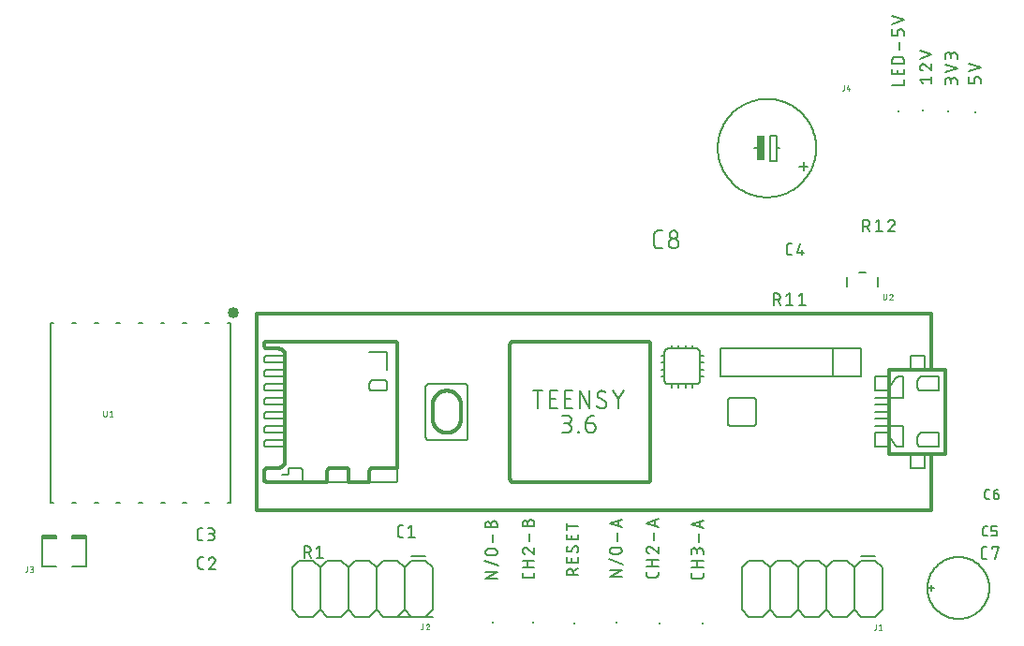
<source format=gbr>
G04 EAGLE Gerber RS-274X export*
G75*
%MOMM*%
%FSLAX34Y34*%
%LPD*%
%INSilkscreen Top*%
%IPPOS*%
%AMOC8*
5,1,8,0,0,1.08239X$1,22.5*%
G01*
%ADD10C,0.152400*%
%ADD11C,0.203200*%
%ADD12C,0.101600*%
%ADD13C,0.304800*%
%ADD14C,0.127000*%
%ADD15C,1.016000*%
%ADD16R,0.200000X0.200000*%
%ADD17R,0.635000X2.286000*%
%ADD18C,0.177800*%


D10*
X436118Y44450D02*
X474218Y44450D01*
X874268Y95250D02*
X880618Y88900D01*
X861568Y95250D02*
X855218Y88900D01*
X848868Y95250D01*
X836168Y95250D02*
X829818Y88900D01*
X823468Y95250D01*
X810768Y95250D02*
X804418Y88900D01*
X798068Y95250D01*
X785368Y95250D02*
X779018Y88900D01*
X880618Y88900D02*
X880618Y50800D01*
X874268Y44450D01*
X861568Y44450D01*
X855218Y50800D01*
X848868Y44450D01*
X836168Y44450D01*
X829818Y50800D01*
X823468Y44450D01*
X810768Y44450D01*
X804418Y50800D01*
X798068Y44450D01*
X785368Y44450D01*
X779018Y50800D01*
X855218Y50800D02*
X855218Y88900D01*
X829818Y88900D02*
X829818Y50800D01*
X804418Y50800D02*
X804418Y88900D01*
X779018Y88900D02*
X779018Y50800D01*
X785368Y95250D02*
X798068Y95250D01*
X810768Y95250D02*
X823468Y95250D01*
X836168Y95250D02*
X848868Y95250D01*
X861568Y95250D02*
X874268Y95250D01*
X779018Y88900D02*
X772668Y95250D01*
X759968Y95250D02*
X753618Y88900D01*
X779018Y50800D02*
X772668Y44450D01*
X759968Y44450D01*
X753618Y50800D01*
X753618Y88900D01*
X759968Y95250D02*
X772668Y95250D01*
D11*
X861568Y99060D02*
X874268Y99060D01*
D12*
X874475Y37602D02*
X874475Y33651D01*
X874473Y33585D01*
X874467Y33520D01*
X874458Y33455D01*
X874445Y33391D01*
X874428Y33327D01*
X874407Y33265D01*
X874383Y33204D01*
X874355Y33144D01*
X874324Y33087D01*
X874289Y33031D01*
X874252Y32977D01*
X874211Y32925D01*
X874167Y32876D01*
X874121Y32830D01*
X874072Y32786D01*
X874020Y32745D01*
X873966Y32708D01*
X873911Y32673D01*
X873853Y32642D01*
X873793Y32614D01*
X873732Y32590D01*
X873670Y32569D01*
X873606Y32552D01*
X873542Y32539D01*
X873477Y32530D01*
X873412Y32524D01*
X873346Y32522D01*
X872782Y32522D01*
X877288Y36473D02*
X878699Y37602D01*
X878699Y32522D01*
X877288Y32522D02*
X880110Y32522D01*
D13*
X925068Y140970D02*
X315468Y140970D01*
X315468Y318770D02*
X925068Y318770D01*
X668528Y293370D02*
X546608Y293370D01*
X668528Y293370D02*
X668628Y293368D01*
X668727Y293362D01*
X668827Y293352D01*
X668925Y293339D01*
X669024Y293321D01*
X669121Y293300D01*
X669217Y293275D01*
X669313Y293246D01*
X669407Y293213D01*
X669500Y293177D01*
X669591Y293137D01*
X669681Y293093D01*
X669769Y293046D01*
X669855Y292996D01*
X669939Y292942D01*
X670021Y292885D01*
X670100Y292825D01*
X670178Y292761D01*
X670252Y292695D01*
X670324Y292626D01*
X670393Y292554D01*
X670459Y292480D01*
X670523Y292402D01*
X670583Y292323D01*
X670640Y292241D01*
X670694Y292157D01*
X670744Y292071D01*
X670791Y291983D01*
X670835Y291893D01*
X670875Y291802D01*
X670911Y291709D01*
X670944Y291615D01*
X670973Y291519D01*
X670998Y291423D01*
X671019Y291326D01*
X671037Y291227D01*
X671050Y291129D01*
X671060Y291029D01*
X671066Y290930D01*
X671068Y290830D01*
X671068Y168910D01*
X671066Y168810D01*
X671060Y168711D01*
X671050Y168611D01*
X671037Y168513D01*
X671019Y168414D01*
X670998Y168317D01*
X670973Y168221D01*
X670944Y168125D01*
X670911Y168031D01*
X670875Y167938D01*
X670835Y167847D01*
X670791Y167757D01*
X670744Y167669D01*
X670694Y167583D01*
X670640Y167499D01*
X670583Y167417D01*
X670523Y167338D01*
X670459Y167260D01*
X670393Y167186D01*
X670324Y167114D01*
X670252Y167045D01*
X670178Y166979D01*
X670100Y166915D01*
X670021Y166855D01*
X669939Y166798D01*
X669855Y166744D01*
X669769Y166694D01*
X669681Y166647D01*
X669591Y166603D01*
X669500Y166563D01*
X669407Y166527D01*
X669313Y166494D01*
X669217Y166465D01*
X669121Y166440D01*
X669024Y166419D01*
X668925Y166401D01*
X668827Y166388D01*
X668727Y166378D01*
X668628Y166372D01*
X668528Y166370D01*
X546608Y166370D01*
X546508Y166372D01*
X546409Y166378D01*
X546309Y166388D01*
X546211Y166401D01*
X546112Y166419D01*
X546015Y166440D01*
X545919Y166465D01*
X545823Y166494D01*
X545729Y166527D01*
X545636Y166563D01*
X545545Y166603D01*
X545455Y166647D01*
X545367Y166694D01*
X545281Y166744D01*
X545197Y166798D01*
X545115Y166855D01*
X545036Y166915D01*
X544958Y166979D01*
X544884Y167045D01*
X544812Y167114D01*
X544743Y167186D01*
X544677Y167260D01*
X544613Y167338D01*
X544553Y167417D01*
X544496Y167499D01*
X544442Y167583D01*
X544392Y167669D01*
X544345Y167757D01*
X544301Y167847D01*
X544261Y167938D01*
X544225Y168031D01*
X544192Y168125D01*
X544163Y168221D01*
X544138Y168317D01*
X544117Y168414D01*
X544099Y168513D01*
X544086Y168611D01*
X544076Y168711D01*
X544070Y168810D01*
X544068Y168910D01*
X544068Y290830D01*
X544070Y290930D01*
X544076Y291029D01*
X544086Y291129D01*
X544099Y291227D01*
X544117Y291326D01*
X544138Y291423D01*
X544163Y291519D01*
X544192Y291615D01*
X544225Y291709D01*
X544261Y291802D01*
X544301Y291893D01*
X544345Y291983D01*
X544392Y292071D01*
X544442Y292157D01*
X544496Y292241D01*
X544553Y292323D01*
X544613Y292402D01*
X544677Y292480D01*
X544743Y292554D01*
X544812Y292626D01*
X544884Y292695D01*
X544958Y292761D01*
X545036Y292825D01*
X545115Y292885D01*
X545197Y292942D01*
X545281Y292996D01*
X545367Y293046D01*
X545455Y293093D01*
X545545Y293137D01*
X545636Y293177D01*
X545729Y293213D01*
X545823Y293246D01*
X545919Y293275D01*
X546015Y293300D01*
X546112Y293321D01*
X546211Y293339D01*
X546309Y293352D01*
X546409Y293362D01*
X546508Y293368D01*
X546608Y293370D01*
X315468Y318770D02*
X315468Y140970D01*
X886968Y191770D02*
X906018Y191770D01*
X918718Y191770D01*
X925068Y191770D01*
X937768Y191770D01*
X937768Y267970D01*
X925068Y267970D01*
X918718Y267970D01*
X906018Y267970D01*
X886968Y267970D01*
X886968Y261620D01*
X886968Y252095D01*
X886968Y248920D01*
X886968Y242570D01*
X886968Y236220D01*
X886968Y229870D01*
X886968Y223520D01*
X886968Y217170D01*
X886968Y210820D01*
X886968Y207645D01*
X886968Y198120D01*
X886968Y191770D01*
X925068Y191770D02*
X925068Y140970D01*
X925068Y267970D02*
X925068Y318770D01*
D14*
X442468Y179070D02*
X442468Y168910D01*
X442466Y168810D01*
X442460Y168711D01*
X442450Y168611D01*
X442437Y168513D01*
X442419Y168414D01*
X442398Y168317D01*
X442373Y168221D01*
X442344Y168125D01*
X442311Y168031D01*
X442275Y167938D01*
X442235Y167847D01*
X442191Y167757D01*
X442144Y167669D01*
X442094Y167583D01*
X442040Y167499D01*
X441983Y167417D01*
X441923Y167338D01*
X441859Y167260D01*
X441793Y167186D01*
X441724Y167114D01*
X441652Y167045D01*
X441578Y166979D01*
X441500Y166915D01*
X441421Y166855D01*
X441339Y166798D01*
X441255Y166744D01*
X441169Y166694D01*
X441081Y166647D01*
X440991Y166603D01*
X440900Y166563D01*
X440807Y166527D01*
X440713Y166494D01*
X440617Y166465D01*
X440521Y166440D01*
X440424Y166419D01*
X440325Y166401D01*
X440227Y166388D01*
X440127Y166378D01*
X440028Y166372D01*
X439928Y166370D01*
X417068Y166370D01*
D13*
X398018Y166370D01*
D14*
X378968Y166370D01*
D13*
X356743Y166370D01*
X324358Y166370D01*
X324258Y166372D01*
X324159Y166378D01*
X324059Y166388D01*
X323961Y166401D01*
X323862Y166419D01*
X323765Y166440D01*
X323669Y166465D01*
X323573Y166494D01*
X323479Y166527D01*
X323386Y166563D01*
X323295Y166603D01*
X323205Y166647D01*
X323117Y166694D01*
X323031Y166744D01*
X322947Y166798D01*
X322865Y166855D01*
X322786Y166915D01*
X322708Y166979D01*
X322634Y167045D01*
X322562Y167114D01*
X322493Y167186D01*
X322427Y167260D01*
X322363Y167338D01*
X322303Y167417D01*
X322246Y167499D01*
X322192Y167583D01*
X322142Y167669D01*
X322095Y167757D01*
X322051Y167847D01*
X322011Y167938D01*
X321975Y168031D01*
X321942Y168125D01*
X321913Y168221D01*
X321888Y168317D01*
X321867Y168414D01*
X321849Y168513D01*
X321836Y168611D01*
X321826Y168711D01*
X321820Y168810D01*
X321818Y168910D01*
X321818Y175895D01*
X321820Y176006D01*
X321826Y176116D01*
X321835Y176227D01*
X321849Y176337D01*
X321866Y176446D01*
X321887Y176555D01*
X321912Y176663D01*
X321941Y176770D01*
X321973Y176876D01*
X322009Y176981D01*
X322049Y177084D01*
X322092Y177186D01*
X322139Y177287D01*
X322190Y177386D01*
X322243Y177483D01*
X322300Y177577D01*
X322361Y177670D01*
X322424Y177761D01*
X322491Y177850D01*
X322561Y177936D01*
X322634Y178019D01*
X322709Y178101D01*
X322787Y178179D01*
X322869Y178254D01*
X322952Y178327D01*
X323038Y178397D01*
X323127Y178464D01*
X323218Y178527D01*
X323311Y178588D01*
X323406Y178645D01*
X323502Y178698D01*
X323601Y178749D01*
X323702Y178796D01*
X323804Y178839D01*
X323907Y178879D01*
X324012Y178915D01*
X324118Y178947D01*
X324225Y178976D01*
X324333Y179001D01*
X324442Y179022D01*
X324551Y179039D01*
X324661Y179053D01*
X324772Y179062D01*
X324882Y179068D01*
X324993Y179070D01*
X334518Y179070D01*
X334676Y179072D01*
X334835Y179078D01*
X334993Y179088D01*
X335150Y179102D01*
X335308Y179119D01*
X335464Y179141D01*
X335621Y179166D01*
X335776Y179196D01*
X335931Y179229D01*
X336085Y179266D01*
X336238Y179307D01*
X336390Y179352D01*
X336540Y179401D01*
X336690Y179453D01*
X336838Y179509D01*
X336985Y179569D01*
X337130Y179632D01*
X337273Y179699D01*
X337415Y179769D01*
X337555Y179843D01*
X337693Y179921D01*
X337829Y180002D01*
X337963Y180086D01*
X338095Y180173D01*
X338225Y180264D01*
X338352Y180358D01*
X338477Y180455D01*
X338600Y180556D01*
X338720Y180659D01*
X338837Y180765D01*
X338952Y180874D01*
X339064Y180986D01*
X339173Y181101D01*
X339279Y181218D01*
X339382Y181338D01*
X339483Y181461D01*
X339580Y181586D01*
X339674Y181713D01*
X339765Y181843D01*
X339852Y181975D01*
X339936Y182109D01*
X340017Y182245D01*
X340095Y182383D01*
X340169Y182523D01*
X340239Y182665D01*
X340306Y182808D01*
X340369Y182953D01*
X340429Y183100D01*
X340485Y183248D01*
X340537Y183398D01*
X340586Y183548D01*
X340631Y183700D01*
X340672Y183853D01*
X340709Y184007D01*
X340742Y184162D01*
X340772Y184317D01*
X340797Y184474D01*
X340819Y184630D01*
X340836Y184788D01*
X340850Y184945D01*
X340860Y185103D01*
X340866Y185262D01*
X340868Y185420D01*
X340868Y198120D01*
X340868Y204470D01*
X340868Y210820D01*
X340868Y217170D01*
X340868Y223520D01*
X340868Y229870D01*
X340868Y236220D01*
X340868Y242570D01*
X340868Y248920D01*
X340868Y255270D01*
X340868Y261620D01*
X340868Y267970D01*
X340868Y274320D01*
X340868Y280670D01*
X340866Y280828D01*
X340860Y280987D01*
X340850Y281145D01*
X340836Y281302D01*
X340819Y281460D01*
X340797Y281616D01*
X340772Y281773D01*
X340742Y281928D01*
X340709Y282083D01*
X340672Y282237D01*
X340631Y282390D01*
X340586Y282542D01*
X340537Y282692D01*
X340485Y282842D01*
X340429Y282990D01*
X340369Y283137D01*
X340306Y283282D01*
X340239Y283425D01*
X340169Y283567D01*
X340095Y283707D01*
X340017Y283845D01*
X339936Y283981D01*
X339852Y284115D01*
X339765Y284247D01*
X339674Y284377D01*
X339580Y284504D01*
X339483Y284629D01*
X339382Y284752D01*
X339279Y284872D01*
X339173Y284989D01*
X339064Y285104D01*
X338952Y285216D01*
X338837Y285325D01*
X338720Y285431D01*
X338600Y285534D01*
X338477Y285635D01*
X338352Y285732D01*
X338225Y285826D01*
X338095Y285917D01*
X337963Y286004D01*
X337829Y286088D01*
X337693Y286169D01*
X337555Y286247D01*
X337415Y286321D01*
X337273Y286391D01*
X337130Y286458D01*
X336985Y286521D01*
X336838Y286581D01*
X336690Y286637D01*
X336540Y286689D01*
X336390Y286738D01*
X336238Y286783D01*
X336085Y286824D01*
X335931Y286861D01*
X335776Y286894D01*
X335621Y286924D01*
X335464Y286949D01*
X335308Y286971D01*
X335150Y286988D01*
X334993Y287002D01*
X334835Y287012D01*
X334676Y287018D01*
X334518Y287020D01*
X324993Y287020D01*
X324882Y287022D01*
X324772Y287028D01*
X324661Y287037D01*
X324551Y287051D01*
X324442Y287068D01*
X324333Y287089D01*
X324225Y287114D01*
X324118Y287143D01*
X324012Y287175D01*
X323907Y287211D01*
X323804Y287251D01*
X323702Y287294D01*
X323601Y287341D01*
X323502Y287392D01*
X323406Y287445D01*
X323311Y287502D01*
X323218Y287563D01*
X323127Y287626D01*
X323038Y287693D01*
X322952Y287763D01*
X322869Y287836D01*
X322787Y287911D01*
X322709Y287989D01*
X322634Y288071D01*
X322561Y288154D01*
X322491Y288240D01*
X322424Y288329D01*
X322361Y288420D01*
X322300Y288513D01*
X322243Y288608D01*
X322190Y288704D01*
X322139Y288803D01*
X322092Y288904D01*
X322049Y289006D01*
X322009Y289109D01*
X321973Y289214D01*
X321941Y289320D01*
X321912Y289427D01*
X321887Y289535D01*
X321866Y289644D01*
X321849Y289753D01*
X321835Y289863D01*
X321826Y289974D01*
X321820Y290084D01*
X321818Y290195D01*
X321818Y290830D01*
X321820Y290930D01*
X321826Y291029D01*
X321836Y291129D01*
X321849Y291227D01*
X321867Y291326D01*
X321888Y291423D01*
X321913Y291519D01*
X321942Y291615D01*
X321975Y291709D01*
X322011Y291802D01*
X322051Y291893D01*
X322095Y291983D01*
X322142Y292071D01*
X322192Y292157D01*
X322246Y292241D01*
X322303Y292323D01*
X322363Y292402D01*
X322427Y292480D01*
X322493Y292554D01*
X322562Y292626D01*
X322634Y292695D01*
X322708Y292761D01*
X322786Y292825D01*
X322865Y292885D01*
X322947Y292942D01*
X323031Y292996D01*
X323117Y293046D01*
X323205Y293093D01*
X323295Y293137D01*
X323386Y293177D01*
X323479Y293213D01*
X323573Y293246D01*
X323669Y293275D01*
X323765Y293300D01*
X323862Y293321D01*
X323961Y293339D01*
X324059Y293352D01*
X324159Y293362D01*
X324258Y293368D01*
X324358Y293370D01*
X439928Y293370D01*
X440028Y293368D01*
X440127Y293362D01*
X440227Y293352D01*
X440325Y293339D01*
X440424Y293321D01*
X440521Y293300D01*
X440617Y293275D01*
X440713Y293246D01*
X440807Y293213D01*
X440900Y293177D01*
X440991Y293137D01*
X441081Y293093D01*
X441169Y293046D01*
X441255Y292996D01*
X441339Y292942D01*
X441421Y292885D01*
X441500Y292825D01*
X441578Y292761D01*
X441652Y292695D01*
X441724Y292626D01*
X441793Y292554D01*
X441859Y292480D01*
X441923Y292402D01*
X441983Y292323D01*
X442040Y292241D01*
X442094Y292157D01*
X442144Y292071D01*
X442191Y291983D01*
X442235Y291893D01*
X442275Y291802D01*
X442311Y291709D01*
X442344Y291615D01*
X442373Y291519D01*
X442398Y291423D01*
X442419Y291326D01*
X442437Y291227D01*
X442450Y291129D01*
X442460Y291029D01*
X442466Y290930D01*
X442468Y290830D01*
X442468Y179070D01*
D14*
X340868Y198120D02*
X324358Y198120D01*
X324258Y198122D01*
X324159Y198128D01*
X324059Y198138D01*
X323961Y198151D01*
X323862Y198169D01*
X323765Y198190D01*
X323669Y198215D01*
X323573Y198244D01*
X323479Y198277D01*
X323386Y198313D01*
X323295Y198353D01*
X323205Y198397D01*
X323117Y198444D01*
X323031Y198494D01*
X322947Y198548D01*
X322865Y198605D01*
X322786Y198665D01*
X322708Y198729D01*
X322634Y198795D01*
X322562Y198864D01*
X322493Y198936D01*
X322427Y199010D01*
X322363Y199088D01*
X322303Y199167D01*
X322246Y199249D01*
X322192Y199333D01*
X322142Y199419D01*
X322095Y199507D01*
X322051Y199597D01*
X322011Y199688D01*
X321975Y199781D01*
X321942Y199875D01*
X321913Y199971D01*
X321888Y200067D01*
X321867Y200164D01*
X321849Y200263D01*
X321836Y200361D01*
X321826Y200461D01*
X321820Y200560D01*
X321818Y200660D01*
X321818Y201930D01*
X321820Y202030D01*
X321826Y202129D01*
X321836Y202229D01*
X321849Y202327D01*
X321867Y202426D01*
X321888Y202523D01*
X321913Y202619D01*
X321942Y202715D01*
X321975Y202809D01*
X322011Y202902D01*
X322051Y202993D01*
X322095Y203083D01*
X322142Y203171D01*
X322192Y203257D01*
X322246Y203341D01*
X322303Y203423D01*
X322363Y203502D01*
X322427Y203580D01*
X322493Y203654D01*
X322562Y203726D01*
X322634Y203795D01*
X322708Y203861D01*
X322786Y203925D01*
X322865Y203985D01*
X322947Y204042D01*
X323031Y204096D01*
X323117Y204146D01*
X323205Y204193D01*
X323295Y204237D01*
X323386Y204277D01*
X323479Y204313D01*
X323573Y204346D01*
X323669Y204375D01*
X323765Y204400D01*
X323862Y204421D01*
X323961Y204439D01*
X324059Y204452D01*
X324159Y204462D01*
X324258Y204468D01*
X324358Y204470D01*
X340868Y204470D01*
X340868Y210820D02*
X324358Y210820D01*
X324258Y210822D01*
X324159Y210828D01*
X324059Y210838D01*
X323961Y210851D01*
X323862Y210869D01*
X323765Y210890D01*
X323669Y210915D01*
X323573Y210944D01*
X323479Y210977D01*
X323386Y211013D01*
X323295Y211053D01*
X323205Y211097D01*
X323117Y211144D01*
X323031Y211194D01*
X322947Y211248D01*
X322865Y211305D01*
X322786Y211365D01*
X322708Y211429D01*
X322634Y211495D01*
X322562Y211564D01*
X322493Y211636D01*
X322427Y211710D01*
X322363Y211788D01*
X322303Y211867D01*
X322246Y211949D01*
X322192Y212033D01*
X322142Y212119D01*
X322095Y212207D01*
X322051Y212297D01*
X322011Y212388D01*
X321975Y212481D01*
X321942Y212575D01*
X321913Y212671D01*
X321888Y212767D01*
X321867Y212864D01*
X321849Y212963D01*
X321836Y213061D01*
X321826Y213161D01*
X321820Y213260D01*
X321818Y213360D01*
X321818Y214630D01*
X321820Y214730D01*
X321826Y214829D01*
X321836Y214929D01*
X321849Y215027D01*
X321867Y215126D01*
X321888Y215223D01*
X321913Y215319D01*
X321942Y215415D01*
X321975Y215509D01*
X322011Y215602D01*
X322051Y215693D01*
X322095Y215783D01*
X322142Y215871D01*
X322192Y215957D01*
X322246Y216041D01*
X322303Y216123D01*
X322363Y216202D01*
X322427Y216280D01*
X322493Y216354D01*
X322562Y216426D01*
X322634Y216495D01*
X322708Y216561D01*
X322786Y216625D01*
X322865Y216685D01*
X322947Y216742D01*
X323031Y216796D01*
X323117Y216846D01*
X323205Y216893D01*
X323295Y216937D01*
X323386Y216977D01*
X323479Y217013D01*
X323573Y217046D01*
X323669Y217075D01*
X323765Y217100D01*
X323862Y217121D01*
X323961Y217139D01*
X324059Y217152D01*
X324159Y217162D01*
X324258Y217168D01*
X324358Y217170D01*
X340868Y217170D01*
X340868Y223520D02*
X324358Y223520D01*
X324258Y223522D01*
X324159Y223528D01*
X324059Y223538D01*
X323961Y223551D01*
X323862Y223569D01*
X323765Y223590D01*
X323669Y223615D01*
X323573Y223644D01*
X323479Y223677D01*
X323386Y223713D01*
X323295Y223753D01*
X323205Y223797D01*
X323117Y223844D01*
X323031Y223894D01*
X322947Y223948D01*
X322865Y224005D01*
X322786Y224065D01*
X322708Y224129D01*
X322634Y224195D01*
X322562Y224264D01*
X322493Y224336D01*
X322427Y224410D01*
X322363Y224488D01*
X322303Y224567D01*
X322246Y224649D01*
X322192Y224733D01*
X322142Y224819D01*
X322095Y224907D01*
X322051Y224997D01*
X322011Y225088D01*
X321975Y225181D01*
X321942Y225275D01*
X321913Y225371D01*
X321888Y225467D01*
X321867Y225564D01*
X321849Y225663D01*
X321836Y225761D01*
X321826Y225861D01*
X321820Y225960D01*
X321818Y226060D01*
X321818Y227330D01*
X321820Y227430D01*
X321826Y227529D01*
X321836Y227629D01*
X321849Y227727D01*
X321867Y227826D01*
X321888Y227923D01*
X321913Y228019D01*
X321942Y228115D01*
X321975Y228209D01*
X322011Y228302D01*
X322051Y228393D01*
X322095Y228483D01*
X322142Y228571D01*
X322192Y228657D01*
X322246Y228741D01*
X322303Y228823D01*
X322363Y228902D01*
X322427Y228980D01*
X322493Y229054D01*
X322562Y229126D01*
X322634Y229195D01*
X322708Y229261D01*
X322786Y229325D01*
X322865Y229385D01*
X322947Y229442D01*
X323031Y229496D01*
X323117Y229546D01*
X323205Y229593D01*
X323295Y229637D01*
X323386Y229677D01*
X323479Y229713D01*
X323573Y229746D01*
X323669Y229775D01*
X323765Y229800D01*
X323862Y229821D01*
X323961Y229839D01*
X324059Y229852D01*
X324159Y229862D01*
X324258Y229868D01*
X324358Y229870D01*
X340868Y229870D01*
X340868Y236220D02*
X324358Y236220D01*
X324258Y236222D01*
X324159Y236228D01*
X324059Y236238D01*
X323961Y236251D01*
X323862Y236269D01*
X323765Y236290D01*
X323669Y236315D01*
X323573Y236344D01*
X323479Y236377D01*
X323386Y236413D01*
X323295Y236453D01*
X323205Y236497D01*
X323117Y236544D01*
X323031Y236594D01*
X322947Y236648D01*
X322865Y236705D01*
X322786Y236765D01*
X322708Y236829D01*
X322634Y236895D01*
X322562Y236964D01*
X322493Y237036D01*
X322427Y237110D01*
X322363Y237188D01*
X322303Y237267D01*
X322246Y237349D01*
X322192Y237433D01*
X322142Y237519D01*
X322095Y237607D01*
X322051Y237697D01*
X322011Y237788D01*
X321975Y237881D01*
X321942Y237975D01*
X321913Y238071D01*
X321888Y238167D01*
X321867Y238264D01*
X321849Y238363D01*
X321836Y238461D01*
X321826Y238561D01*
X321820Y238660D01*
X321818Y238760D01*
X321818Y240030D01*
X321820Y240130D01*
X321826Y240229D01*
X321836Y240329D01*
X321849Y240427D01*
X321867Y240526D01*
X321888Y240623D01*
X321913Y240719D01*
X321942Y240815D01*
X321975Y240909D01*
X322011Y241002D01*
X322051Y241093D01*
X322095Y241183D01*
X322142Y241271D01*
X322192Y241357D01*
X322246Y241441D01*
X322303Y241523D01*
X322363Y241602D01*
X322427Y241680D01*
X322493Y241754D01*
X322562Y241826D01*
X322634Y241895D01*
X322708Y241961D01*
X322786Y242025D01*
X322865Y242085D01*
X322947Y242142D01*
X323031Y242196D01*
X323117Y242246D01*
X323205Y242293D01*
X323295Y242337D01*
X323386Y242377D01*
X323479Y242413D01*
X323573Y242446D01*
X323669Y242475D01*
X323765Y242500D01*
X323862Y242521D01*
X323961Y242539D01*
X324059Y242552D01*
X324159Y242562D01*
X324258Y242568D01*
X324358Y242570D01*
X340868Y242570D01*
X340868Y248920D02*
X324358Y248920D01*
X324258Y248922D01*
X324159Y248928D01*
X324059Y248938D01*
X323961Y248951D01*
X323862Y248969D01*
X323765Y248990D01*
X323669Y249015D01*
X323573Y249044D01*
X323479Y249077D01*
X323386Y249113D01*
X323295Y249153D01*
X323205Y249197D01*
X323117Y249244D01*
X323031Y249294D01*
X322947Y249348D01*
X322865Y249405D01*
X322786Y249465D01*
X322708Y249529D01*
X322634Y249595D01*
X322562Y249664D01*
X322493Y249736D01*
X322427Y249810D01*
X322363Y249888D01*
X322303Y249967D01*
X322246Y250049D01*
X322192Y250133D01*
X322142Y250219D01*
X322095Y250307D01*
X322051Y250397D01*
X322011Y250488D01*
X321975Y250581D01*
X321942Y250675D01*
X321913Y250771D01*
X321888Y250867D01*
X321867Y250964D01*
X321849Y251063D01*
X321836Y251161D01*
X321826Y251261D01*
X321820Y251360D01*
X321818Y251460D01*
X321818Y252730D01*
X321820Y252830D01*
X321826Y252929D01*
X321836Y253029D01*
X321849Y253127D01*
X321867Y253226D01*
X321888Y253323D01*
X321913Y253419D01*
X321942Y253515D01*
X321975Y253609D01*
X322011Y253702D01*
X322051Y253793D01*
X322095Y253883D01*
X322142Y253971D01*
X322192Y254057D01*
X322246Y254141D01*
X322303Y254223D01*
X322363Y254302D01*
X322427Y254380D01*
X322493Y254454D01*
X322562Y254526D01*
X322634Y254595D01*
X322708Y254661D01*
X322786Y254725D01*
X322865Y254785D01*
X322947Y254842D01*
X323031Y254896D01*
X323117Y254946D01*
X323205Y254993D01*
X323295Y255037D01*
X323386Y255077D01*
X323479Y255113D01*
X323573Y255146D01*
X323669Y255175D01*
X323765Y255200D01*
X323862Y255221D01*
X323961Y255239D01*
X324059Y255252D01*
X324159Y255262D01*
X324258Y255268D01*
X324358Y255270D01*
X340868Y255270D01*
X340868Y261620D02*
X324358Y261620D01*
X324258Y261622D01*
X324159Y261628D01*
X324059Y261638D01*
X323961Y261651D01*
X323862Y261669D01*
X323765Y261690D01*
X323669Y261715D01*
X323573Y261744D01*
X323479Y261777D01*
X323386Y261813D01*
X323295Y261853D01*
X323205Y261897D01*
X323117Y261944D01*
X323031Y261994D01*
X322947Y262048D01*
X322865Y262105D01*
X322786Y262165D01*
X322708Y262229D01*
X322634Y262295D01*
X322562Y262364D01*
X322493Y262436D01*
X322427Y262510D01*
X322363Y262588D01*
X322303Y262667D01*
X322246Y262749D01*
X322192Y262833D01*
X322142Y262919D01*
X322095Y263007D01*
X322051Y263097D01*
X322011Y263188D01*
X321975Y263281D01*
X321942Y263375D01*
X321913Y263471D01*
X321888Y263567D01*
X321867Y263664D01*
X321849Y263763D01*
X321836Y263861D01*
X321826Y263961D01*
X321820Y264060D01*
X321818Y264160D01*
X321818Y265430D01*
X321820Y265530D01*
X321826Y265629D01*
X321836Y265729D01*
X321849Y265827D01*
X321867Y265926D01*
X321888Y266023D01*
X321913Y266119D01*
X321942Y266215D01*
X321975Y266309D01*
X322011Y266402D01*
X322051Y266493D01*
X322095Y266583D01*
X322142Y266671D01*
X322192Y266757D01*
X322246Y266841D01*
X322303Y266923D01*
X322363Y267002D01*
X322427Y267080D01*
X322493Y267154D01*
X322562Y267226D01*
X322634Y267295D01*
X322708Y267361D01*
X322786Y267425D01*
X322865Y267485D01*
X322947Y267542D01*
X323031Y267596D01*
X323117Y267646D01*
X323205Y267693D01*
X323295Y267737D01*
X323386Y267777D01*
X323479Y267813D01*
X323573Y267846D01*
X323669Y267875D01*
X323765Y267900D01*
X323862Y267921D01*
X323961Y267939D01*
X324059Y267952D01*
X324159Y267962D01*
X324258Y267968D01*
X324358Y267970D01*
X340868Y267970D01*
X340868Y274320D02*
X324358Y274320D01*
X324258Y274322D01*
X324159Y274328D01*
X324059Y274338D01*
X323961Y274351D01*
X323862Y274369D01*
X323765Y274390D01*
X323669Y274415D01*
X323573Y274444D01*
X323479Y274477D01*
X323386Y274513D01*
X323295Y274553D01*
X323205Y274597D01*
X323117Y274644D01*
X323031Y274694D01*
X322947Y274748D01*
X322865Y274805D01*
X322786Y274865D01*
X322708Y274929D01*
X322634Y274995D01*
X322562Y275064D01*
X322493Y275136D01*
X322427Y275210D01*
X322363Y275288D01*
X322303Y275367D01*
X322246Y275449D01*
X322192Y275533D01*
X322142Y275619D01*
X322095Y275707D01*
X322051Y275797D01*
X322011Y275888D01*
X321975Y275981D01*
X321942Y276075D01*
X321913Y276171D01*
X321888Y276267D01*
X321867Y276364D01*
X321849Y276463D01*
X321836Y276561D01*
X321826Y276661D01*
X321820Y276760D01*
X321818Y276860D01*
X321818Y278130D01*
X321820Y278230D01*
X321826Y278329D01*
X321836Y278429D01*
X321849Y278527D01*
X321867Y278626D01*
X321888Y278723D01*
X321913Y278819D01*
X321942Y278915D01*
X321975Y279009D01*
X322011Y279102D01*
X322051Y279193D01*
X322095Y279283D01*
X322142Y279371D01*
X322192Y279457D01*
X322246Y279541D01*
X322303Y279623D01*
X322363Y279702D01*
X322427Y279780D01*
X322493Y279854D01*
X322562Y279926D01*
X322634Y279995D01*
X322708Y280061D01*
X322786Y280125D01*
X322865Y280185D01*
X322947Y280242D01*
X323031Y280296D01*
X323117Y280346D01*
X323205Y280393D01*
X323295Y280437D01*
X323386Y280477D01*
X323479Y280513D01*
X323573Y280546D01*
X323669Y280575D01*
X323765Y280600D01*
X323862Y280621D01*
X323961Y280639D01*
X324059Y280652D01*
X324159Y280662D01*
X324258Y280668D01*
X324358Y280670D01*
X340868Y280670D01*
X470408Y255270D02*
X503428Y255270D01*
X470408Y255270D02*
X470308Y255268D01*
X470209Y255262D01*
X470109Y255252D01*
X470011Y255239D01*
X469912Y255221D01*
X469815Y255200D01*
X469719Y255175D01*
X469623Y255146D01*
X469529Y255113D01*
X469436Y255077D01*
X469345Y255037D01*
X469255Y254993D01*
X469167Y254946D01*
X469081Y254896D01*
X468997Y254842D01*
X468915Y254785D01*
X468836Y254725D01*
X468758Y254661D01*
X468684Y254595D01*
X468612Y254526D01*
X468543Y254454D01*
X468477Y254380D01*
X468413Y254302D01*
X468353Y254223D01*
X468296Y254141D01*
X468242Y254057D01*
X468192Y253971D01*
X468145Y253883D01*
X468101Y253793D01*
X468061Y253702D01*
X468025Y253609D01*
X467992Y253515D01*
X467963Y253419D01*
X467938Y253323D01*
X467917Y253226D01*
X467899Y253127D01*
X467886Y253029D01*
X467876Y252929D01*
X467870Y252830D01*
X467868Y252730D01*
X467868Y207010D01*
X467870Y206910D01*
X467876Y206811D01*
X467886Y206711D01*
X467899Y206613D01*
X467917Y206514D01*
X467938Y206417D01*
X467963Y206321D01*
X467992Y206225D01*
X468025Y206131D01*
X468061Y206038D01*
X468101Y205947D01*
X468145Y205857D01*
X468192Y205769D01*
X468242Y205683D01*
X468296Y205599D01*
X468353Y205517D01*
X468413Y205438D01*
X468477Y205360D01*
X468543Y205286D01*
X468612Y205214D01*
X468684Y205145D01*
X468758Y205079D01*
X468836Y205015D01*
X468915Y204955D01*
X468997Y204898D01*
X469081Y204844D01*
X469167Y204794D01*
X469255Y204747D01*
X469345Y204703D01*
X469436Y204663D01*
X469529Y204627D01*
X469623Y204594D01*
X469719Y204565D01*
X469815Y204540D01*
X469912Y204519D01*
X470011Y204501D01*
X470109Y204488D01*
X470209Y204478D01*
X470308Y204472D01*
X470408Y204470D01*
X503428Y204470D01*
X503528Y204472D01*
X503627Y204478D01*
X503727Y204488D01*
X503825Y204501D01*
X503924Y204519D01*
X504021Y204540D01*
X504117Y204565D01*
X504213Y204594D01*
X504307Y204627D01*
X504400Y204663D01*
X504491Y204703D01*
X504581Y204747D01*
X504669Y204794D01*
X504755Y204844D01*
X504839Y204898D01*
X504921Y204955D01*
X505000Y205015D01*
X505078Y205079D01*
X505152Y205145D01*
X505224Y205214D01*
X505293Y205286D01*
X505359Y205360D01*
X505423Y205438D01*
X505483Y205517D01*
X505540Y205599D01*
X505594Y205683D01*
X505644Y205769D01*
X505691Y205857D01*
X505735Y205947D01*
X505775Y206038D01*
X505811Y206131D01*
X505844Y206225D01*
X505873Y206321D01*
X505898Y206417D01*
X505919Y206514D01*
X505937Y206613D01*
X505950Y206711D01*
X505960Y206811D01*
X505966Y206910D01*
X505968Y207010D01*
X505968Y252730D01*
X505966Y252830D01*
X505960Y252929D01*
X505950Y253029D01*
X505937Y253127D01*
X505919Y253226D01*
X505898Y253323D01*
X505873Y253419D01*
X505844Y253515D01*
X505811Y253609D01*
X505775Y253702D01*
X505735Y253793D01*
X505691Y253883D01*
X505644Y253971D01*
X505594Y254057D01*
X505540Y254141D01*
X505483Y254223D01*
X505423Y254302D01*
X505359Y254380D01*
X505293Y254454D01*
X505224Y254526D01*
X505152Y254595D01*
X505078Y254661D01*
X505000Y254725D01*
X504921Y254785D01*
X504839Y254842D01*
X504755Y254896D01*
X504669Y254946D01*
X504581Y254993D01*
X504491Y255037D01*
X504400Y255077D01*
X504307Y255113D01*
X504213Y255146D01*
X504117Y255175D01*
X504021Y255200D01*
X503924Y255221D01*
X503825Y255239D01*
X503727Y255252D01*
X503627Y255262D01*
X503528Y255268D01*
X503428Y255270D01*
D13*
X486918Y248920D02*
X487225Y248916D01*
X487532Y248905D01*
X487838Y248887D01*
X488144Y248861D01*
X488449Y248827D01*
X488753Y248787D01*
X489056Y248739D01*
X489358Y248683D01*
X489658Y248621D01*
X489957Y248551D01*
X490254Y248474D01*
X490550Y248390D01*
X490843Y248298D01*
X491133Y248200D01*
X491421Y248095D01*
X491707Y247982D01*
X491990Y247863D01*
X492270Y247737D01*
X492547Y247605D01*
X492820Y247465D01*
X493090Y247319D01*
X493356Y247167D01*
X493619Y247008D01*
X493878Y246843D01*
X494132Y246672D01*
X494383Y246495D01*
X494629Y246311D01*
X494871Y246122D01*
X495107Y245927D01*
X495340Y245726D01*
X495567Y245520D01*
X495789Y245308D01*
X496006Y245091D01*
X496218Y244869D01*
X496424Y244642D01*
X496625Y244409D01*
X496820Y244173D01*
X497009Y243931D01*
X497193Y243685D01*
X497370Y243434D01*
X497541Y243180D01*
X497706Y242921D01*
X497865Y242658D01*
X498017Y242392D01*
X498163Y242122D01*
X498303Y241849D01*
X498435Y241572D01*
X498561Y241292D01*
X498680Y241009D01*
X498793Y240723D01*
X498898Y240435D01*
X498996Y240145D01*
X499088Y239852D01*
X499172Y239556D01*
X499249Y239259D01*
X499319Y238960D01*
X499381Y238660D01*
X499437Y238358D01*
X499485Y238055D01*
X499525Y237751D01*
X499559Y237446D01*
X499585Y237140D01*
X499603Y236834D01*
X499614Y236527D01*
X499618Y236220D01*
X499618Y223520D01*
X499614Y223213D01*
X499603Y222906D01*
X499585Y222600D01*
X499559Y222294D01*
X499525Y221989D01*
X499485Y221685D01*
X499437Y221382D01*
X499381Y221080D01*
X499319Y220780D01*
X499249Y220481D01*
X499172Y220184D01*
X499088Y219888D01*
X498996Y219595D01*
X498898Y219305D01*
X498793Y219017D01*
X498680Y218731D01*
X498561Y218448D01*
X498435Y218168D01*
X498303Y217891D01*
X498163Y217618D01*
X498017Y217348D01*
X497865Y217082D01*
X497706Y216819D01*
X497541Y216560D01*
X497370Y216306D01*
X497193Y216055D01*
X497009Y215809D01*
X496820Y215567D01*
X496625Y215331D01*
X496424Y215098D01*
X496218Y214871D01*
X496006Y214649D01*
X495789Y214432D01*
X495567Y214220D01*
X495340Y214014D01*
X495107Y213813D01*
X494871Y213618D01*
X494629Y213429D01*
X494383Y213245D01*
X494132Y213068D01*
X493878Y212897D01*
X493619Y212732D01*
X493356Y212573D01*
X493090Y212421D01*
X492820Y212275D01*
X492547Y212135D01*
X492270Y212003D01*
X491990Y211877D01*
X491707Y211758D01*
X491421Y211645D01*
X491133Y211540D01*
X490843Y211442D01*
X490550Y211350D01*
X490254Y211266D01*
X489957Y211189D01*
X489658Y211119D01*
X489358Y211057D01*
X489056Y211001D01*
X488753Y210953D01*
X488449Y210913D01*
X488144Y210879D01*
X487838Y210853D01*
X487532Y210835D01*
X487225Y210824D01*
X486918Y210820D01*
X486611Y210824D01*
X486304Y210835D01*
X485998Y210853D01*
X485692Y210879D01*
X485387Y210913D01*
X485083Y210953D01*
X484780Y211001D01*
X484478Y211057D01*
X484178Y211119D01*
X483879Y211189D01*
X483582Y211266D01*
X483286Y211350D01*
X482993Y211442D01*
X482703Y211540D01*
X482415Y211645D01*
X482129Y211758D01*
X481846Y211877D01*
X481566Y212003D01*
X481289Y212135D01*
X481016Y212275D01*
X480746Y212421D01*
X480480Y212573D01*
X480217Y212732D01*
X479958Y212897D01*
X479704Y213068D01*
X479453Y213245D01*
X479207Y213429D01*
X478965Y213618D01*
X478729Y213813D01*
X478496Y214014D01*
X478269Y214220D01*
X478047Y214432D01*
X477830Y214649D01*
X477618Y214871D01*
X477412Y215098D01*
X477211Y215331D01*
X477016Y215567D01*
X476827Y215809D01*
X476643Y216055D01*
X476466Y216306D01*
X476295Y216560D01*
X476130Y216819D01*
X475971Y217082D01*
X475819Y217348D01*
X475673Y217618D01*
X475533Y217891D01*
X475401Y218168D01*
X475275Y218448D01*
X475156Y218731D01*
X475043Y219017D01*
X474938Y219305D01*
X474840Y219595D01*
X474748Y219888D01*
X474664Y220184D01*
X474587Y220481D01*
X474517Y220780D01*
X474455Y221080D01*
X474399Y221382D01*
X474351Y221685D01*
X474311Y221989D01*
X474277Y222294D01*
X474251Y222600D01*
X474233Y222906D01*
X474222Y223213D01*
X474218Y223520D01*
X474218Y236220D01*
X474222Y236527D01*
X474233Y236834D01*
X474251Y237140D01*
X474277Y237446D01*
X474311Y237751D01*
X474351Y238055D01*
X474399Y238358D01*
X474455Y238660D01*
X474517Y238960D01*
X474587Y239259D01*
X474664Y239556D01*
X474748Y239852D01*
X474840Y240145D01*
X474938Y240435D01*
X475043Y240723D01*
X475156Y241009D01*
X475275Y241292D01*
X475401Y241572D01*
X475533Y241849D01*
X475673Y242122D01*
X475819Y242392D01*
X475971Y242658D01*
X476130Y242921D01*
X476295Y243180D01*
X476466Y243434D01*
X476643Y243685D01*
X476827Y243931D01*
X477016Y244173D01*
X477211Y244409D01*
X477412Y244642D01*
X477618Y244869D01*
X477830Y245091D01*
X478047Y245308D01*
X478269Y245520D01*
X478496Y245726D01*
X478729Y245927D01*
X478965Y246122D01*
X479207Y246311D01*
X479453Y246495D01*
X479704Y246672D01*
X479958Y246843D01*
X480217Y247008D01*
X480480Y247167D01*
X480746Y247319D01*
X481016Y247465D01*
X481289Y247605D01*
X481566Y247737D01*
X481846Y247863D01*
X482129Y247982D01*
X482415Y248095D01*
X482703Y248200D01*
X482993Y248298D01*
X483286Y248390D01*
X483582Y248474D01*
X483879Y248551D01*
X484178Y248621D01*
X484478Y248683D01*
X484780Y248739D01*
X485083Y248787D01*
X485387Y248827D01*
X485692Y248861D01*
X485998Y248887D01*
X486304Y248905D01*
X486611Y248916D01*
X486918Y248920D01*
D14*
X836168Y261620D02*
X861568Y261620D01*
X836168Y261620D02*
X734568Y261620D01*
X734568Y287020D01*
X836168Y287020D01*
X861568Y287020D01*
X861568Y261620D01*
X836168Y261620D02*
X836168Y287020D01*
X874268Y229870D02*
X886968Y229870D01*
X886968Y223520D02*
X874268Y223520D01*
X874268Y217170D02*
X886968Y217170D01*
X886968Y236220D02*
X874268Y236220D01*
X874268Y242570D02*
X886968Y242570D01*
D11*
X569070Y248857D02*
X569070Y233109D01*
X564696Y248857D02*
X573445Y248857D01*
X579842Y233109D02*
X586841Y233109D01*
X579842Y233109D02*
X579842Y248857D01*
X586841Y248857D01*
X585091Y241857D02*
X579842Y241857D01*
X593389Y233109D02*
X600388Y233109D01*
X593389Y233109D02*
X593389Y248857D01*
X600388Y248857D01*
X598638Y241857D02*
X593389Y241857D01*
X606900Y248857D02*
X606900Y233109D01*
X615649Y233109D02*
X606900Y248857D01*
X615649Y248857D02*
X615649Y233109D01*
X627781Y233108D02*
X627898Y233110D01*
X628015Y233116D01*
X628131Y233126D01*
X628247Y233139D01*
X628363Y233157D01*
X628478Y233178D01*
X628592Y233203D01*
X628706Y233232D01*
X628818Y233265D01*
X628929Y233302D01*
X629039Y233342D01*
X629147Y233386D01*
X629254Y233433D01*
X629360Y233484D01*
X629463Y233539D01*
X629565Y233597D01*
X629664Y233658D01*
X629762Y233722D01*
X629857Y233790D01*
X629950Y233861D01*
X630041Y233935D01*
X630129Y234012D01*
X630214Y234092D01*
X630297Y234175D01*
X630377Y234260D01*
X630454Y234348D01*
X630528Y234439D01*
X630599Y234532D01*
X630667Y234627D01*
X630731Y234725D01*
X630792Y234824D01*
X630850Y234926D01*
X630905Y235029D01*
X630956Y235135D01*
X631003Y235242D01*
X631047Y235350D01*
X631087Y235460D01*
X631124Y235571D01*
X631157Y235683D01*
X631186Y235797D01*
X631211Y235911D01*
X631232Y236026D01*
X631250Y236141D01*
X631263Y236258D01*
X631273Y236374D01*
X631279Y236491D01*
X631281Y236608D01*
X627781Y233108D02*
X627604Y233110D01*
X627427Y233116D01*
X627251Y233127D01*
X627074Y233142D01*
X626899Y233161D01*
X626723Y233184D01*
X626549Y233211D01*
X626374Y233243D01*
X626201Y233279D01*
X626029Y233319D01*
X625858Y233363D01*
X625687Y233411D01*
X625518Y233463D01*
X625351Y233519D01*
X625184Y233579D01*
X625019Y233643D01*
X624856Y233711D01*
X624694Y233783D01*
X624535Y233859D01*
X624377Y233938D01*
X624221Y234022D01*
X624067Y234109D01*
X623915Y234199D01*
X623765Y234294D01*
X623618Y234392D01*
X623473Y234493D01*
X623330Y234598D01*
X623190Y234706D01*
X623053Y234817D01*
X622918Y234932D01*
X622787Y235050D01*
X622658Y235171D01*
X622532Y235295D01*
X622968Y245357D02*
X622970Y245474D01*
X622976Y245591D01*
X622986Y245707D01*
X622999Y245824D01*
X623017Y245939D01*
X623038Y246054D01*
X623063Y246168D01*
X623092Y246282D01*
X623125Y246394D01*
X623162Y246505D01*
X623202Y246615D01*
X623246Y246723D01*
X623293Y246830D01*
X623344Y246936D01*
X623399Y247039D01*
X623457Y247141D01*
X623518Y247240D01*
X623582Y247338D01*
X623650Y247433D01*
X623721Y247526D01*
X623795Y247617D01*
X623872Y247705D01*
X623952Y247790D01*
X624035Y247873D01*
X624120Y247953D01*
X624208Y248030D01*
X624299Y248104D01*
X624392Y248175D01*
X624487Y248243D01*
X624585Y248307D01*
X624684Y248368D01*
X624786Y248426D01*
X624889Y248481D01*
X624995Y248532D01*
X625102Y248579D01*
X625210Y248623D01*
X625320Y248663D01*
X625431Y248700D01*
X625543Y248733D01*
X625657Y248762D01*
X625771Y248787D01*
X625886Y248808D01*
X626001Y248826D01*
X626118Y248839D01*
X626234Y248849D01*
X626351Y248855D01*
X626468Y248857D01*
X626624Y248855D01*
X626781Y248850D01*
X626937Y248840D01*
X627093Y248827D01*
X627248Y248810D01*
X627403Y248790D01*
X627558Y248766D01*
X627712Y248738D01*
X627865Y248707D01*
X628017Y248672D01*
X628169Y248633D01*
X628319Y248590D01*
X628469Y248545D01*
X628617Y248495D01*
X628764Y248442D01*
X628910Y248386D01*
X629055Y248326D01*
X629198Y248262D01*
X629339Y248196D01*
X629479Y248126D01*
X629617Y248052D01*
X629753Y247975D01*
X629888Y247896D01*
X630020Y247812D01*
X630151Y247726D01*
X630279Y247637D01*
X630405Y247545D01*
X624719Y242295D02*
X624620Y242355D01*
X624524Y242419D01*
X624430Y242485D01*
X624338Y242554D01*
X624248Y242627D01*
X624160Y242702D01*
X624076Y242780D01*
X623993Y242861D01*
X623914Y242944D01*
X623837Y243030D01*
X623763Y243118D01*
X623691Y243209D01*
X623623Y243302D01*
X623558Y243397D01*
X623496Y243495D01*
X623437Y243594D01*
X623382Y243695D01*
X623329Y243798D01*
X623281Y243902D01*
X623235Y244008D01*
X623193Y244115D01*
X623154Y244224D01*
X623119Y244334D01*
X623088Y244445D01*
X623060Y244557D01*
X623036Y244669D01*
X623016Y244783D01*
X622999Y244897D01*
X622986Y245012D01*
X622976Y245127D01*
X622971Y245242D01*
X622969Y245357D01*
X629530Y239670D02*
X629629Y239610D01*
X629725Y239546D01*
X629819Y239480D01*
X629911Y239411D01*
X630001Y239338D01*
X630089Y239263D01*
X630173Y239185D01*
X630256Y239104D01*
X630335Y239021D01*
X630412Y238935D01*
X630486Y238847D01*
X630558Y238756D01*
X630626Y238663D01*
X630691Y238568D01*
X630753Y238470D01*
X630812Y238371D01*
X630867Y238270D01*
X630920Y238167D01*
X630969Y238063D01*
X631014Y237957D01*
X631056Y237850D01*
X631095Y237741D01*
X631130Y237631D01*
X631161Y237520D01*
X631189Y237408D01*
X631213Y237296D01*
X631233Y237182D01*
X631250Y237068D01*
X631263Y236953D01*
X631273Y236838D01*
X631278Y236723D01*
X631280Y236608D01*
X629530Y239670D02*
X624719Y242295D01*
X636767Y248857D02*
X642016Y241420D01*
X647265Y248857D01*
X642016Y241420D02*
X642016Y233109D01*
X595039Y210884D02*
X590664Y210884D01*
X595039Y210884D02*
X595170Y210886D01*
X595301Y210892D01*
X595431Y210902D01*
X595561Y210915D01*
X595691Y210933D01*
X595820Y210954D01*
X595948Y210980D01*
X596076Y211009D01*
X596203Y211042D01*
X596328Y211078D01*
X596453Y211119D01*
X596576Y211163D01*
X596698Y211211D01*
X596818Y211262D01*
X596937Y211317D01*
X597054Y211376D01*
X597169Y211438D01*
X597282Y211503D01*
X597394Y211572D01*
X597503Y211644D01*
X597610Y211719D01*
X597715Y211798D01*
X597817Y211879D01*
X597917Y211964D01*
X598014Y212052D01*
X598109Y212142D01*
X598201Y212235D01*
X598290Y212331D01*
X598376Y212430D01*
X598459Y212531D01*
X598539Y212634D01*
X598616Y212740D01*
X598689Y212848D01*
X598760Y212959D01*
X598827Y213071D01*
X598891Y213185D01*
X598951Y213301D01*
X599008Y213419D01*
X599061Y213539D01*
X599111Y213660D01*
X599157Y213783D01*
X599199Y213906D01*
X599237Y214031D01*
X599272Y214158D01*
X599303Y214285D01*
X599331Y214413D01*
X599354Y214541D01*
X599373Y214671D01*
X599389Y214801D01*
X599401Y214931D01*
X599409Y215062D01*
X599413Y215193D01*
X599413Y215323D01*
X599409Y215454D01*
X599401Y215585D01*
X599389Y215715D01*
X599373Y215845D01*
X599354Y215975D01*
X599331Y216103D01*
X599303Y216231D01*
X599272Y216358D01*
X599237Y216485D01*
X599199Y216610D01*
X599157Y216733D01*
X599111Y216856D01*
X599061Y216977D01*
X599008Y217097D01*
X598951Y217215D01*
X598891Y217331D01*
X598827Y217445D01*
X598760Y217557D01*
X598689Y217668D01*
X598616Y217776D01*
X598539Y217882D01*
X598459Y217985D01*
X598376Y218086D01*
X598290Y218185D01*
X598201Y218281D01*
X598109Y218374D01*
X598014Y218464D01*
X597917Y218552D01*
X597817Y218637D01*
X597715Y218718D01*
X597610Y218797D01*
X597503Y218872D01*
X597394Y218944D01*
X597282Y219013D01*
X597169Y219078D01*
X597054Y219140D01*
X596937Y219199D01*
X596818Y219254D01*
X596698Y219305D01*
X596576Y219353D01*
X596453Y219397D01*
X596328Y219438D01*
X596203Y219474D01*
X596076Y219507D01*
X595948Y219536D01*
X595820Y219562D01*
X595691Y219583D01*
X595561Y219601D01*
X595431Y219614D01*
X595301Y219624D01*
X595170Y219630D01*
X595039Y219632D01*
X595914Y226632D02*
X590664Y226632D01*
X595914Y226632D02*
X596032Y226630D01*
X596150Y226624D01*
X596268Y226614D01*
X596385Y226600D01*
X596502Y226582D01*
X596619Y226560D01*
X596734Y226535D01*
X596848Y226505D01*
X596962Y226471D01*
X597074Y226434D01*
X597185Y226393D01*
X597294Y226348D01*
X597402Y226300D01*
X597508Y226248D01*
X597613Y226192D01*
X597715Y226133D01*
X597815Y226071D01*
X597913Y226005D01*
X598009Y225936D01*
X598103Y225863D01*
X598194Y225788D01*
X598282Y225709D01*
X598368Y225628D01*
X598451Y225543D01*
X598531Y225456D01*
X598608Y225367D01*
X598682Y225274D01*
X598752Y225180D01*
X598820Y225083D01*
X598884Y224983D01*
X598945Y224882D01*
X599002Y224779D01*
X599056Y224673D01*
X599107Y224566D01*
X599153Y224458D01*
X599196Y224348D01*
X599235Y224236D01*
X599271Y224123D01*
X599302Y224009D01*
X599330Y223894D01*
X599354Y223779D01*
X599374Y223662D01*
X599390Y223545D01*
X599402Y223427D01*
X599410Y223309D01*
X599414Y223191D01*
X599414Y223073D01*
X599410Y222955D01*
X599402Y222837D01*
X599390Y222719D01*
X599374Y222602D01*
X599354Y222485D01*
X599330Y222370D01*
X599302Y222255D01*
X599271Y222141D01*
X599235Y222028D01*
X599196Y221916D01*
X599153Y221806D01*
X599107Y221698D01*
X599056Y221591D01*
X599002Y221485D01*
X598945Y221382D01*
X598884Y221281D01*
X598820Y221181D01*
X598752Y221084D01*
X598682Y220990D01*
X598608Y220897D01*
X598531Y220808D01*
X598451Y220721D01*
X598368Y220636D01*
X598282Y220555D01*
X598194Y220476D01*
X598103Y220401D01*
X598009Y220328D01*
X597913Y220259D01*
X597815Y220193D01*
X597715Y220131D01*
X597613Y220072D01*
X597508Y220016D01*
X597402Y219964D01*
X597294Y219916D01*
X597185Y219871D01*
X597074Y219830D01*
X596962Y219793D01*
X596848Y219759D01*
X596734Y219729D01*
X596619Y219704D01*
X596502Y219682D01*
X596385Y219664D01*
X596268Y219650D01*
X596150Y219640D01*
X596032Y219634D01*
X595914Y219632D01*
X592414Y219632D01*
X605543Y211758D02*
X605543Y210884D01*
X605543Y211758D02*
X606418Y211758D01*
X606418Y210884D01*
X605543Y210884D01*
X612548Y219632D02*
X617797Y219632D01*
X617797Y219633D02*
X617914Y219631D01*
X618031Y219625D01*
X618147Y219615D01*
X618264Y219602D01*
X618379Y219584D01*
X618494Y219563D01*
X618608Y219538D01*
X618722Y219509D01*
X618834Y219476D01*
X618945Y219439D01*
X619055Y219399D01*
X619163Y219355D01*
X619270Y219308D01*
X619376Y219257D01*
X619479Y219202D01*
X619581Y219144D01*
X619680Y219083D01*
X619778Y219019D01*
X619873Y218951D01*
X619966Y218880D01*
X620057Y218806D01*
X620145Y218729D01*
X620230Y218649D01*
X620313Y218566D01*
X620393Y218481D01*
X620470Y218393D01*
X620544Y218302D01*
X620615Y218209D01*
X620683Y218114D01*
X620747Y218016D01*
X620808Y217917D01*
X620866Y217815D01*
X620921Y217712D01*
X620972Y217606D01*
X621019Y217499D01*
X621063Y217391D01*
X621103Y217281D01*
X621140Y217170D01*
X621173Y217058D01*
X621202Y216944D01*
X621227Y216830D01*
X621248Y216715D01*
X621266Y216600D01*
X621279Y216483D01*
X621289Y216367D01*
X621295Y216250D01*
X621297Y216133D01*
X621297Y215258D01*
X621296Y215258D02*
X621294Y215127D01*
X621288Y214996D01*
X621278Y214866D01*
X621265Y214736D01*
X621247Y214606D01*
X621226Y214477D01*
X621200Y214349D01*
X621171Y214221D01*
X621138Y214094D01*
X621102Y213969D01*
X621061Y213844D01*
X621017Y213721D01*
X620969Y213599D01*
X620918Y213479D01*
X620863Y213360D01*
X620804Y213243D01*
X620742Y213128D01*
X620677Y213015D01*
X620608Y212903D01*
X620536Y212794D01*
X620461Y212687D01*
X620382Y212582D01*
X620301Y212480D01*
X620216Y212380D01*
X620128Y212283D01*
X620038Y212188D01*
X619945Y212096D01*
X619849Y212007D01*
X619750Y211921D01*
X619649Y211838D01*
X619546Y211758D01*
X619440Y211681D01*
X619332Y211608D01*
X619221Y211537D01*
X619109Y211470D01*
X618995Y211406D01*
X618879Y211346D01*
X618761Y211289D01*
X618641Y211236D01*
X618520Y211186D01*
X618397Y211140D01*
X618274Y211098D01*
X618149Y211060D01*
X618022Y211025D01*
X617895Y210994D01*
X617767Y210966D01*
X617639Y210943D01*
X617509Y210924D01*
X617379Y210908D01*
X617249Y210896D01*
X617118Y210888D01*
X616987Y210884D01*
X616857Y210884D01*
X616726Y210888D01*
X616595Y210896D01*
X616465Y210908D01*
X616335Y210924D01*
X616205Y210943D01*
X616077Y210966D01*
X615949Y210994D01*
X615822Y211025D01*
X615695Y211060D01*
X615570Y211098D01*
X615447Y211140D01*
X615324Y211186D01*
X615203Y211236D01*
X615083Y211289D01*
X614965Y211346D01*
X614849Y211406D01*
X614735Y211470D01*
X614623Y211537D01*
X614512Y211608D01*
X614404Y211681D01*
X614298Y211758D01*
X614195Y211838D01*
X614094Y211921D01*
X613995Y212007D01*
X613899Y212096D01*
X613806Y212188D01*
X613716Y212283D01*
X613628Y212380D01*
X613543Y212480D01*
X613462Y212582D01*
X613383Y212687D01*
X613308Y212794D01*
X613236Y212903D01*
X613167Y213015D01*
X613102Y213128D01*
X613040Y213243D01*
X612981Y213360D01*
X612926Y213479D01*
X612875Y213599D01*
X612827Y213721D01*
X612783Y213844D01*
X612742Y213969D01*
X612706Y214094D01*
X612673Y214221D01*
X612644Y214349D01*
X612618Y214477D01*
X612597Y214606D01*
X612579Y214736D01*
X612566Y214866D01*
X612556Y214996D01*
X612550Y215127D01*
X612548Y215258D01*
X612548Y219632D01*
X612550Y219804D01*
X612556Y219975D01*
X612567Y220147D01*
X612582Y220318D01*
X612601Y220489D01*
X612624Y220659D01*
X612651Y220829D01*
X612682Y220997D01*
X612718Y221165D01*
X612758Y221333D01*
X612802Y221499D01*
X612849Y221664D01*
X612901Y221827D01*
X612957Y221990D01*
X613017Y222151D01*
X613081Y222310D01*
X613148Y222468D01*
X613220Y222624D01*
X613295Y222779D01*
X613374Y222931D01*
X613457Y223082D01*
X613544Y223230D01*
X613634Y223376D01*
X613728Y223520D01*
X613825Y223662D01*
X613925Y223801D01*
X614029Y223938D01*
X614137Y224072D01*
X614247Y224204D01*
X614361Y224332D01*
X614478Y224458D01*
X614598Y224581D01*
X614721Y224701D01*
X614847Y224818D01*
X614975Y224932D01*
X615107Y225042D01*
X615241Y225150D01*
X615378Y225254D01*
X615517Y225354D01*
X615659Y225451D01*
X615803Y225545D01*
X615949Y225635D01*
X616097Y225722D01*
X616248Y225805D01*
X616400Y225884D01*
X616555Y225959D01*
X616711Y226031D01*
X616869Y226098D01*
X617028Y226162D01*
X617189Y226222D01*
X617352Y226278D01*
X617515Y226330D01*
X617680Y226377D01*
X617846Y226421D01*
X618013Y226461D01*
X618182Y226497D01*
X618350Y226528D01*
X618520Y226555D01*
X618690Y226578D01*
X618861Y226597D01*
X619032Y226612D01*
X619204Y226623D01*
X619375Y226629D01*
X619547Y226631D01*
D13*
X442468Y179070D02*
X419608Y179070D01*
X419508Y179068D01*
X419409Y179062D01*
X419309Y179052D01*
X419211Y179039D01*
X419112Y179021D01*
X419015Y179000D01*
X418919Y178975D01*
X418823Y178946D01*
X418729Y178913D01*
X418636Y178877D01*
X418545Y178837D01*
X418455Y178793D01*
X418367Y178746D01*
X418281Y178696D01*
X418197Y178642D01*
X418115Y178585D01*
X418036Y178525D01*
X417958Y178461D01*
X417884Y178395D01*
X417812Y178326D01*
X417743Y178254D01*
X417677Y178180D01*
X417613Y178102D01*
X417553Y178023D01*
X417496Y177941D01*
X417442Y177857D01*
X417392Y177771D01*
X417345Y177683D01*
X417301Y177593D01*
X417261Y177502D01*
X417225Y177409D01*
X417192Y177315D01*
X417163Y177219D01*
X417138Y177123D01*
X417117Y177026D01*
X417099Y176927D01*
X417086Y176829D01*
X417076Y176729D01*
X417070Y176630D01*
X417068Y176530D01*
X417068Y166370D01*
X398018Y166370D02*
X398018Y176530D01*
X398016Y176630D01*
X398010Y176729D01*
X398000Y176829D01*
X397987Y176927D01*
X397969Y177026D01*
X397948Y177123D01*
X397923Y177219D01*
X397894Y177315D01*
X397861Y177409D01*
X397825Y177502D01*
X397785Y177593D01*
X397741Y177683D01*
X397694Y177771D01*
X397644Y177857D01*
X397590Y177941D01*
X397533Y178023D01*
X397473Y178102D01*
X397409Y178180D01*
X397343Y178254D01*
X397274Y178326D01*
X397202Y178395D01*
X397128Y178461D01*
X397050Y178525D01*
X396971Y178585D01*
X396889Y178642D01*
X396805Y178696D01*
X396719Y178746D01*
X396631Y178793D01*
X396541Y178837D01*
X396450Y178877D01*
X396357Y178913D01*
X396263Y178946D01*
X396167Y178975D01*
X396071Y179000D01*
X395974Y179021D01*
X395875Y179039D01*
X395777Y179052D01*
X395677Y179062D01*
X395578Y179068D01*
X395478Y179070D01*
X381508Y179070D01*
X381408Y179068D01*
X381309Y179062D01*
X381209Y179052D01*
X381111Y179039D01*
X381012Y179021D01*
X380915Y179000D01*
X380819Y178975D01*
X380723Y178946D01*
X380629Y178913D01*
X380536Y178877D01*
X380445Y178837D01*
X380355Y178793D01*
X380267Y178746D01*
X380181Y178696D01*
X380097Y178642D01*
X380015Y178585D01*
X379936Y178525D01*
X379858Y178461D01*
X379784Y178395D01*
X379712Y178326D01*
X379643Y178254D01*
X379577Y178180D01*
X379513Y178102D01*
X379453Y178023D01*
X379396Y177941D01*
X379342Y177857D01*
X379292Y177771D01*
X379245Y177683D01*
X379201Y177593D01*
X379161Y177502D01*
X379125Y177409D01*
X379092Y177315D01*
X379063Y177219D01*
X379038Y177123D01*
X379017Y177026D01*
X378999Y176927D01*
X378986Y176829D01*
X378976Y176729D01*
X378970Y176630D01*
X378968Y176530D01*
X378968Y166370D01*
D14*
X874268Y210820D02*
X886968Y210820D01*
X874268Y210820D02*
X874268Y198120D01*
X886968Y198120D01*
X886968Y248920D02*
X874268Y248920D01*
X874268Y261620D01*
X886968Y261620D01*
X918718Y191770D02*
X918718Y179070D01*
X906018Y179070D01*
X906018Y191770D01*
X918718Y267970D02*
X918718Y280670D01*
X906018Y280670D01*
X906018Y267970D01*
X915543Y198120D02*
X931418Y198120D01*
X915543Y198120D02*
X915432Y198122D01*
X915322Y198128D01*
X915211Y198137D01*
X915101Y198151D01*
X914992Y198168D01*
X914883Y198189D01*
X914775Y198214D01*
X914668Y198243D01*
X914562Y198275D01*
X914457Y198311D01*
X914354Y198351D01*
X914252Y198394D01*
X914151Y198441D01*
X914052Y198492D01*
X913956Y198545D01*
X913861Y198602D01*
X913768Y198663D01*
X913677Y198726D01*
X913588Y198793D01*
X913502Y198863D01*
X913419Y198936D01*
X913337Y199011D01*
X913259Y199089D01*
X913184Y199171D01*
X913111Y199254D01*
X913041Y199340D01*
X912974Y199429D01*
X912911Y199520D01*
X912850Y199613D01*
X912793Y199708D01*
X912740Y199804D01*
X912689Y199903D01*
X912642Y200004D01*
X912599Y200106D01*
X912559Y200209D01*
X912523Y200314D01*
X912491Y200420D01*
X912462Y200527D01*
X912437Y200635D01*
X912416Y200744D01*
X912399Y200853D01*
X912385Y200963D01*
X912376Y201074D01*
X912370Y201184D01*
X912368Y201295D01*
X912368Y207645D01*
X912370Y207756D01*
X912376Y207866D01*
X912385Y207977D01*
X912399Y208087D01*
X912416Y208196D01*
X912437Y208305D01*
X912462Y208413D01*
X912491Y208520D01*
X912523Y208626D01*
X912559Y208731D01*
X912599Y208834D01*
X912642Y208936D01*
X912689Y209037D01*
X912740Y209136D01*
X912793Y209233D01*
X912850Y209327D01*
X912911Y209420D01*
X912974Y209511D01*
X913041Y209600D01*
X913111Y209686D01*
X913184Y209769D01*
X913259Y209851D01*
X913337Y209929D01*
X913419Y210004D01*
X913502Y210077D01*
X913588Y210147D01*
X913677Y210214D01*
X913768Y210277D01*
X913861Y210338D01*
X913956Y210395D01*
X914052Y210448D01*
X914151Y210499D01*
X914252Y210546D01*
X914354Y210589D01*
X914457Y210629D01*
X914562Y210665D01*
X914668Y210697D01*
X914775Y210726D01*
X914883Y210751D01*
X914992Y210772D01*
X915101Y210789D01*
X915211Y210803D01*
X915322Y210812D01*
X915432Y210818D01*
X915543Y210820D01*
X931418Y210820D01*
X931418Y261620D02*
X915543Y261620D01*
X915432Y261618D01*
X915322Y261612D01*
X915211Y261603D01*
X915101Y261589D01*
X914992Y261572D01*
X914883Y261551D01*
X914775Y261526D01*
X914668Y261497D01*
X914562Y261465D01*
X914457Y261429D01*
X914354Y261389D01*
X914252Y261346D01*
X914151Y261299D01*
X914052Y261248D01*
X913956Y261195D01*
X913861Y261138D01*
X913768Y261077D01*
X913677Y261014D01*
X913588Y260947D01*
X913502Y260877D01*
X913419Y260804D01*
X913337Y260729D01*
X913259Y260651D01*
X913184Y260569D01*
X913111Y260486D01*
X913041Y260400D01*
X912974Y260311D01*
X912911Y260220D01*
X912850Y260127D01*
X912793Y260033D01*
X912740Y259936D01*
X912689Y259837D01*
X912642Y259736D01*
X912599Y259634D01*
X912559Y259531D01*
X912523Y259426D01*
X912491Y259320D01*
X912462Y259213D01*
X912437Y259105D01*
X912416Y258996D01*
X912399Y258887D01*
X912385Y258777D01*
X912376Y258666D01*
X912370Y258556D01*
X912368Y258445D01*
X912368Y252095D01*
X912370Y251984D01*
X912376Y251874D01*
X912385Y251763D01*
X912399Y251653D01*
X912416Y251544D01*
X912437Y251435D01*
X912462Y251327D01*
X912491Y251220D01*
X912523Y251114D01*
X912559Y251009D01*
X912599Y250906D01*
X912642Y250804D01*
X912689Y250703D01*
X912740Y250604D01*
X912793Y250508D01*
X912850Y250413D01*
X912911Y250320D01*
X912974Y250229D01*
X913041Y250140D01*
X913111Y250054D01*
X913184Y249971D01*
X913259Y249889D01*
X913337Y249811D01*
X913419Y249736D01*
X913502Y249663D01*
X913588Y249593D01*
X913677Y249526D01*
X913768Y249463D01*
X913861Y249402D01*
X913956Y249345D01*
X914052Y249292D01*
X914151Y249241D01*
X914252Y249194D01*
X914354Y249151D01*
X914457Y249111D01*
X914562Y249075D01*
X914668Y249043D01*
X914775Y249014D01*
X914883Y248989D01*
X914992Y248968D01*
X915101Y248951D01*
X915211Y248937D01*
X915322Y248928D01*
X915432Y248922D01*
X915543Y248920D01*
X931418Y248920D01*
X931418Y210820D02*
X931418Y198120D01*
X931418Y248920D02*
X931418Y261620D01*
X690118Y287020D02*
X686308Y287020D01*
X686208Y287018D01*
X686109Y287012D01*
X686009Y287002D01*
X685911Y286989D01*
X685812Y286971D01*
X685715Y286950D01*
X685619Y286925D01*
X685523Y286896D01*
X685429Y286863D01*
X685336Y286827D01*
X685245Y286787D01*
X685155Y286743D01*
X685067Y286696D01*
X684981Y286646D01*
X684897Y286592D01*
X684815Y286535D01*
X684736Y286475D01*
X684658Y286411D01*
X684584Y286345D01*
X684512Y286276D01*
X684443Y286204D01*
X684377Y286130D01*
X684313Y286052D01*
X684253Y285973D01*
X684196Y285891D01*
X684142Y285807D01*
X684092Y285721D01*
X684045Y285633D01*
X684001Y285543D01*
X683961Y285452D01*
X683925Y285359D01*
X683892Y285265D01*
X683863Y285169D01*
X683838Y285073D01*
X683817Y284976D01*
X683799Y284877D01*
X683786Y284779D01*
X683776Y284679D01*
X683770Y284580D01*
X683768Y284480D01*
X683768Y280670D01*
X683768Y274320D01*
X683768Y267970D01*
X683768Y261620D01*
X683768Y257810D01*
X683770Y257710D01*
X683776Y257611D01*
X683786Y257511D01*
X683799Y257413D01*
X683817Y257314D01*
X683838Y257217D01*
X683863Y257121D01*
X683892Y257025D01*
X683925Y256931D01*
X683961Y256838D01*
X684001Y256747D01*
X684045Y256657D01*
X684092Y256569D01*
X684142Y256483D01*
X684196Y256399D01*
X684253Y256317D01*
X684313Y256238D01*
X684377Y256160D01*
X684443Y256086D01*
X684512Y256014D01*
X684584Y255945D01*
X684658Y255879D01*
X684736Y255815D01*
X684815Y255755D01*
X684897Y255698D01*
X684981Y255644D01*
X685067Y255594D01*
X685155Y255547D01*
X685245Y255503D01*
X685336Y255463D01*
X685429Y255427D01*
X685523Y255394D01*
X685619Y255365D01*
X685715Y255340D01*
X685812Y255319D01*
X685911Y255301D01*
X686009Y255288D01*
X686109Y255278D01*
X686208Y255272D01*
X686308Y255270D01*
X690118Y255270D01*
X696468Y255270D01*
X702818Y255270D01*
X709168Y255270D01*
X712978Y255270D01*
X713078Y255272D01*
X713177Y255278D01*
X713277Y255288D01*
X713375Y255301D01*
X713474Y255319D01*
X713571Y255340D01*
X713667Y255365D01*
X713763Y255394D01*
X713857Y255427D01*
X713950Y255463D01*
X714041Y255503D01*
X714131Y255547D01*
X714219Y255594D01*
X714305Y255644D01*
X714389Y255698D01*
X714471Y255755D01*
X714550Y255815D01*
X714628Y255879D01*
X714702Y255945D01*
X714774Y256014D01*
X714843Y256086D01*
X714909Y256160D01*
X714973Y256238D01*
X715033Y256317D01*
X715090Y256399D01*
X715144Y256483D01*
X715194Y256569D01*
X715241Y256657D01*
X715285Y256747D01*
X715325Y256838D01*
X715361Y256931D01*
X715394Y257025D01*
X715423Y257121D01*
X715448Y257217D01*
X715469Y257314D01*
X715487Y257413D01*
X715500Y257511D01*
X715510Y257611D01*
X715516Y257710D01*
X715518Y257810D01*
X715518Y261620D01*
X715518Y267970D01*
X715518Y274320D01*
X715518Y280670D01*
X715518Y284480D01*
X715516Y284580D01*
X715510Y284679D01*
X715500Y284779D01*
X715487Y284877D01*
X715469Y284976D01*
X715448Y285073D01*
X715423Y285169D01*
X715394Y285265D01*
X715361Y285359D01*
X715325Y285452D01*
X715285Y285543D01*
X715241Y285633D01*
X715194Y285721D01*
X715144Y285807D01*
X715090Y285891D01*
X715033Y285973D01*
X714973Y286052D01*
X714909Y286130D01*
X714843Y286204D01*
X714774Y286276D01*
X714702Y286345D01*
X714628Y286411D01*
X714550Y286475D01*
X714471Y286535D01*
X714389Y286592D01*
X714305Y286646D01*
X714219Y286696D01*
X714131Y286743D01*
X714041Y286787D01*
X713950Y286827D01*
X713857Y286863D01*
X713763Y286896D01*
X713667Y286925D01*
X713571Y286950D01*
X713474Y286971D01*
X713375Y286989D01*
X713277Y287002D01*
X713177Y287012D01*
X713078Y287018D01*
X712978Y287020D01*
X709168Y287020D01*
X702818Y287020D01*
X696468Y287020D01*
X690118Y287020D01*
X766318Y240030D02*
X766318Y219710D01*
X766318Y240030D02*
X766316Y240130D01*
X766310Y240229D01*
X766300Y240329D01*
X766287Y240427D01*
X766269Y240526D01*
X766248Y240623D01*
X766223Y240719D01*
X766194Y240815D01*
X766161Y240909D01*
X766125Y241002D01*
X766085Y241093D01*
X766041Y241183D01*
X765994Y241271D01*
X765944Y241357D01*
X765890Y241441D01*
X765833Y241523D01*
X765773Y241602D01*
X765709Y241680D01*
X765643Y241754D01*
X765574Y241826D01*
X765502Y241895D01*
X765428Y241961D01*
X765350Y242025D01*
X765271Y242085D01*
X765189Y242142D01*
X765105Y242196D01*
X765019Y242246D01*
X764931Y242293D01*
X764841Y242337D01*
X764750Y242377D01*
X764657Y242413D01*
X764563Y242446D01*
X764467Y242475D01*
X764371Y242500D01*
X764274Y242521D01*
X764175Y242539D01*
X764077Y242552D01*
X763977Y242562D01*
X763878Y242568D01*
X763778Y242570D01*
X743458Y242570D01*
X743358Y242568D01*
X743259Y242562D01*
X743159Y242552D01*
X743061Y242539D01*
X742962Y242521D01*
X742865Y242500D01*
X742769Y242475D01*
X742673Y242446D01*
X742579Y242413D01*
X742486Y242377D01*
X742395Y242337D01*
X742305Y242293D01*
X742217Y242246D01*
X742131Y242196D01*
X742047Y242142D01*
X741965Y242085D01*
X741886Y242025D01*
X741808Y241961D01*
X741734Y241895D01*
X741662Y241826D01*
X741593Y241754D01*
X741527Y241680D01*
X741463Y241602D01*
X741403Y241523D01*
X741346Y241441D01*
X741292Y241357D01*
X741242Y241271D01*
X741195Y241183D01*
X741151Y241093D01*
X741111Y241002D01*
X741075Y240909D01*
X741042Y240815D01*
X741013Y240719D01*
X740988Y240623D01*
X740967Y240526D01*
X740949Y240427D01*
X740936Y240329D01*
X740926Y240229D01*
X740920Y240130D01*
X740918Y240030D01*
X740918Y219710D01*
X740920Y219610D01*
X740926Y219511D01*
X740936Y219411D01*
X740949Y219313D01*
X740967Y219214D01*
X740988Y219117D01*
X741013Y219021D01*
X741042Y218925D01*
X741075Y218831D01*
X741111Y218738D01*
X741151Y218647D01*
X741195Y218557D01*
X741242Y218469D01*
X741292Y218383D01*
X741346Y218299D01*
X741403Y218217D01*
X741463Y218138D01*
X741527Y218060D01*
X741593Y217986D01*
X741662Y217914D01*
X741734Y217845D01*
X741808Y217779D01*
X741886Y217715D01*
X741965Y217655D01*
X742047Y217598D01*
X742131Y217544D01*
X742217Y217494D01*
X742305Y217447D01*
X742395Y217403D01*
X742486Y217363D01*
X742579Y217327D01*
X742673Y217294D01*
X742769Y217265D01*
X742865Y217240D01*
X742962Y217219D01*
X743061Y217201D01*
X743159Y217188D01*
X743259Y217178D01*
X743358Y217172D01*
X743458Y217170D01*
X763778Y217170D01*
X763878Y217172D01*
X763977Y217178D01*
X764077Y217188D01*
X764175Y217201D01*
X764274Y217219D01*
X764371Y217240D01*
X764467Y217265D01*
X764563Y217294D01*
X764657Y217327D01*
X764750Y217363D01*
X764841Y217403D01*
X764931Y217447D01*
X765019Y217494D01*
X765105Y217544D01*
X765189Y217598D01*
X765271Y217655D01*
X765350Y217715D01*
X765428Y217779D01*
X765502Y217845D01*
X765574Y217914D01*
X765643Y217986D01*
X765709Y218060D01*
X765773Y218138D01*
X765833Y218217D01*
X765890Y218299D01*
X765944Y218383D01*
X765994Y218469D01*
X766041Y218557D01*
X766085Y218647D01*
X766125Y218738D01*
X766161Y218831D01*
X766194Y218925D01*
X766223Y219021D01*
X766248Y219117D01*
X766269Y219214D01*
X766287Y219313D01*
X766300Y219411D01*
X766310Y219511D01*
X766316Y219610D01*
X766318Y219710D01*
X432943Y251460D02*
X432943Y255905D01*
X432941Y256005D01*
X432935Y256104D01*
X432925Y256204D01*
X432912Y256302D01*
X432894Y256401D01*
X432873Y256498D01*
X432848Y256594D01*
X432819Y256690D01*
X432786Y256784D01*
X432750Y256877D01*
X432710Y256968D01*
X432666Y257058D01*
X432619Y257146D01*
X432569Y257232D01*
X432515Y257316D01*
X432458Y257398D01*
X432398Y257477D01*
X432334Y257555D01*
X432268Y257629D01*
X432199Y257701D01*
X432127Y257770D01*
X432053Y257836D01*
X431975Y257900D01*
X431896Y257960D01*
X431814Y258017D01*
X431730Y258071D01*
X431644Y258121D01*
X431556Y258168D01*
X431466Y258212D01*
X431375Y258252D01*
X431282Y258288D01*
X431188Y258321D01*
X431092Y258350D01*
X430996Y258375D01*
X430899Y258396D01*
X430800Y258414D01*
X430702Y258427D01*
X430602Y258437D01*
X430503Y258443D01*
X430403Y258445D01*
X419608Y258445D01*
X419508Y258443D01*
X419409Y258437D01*
X419309Y258427D01*
X419211Y258414D01*
X419112Y258396D01*
X419015Y258375D01*
X418919Y258350D01*
X418823Y258321D01*
X418729Y258288D01*
X418636Y258252D01*
X418545Y258212D01*
X418455Y258168D01*
X418367Y258121D01*
X418281Y258071D01*
X418197Y258017D01*
X418115Y257960D01*
X418036Y257900D01*
X417958Y257836D01*
X417884Y257770D01*
X417812Y257701D01*
X417743Y257629D01*
X417677Y257555D01*
X417613Y257477D01*
X417553Y257398D01*
X417496Y257316D01*
X417442Y257232D01*
X417392Y257146D01*
X417345Y257058D01*
X417301Y256968D01*
X417261Y256877D01*
X417225Y256784D01*
X417192Y256690D01*
X417163Y256594D01*
X417138Y256498D01*
X417117Y256401D01*
X417099Y256302D01*
X417086Y256204D01*
X417076Y256104D01*
X417070Y256005D01*
X417068Y255905D01*
X417068Y251460D01*
X417070Y251360D01*
X417076Y251261D01*
X417086Y251161D01*
X417099Y251063D01*
X417117Y250964D01*
X417138Y250867D01*
X417163Y250771D01*
X417192Y250675D01*
X417225Y250581D01*
X417261Y250488D01*
X417301Y250397D01*
X417345Y250307D01*
X417392Y250219D01*
X417442Y250133D01*
X417496Y250049D01*
X417553Y249967D01*
X417613Y249888D01*
X417677Y249810D01*
X417743Y249736D01*
X417812Y249664D01*
X417884Y249595D01*
X417958Y249529D01*
X418036Y249465D01*
X418115Y249405D01*
X418197Y249348D01*
X418281Y249294D01*
X418367Y249244D01*
X418455Y249197D01*
X418545Y249153D01*
X418636Y249113D01*
X418729Y249077D01*
X418823Y249044D01*
X418919Y249015D01*
X419015Y248990D01*
X419112Y248969D01*
X419211Y248951D01*
X419309Y248938D01*
X419409Y248928D01*
X419508Y248922D01*
X419608Y248920D01*
X430403Y248920D01*
X430503Y248922D01*
X430602Y248928D01*
X430702Y248938D01*
X430800Y248951D01*
X430899Y248969D01*
X430996Y248990D01*
X431092Y249015D01*
X431188Y249044D01*
X431282Y249077D01*
X431375Y249113D01*
X431466Y249153D01*
X431556Y249197D01*
X431644Y249244D01*
X431730Y249294D01*
X431814Y249348D01*
X431896Y249405D01*
X431975Y249465D01*
X432053Y249529D01*
X432127Y249595D01*
X432199Y249664D01*
X432268Y249736D01*
X432334Y249810D01*
X432398Y249888D01*
X432458Y249967D01*
X432515Y250049D01*
X432569Y250133D01*
X432619Y250219D01*
X432666Y250307D01*
X432710Y250397D01*
X432750Y250488D01*
X432786Y250581D01*
X432819Y250675D01*
X432848Y250771D01*
X432873Y250867D01*
X432894Y250964D01*
X432912Y251063D01*
X432925Y251161D01*
X432935Y251261D01*
X432941Y251360D01*
X432943Y251460D01*
X432943Y267970D02*
X432943Y283845D01*
X417068Y283845D01*
X680593Y267970D02*
X683768Y267970D01*
X683768Y274320D02*
X680593Y274320D01*
X680593Y280670D02*
X683768Y280670D01*
X683768Y261620D02*
X680593Y261620D01*
X690118Y255270D02*
X690118Y252095D01*
X696468Y252095D02*
X696468Y255270D01*
X702818Y255270D02*
X702818Y252095D01*
X709168Y252095D02*
X709168Y255270D01*
X715518Y261620D02*
X718693Y261620D01*
X718693Y267970D02*
X715518Y267970D01*
X715518Y274320D02*
X718693Y274320D01*
X718693Y280670D02*
X715518Y280670D01*
X690118Y287020D02*
X690118Y290195D01*
X696468Y290195D02*
X696468Y287020D01*
X702818Y287020D02*
X702818Y290195D01*
X709168Y290195D02*
X709168Y287020D01*
X356743Y175895D02*
X356743Y166370D01*
X356743Y175895D02*
X356741Y176006D01*
X356735Y176116D01*
X356726Y176227D01*
X356712Y176337D01*
X356695Y176446D01*
X356674Y176555D01*
X356649Y176663D01*
X356620Y176770D01*
X356588Y176876D01*
X356552Y176981D01*
X356512Y177084D01*
X356469Y177186D01*
X356422Y177287D01*
X356371Y177386D01*
X356318Y177483D01*
X356261Y177577D01*
X356200Y177670D01*
X356137Y177761D01*
X356070Y177850D01*
X356000Y177936D01*
X355927Y178019D01*
X355852Y178101D01*
X355774Y178179D01*
X355692Y178254D01*
X355609Y178327D01*
X355523Y178397D01*
X355434Y178464D01*
X355343Y178527D01*
X355250Y178588D01*
X355156Y178645D01*
X355059Y178698D01*
X354960Y178749D01*
X354859Y178796D01*
X354757Y178839D01*
X354654Y178879D01*
X354549Y178915D01*
X354443Y178947D01*
X354336Y178976D01*
X354228Y179001D01*
X354119Y179022D01*
X354010Y179039D01*
X353900Y179053D01*
X353789Y179062D01*
X353679Y179068D01*
X353568Y179070D01*
X344043Y179070D01*
X344043Y175895D01*
X344041Y175784D01*
X344035Y175674D01*
X344026Y175563D01*
X344012Y175453D01*
X343995Y175344D01*
X343974Y175235D01*
X343949Y175127D01*
X343920Y175020D01*
X343888Y174914D01*
X343852Y174809D01*
X343812Y174706D01*
X343769Y174604D01*
X343722Y174503D01*
X343671Y174404D01*
X343618Y174307D01*
X343561Y174213D01*
X343500Y174120D01*
X343437Y174029D01*
X343370Y173940D01*
X343300Y173854D01*
X343227Y173771D01*
X343152Y173689D01*
X343074Y173611D01*
X342992Y173536D01*
X342909Y173463D01*
X342823Y173393D01*
X342734Y173326D01*
X342643Y173263D01*
X342550Y173202D01*
X342456Y173145D01*
X342359Y173092D01*
X342260Y173041D01*
X342159Y172994D01*
X342057Y172951D01*
X341954Y172911D01*
X341849Y172875D01*
X341743Y172843D01*
X341636Y172814D01*
X341528Y172789D01*
X341419Y172768D01*
X341310Y172751D01*
X341200Y172737D01*
X341089Y172728D01*
X340979Y172722D01*
X340868Y172720D01*
X337693Y172720D01*
X886968Y217170D02*
X899668Y217170D01*
X899668Y198120D01*
X895017Y198120D01*
X894906Y198122D01*
X894794Y198128D01*
X894683Y198138D01*
X894573Y198151D01*
X894463Y198169D01*
X894353Y198190D01*
X894245Y198215D01*
X894137Y198244D01*
X894031Y198277D01*
X893925Y198314D01*
X893821Y198354D01*
X893719Y198397D01*
X893618Y198445D01*
X893519Y198496D01*
X893422Y198550D01*
X893326Y198608D01*
X893233Y198669D01*
X893142Y198733D01*
X893053Y198800D01*
X892967Y198871D01*
X892883Y198944D01*
X892802Y199020D01*
X892723Y199100D01*
X892648Y199181D01*
X892575Y199266D01*
X892505Y199353D01*
X892439Y199442D01*
X892375Y199534D01*
X886968Y207645D01*
X886968Y242570D02*
X899668Y242570D01*
X899668Y261620D01*
X895017Y261620D01*
X894906Y261618D01*
X894794Y261612D01*
X894683Y261602D01*
X894573Y261589D01*
X894463Y261571D01*
X894353Y261550D01*
X894245Y261525D01*
X894137Y261496D01*
X894031Y261463D01*
X893925Y261426D01*
X893821Y261386D01*
X893719Y261343D01*
X893618Y261295D01*
X893519Y261244D01*
X893422Y261190D01*
X893326Y261132D01*
X893233Y261071D01*
X893142Y261007D01*
X893053Y260940D01*
X892967Y260869D01*
X892883Y260796D01*
X892802Y260720D01*
X892723Y260640D01*
X892648Y260559D01*
X892575Y260474D01*
X892505Y260387D01*
X892439Y260298D01*
X892375Y260206D01*
X886968Y252095D01*
D11*
X291328Y309870D02*
X291328Y147330D01*
X128788Y147330D02*
X128788Y309870D01*
X131468Y309870D01*
X131468Y147330D02*
X128788Y147330D01*
X268318Y309870D02*
X271620Y309870D01*
X288648Y147330D02*
X291328Y147330D01*
X291328Y309870D02*
X288648Y309870D01*
X251620Y309870D02*
X248318Y309870D01*
X231620Y309870D02*
X228318Y309870D01*
X211620Y309870D02*
X208318Y309870D01*
X191620Y309870D02*
X188318Y309870D01*
X171620Y309870D02*
X168318Y309870D01*
X151620Y309870D02*
X148318Y309870D01*
X148496Y147330D02*
X151798Y147330D01*
X168496Y147330D02*
X171798Y147330D01*
X188496Y147330D02*
X191798Y147330D01*
X208496Y147330D02*
X211798Y147330D01*
X228496Y147330D02*
X231798Y147330D01*
X248496Y147330D02*
X251798Y147330D01*
X268496Y147330D02*
X271798Y147330D01*
D15*
X293978Y319490D03*
D12*
X176557Y230596D02*
X176557Y226927D01*
X176559Y226853D01*
X176565Y226780D01*
X176574Y226706D01*
X176588Y226634D01*
X176605Y226562D01*
X176626Y226491D01*
X176651Y226421D01*
X176679Y226353D01*
X176711Y226286D01*
X176746Y226222D01*
X176785Y226159D01*
X176826Y226098D01*
X176871Y226039D01*
X176919Y225983D01*
X176970Y225929D01*
X177024Y225878D01*
X177080Y225830D01*
X177139Y225785D01*
X177200Y225744D01*
X177263Y225705D01*
X177327Y225670D01*
X177394Y225638D01*
X177462Y225610D01*
X177532Y225585D01*
X177603Y225564D01*
X177675Y225547D01*
X177747Y225533D01*
X177821Y225524D01*
X177894Y225518D01*
X177968Y225516D01*
X178042Y225518D01*
X178115Y225524D01*
X178189Y225533D01*
X178261Y225547D01*
X178333Y225564D01*
X178404Y225585D01*
X178474Y225610D01*
X178542Y225638D01*
X178609Y225670D01*
X178674Y225705D01*
X178736Y225744D01*
X178797Y225785D01*
X178856Y225830D01*
X178912Y225878D01*
X178966Y225929D01*
X179017Y225983D01*
X179065Y226039D01*
X179110Y226098D01*
X179151Y226159D01*
X179190Y226222D01*
X179225Y226286D01*
X179257Y226353D01*
X179285Y226421D01*
X179310Y226491D01*
X179331Y226562D01*
X179348Y226634D01*
X179362Y226706D01*
X179371Y226780D01*
X179377Y226853D01*
X179379Y226927D01*
X179379Y230596D01*
X182226Y229467D02*
X183637Y230596D01*
X183637Y225516D01*
X182226Y225516D02*
X185048Y225516D01*
D10*
X467868Y95250D02*
X474218Y88900D01*
X455168Y95250D02*
X448818Y88900D01*
X442468Y95250D01*
X429768Y95250D02*
X423418Y88900D01*
X417068Y95250D01*
X404368Y95250D02*
X398018Y88900D01*
X391668Y95250D01*
X378968Y95250D02*
X372618Y88900D01*
X474218Y88900D02*
X474218Y50800D01*
X467868Y44450D01*
X455168Y44450D01*
X448818Y50800D01*
X442468Y44450D01*
X429768Y44450D01*
X423418Y50800D01*
X417068Y44450D01*
X404368Y44450D01*
X398018Y50800D01*
X391668Y44450D01*
X378968Y44450D01*
X372618Y50800D01*
X448818Y50800D02*
X448818Y88900D01*
X423418Y88900D02*
X423418Y50800D01*
X398018Y50800D02*
X398018Y88900D01*
X372618Y88900D02*
X372618Y50800D01*
X378968Y95250D02*
X391668Y95250D01*
X404368Y95250D02*
X417068Y95250D01*
X429768Y95250D02*
X442468Y95250D01*
X455168Y95250D02*
X467868Y95250D01*
X372618Y88900D02*
X366268Y95250D01*
X353568Y95250D02*
X347218Y88900D01*
X372618Y50800D02*
X366268Y44450D01*
X353568Y44450D01*
X347218Y50800D01*
X347218Y88900D01*
X353568Y95250D02*
X366268Y95250D01*
D11*
X455168Y99060D02*
X467868Y99060D01*
D12*
X465118Y38025D02*
X465118Y34073D01*
X465116Y34007D01*
X465110Y33942D01*
X465101Y33877D01*
X465088Y33813D01*
X465071Y33749D01*
X465050Y33687D01*
X465026Y33626D01*
X464998Y33566D01*
X464967Y33509D01*
X464932Y33453D01*
X464895Y33399D01*
X464854Y33347D01*
X464810Y33298D01*
X464764Y33252D01*
X464715Y33208D01*
X464663Y33167D01*
X464609Y33130D01*
X464554Y33095D01*
X464496Y33064D01*
X464436Y33036D01*
X464375Y33012D01*
X464313Y32991D01*
X464249Y32974D01*
X464185Y32961D01*
X464120Y32952D01*
X464055Y32946D01*
X463989Y32944D01*
X463989Y32945D02*
X463424Y32945D01*
X469483Y38025D02*
X469552Y38023D01*
X469620Y38018D01*
X469688Y38008D01*
X469756Y37995D01*
X469823Y37979D01*
X469889Y37959D01*
X469953Y37935D01*
X470016Y37908D01*
X470078Y37877D01*
X470138Y37843D01*
X470196Y37806D01*
X470252Y37766D01*
X470305Y37723D01*
X470356Y37677D01*
X470405Y37628D01*
X470451Y37577D01*
X470494Y37524D01*
X470534Y37468D01*
X470571Y37410D01*
X470605Y37350D01*
X470636Y37288D01*
X470663Y37225D01*
X470687Y37161D01*
X470707Y37095D01*
X470723Y37028D01*
X470736Y36960D01*
X470746Y36892D01*
X470751Y36824D01*
X470753Y36755D01*
X469483Y38025D02*
X469404Y38023D01*
X469325Y38017D01*
X469247Y38008D01*
X469169Y37995D01*
X469092Y37978D01*
X469016Y37957D01*
X468941Y37932D01*
X468867Y37904D01*
X468795Y37873D01*
X468724Y37838D01*
X468655Y37799D01*
X468588Y37758D01*
X468523Y37713D01*
X468460Y37665D01*
X468400Y37614D01*
X468342Y37560D01*
X468287Y37504D01*
X468235Y37445D01*
X468186Y37383D01*
X468139Y37319D01*
X468096Y37253D01*
X468056Y37185D01*
X468019Y37115D01*
X467986Y37043D01*
X467957Y36970D01*
X467930Y36896D01*
X470329Y35767D02*
X470377Y35816D01*
X470424Y35867D01*
X470467Y35921D01*
X470508Y35977D01*
X470546Y36034D01*
X470581Y36094D01*
X470613Y36155D01*
X470642Y36218D01*
X470667Y36282D01*
X470690Y36347D01*
X470709Y36414D01*
X470724Y36481D01*
X470736Y36549D01*
X470745Y36617D01*
X470750Y36686D01*
X470752Y36755D01*
X470329Y35767D02*
X467930Y32945D01*
X470753Y32945D01*
D14*
X133970Y115870D02*
X120970Y115870D01*
X120970Y89870D01*
X160970Y89870D02*
X160970Y115870D01*
X147970Y115870D01*
X133970Y89870D02*
X120970Y89870D01*
X147970Y89870D02*
X160970Y89870D01*
X133970Y116870D02*
X120970Y116870D01*
X147970Y116870D02*
X160970Y116870D01*
X133970Y117870D02*
X120970Y117870D01*
X147970Y117870D02*
X160970Y117870D01*
X120970Y117870D02*
X120970Y115870D01*
X133970Y115870D02*
X133970Y117870D01*
X147970Y117870D02*
X147970Y115870D01*
X160970Y115870D02*
X160970Y117870D01*
D12*
X107332Y90135D02*
X107332Y86183D01*
X107330Y86117D01*
X107324Y86052D01*
X107315Y85987D01*
X107302Y85923D01*
X107285Y85859D01*
X107264Y85797D01*
X107240Y85736D01*
X107212Y85676D01*
X107181Y85619D01*
X107146Y85563D01*
X107109Y85509D01*
X107068Y85457D01*
X107024Y85408D01*
X106978Y85362D01*
X106929Y85318D01*
X106877Y85277D01*
X106823Y85240D01*
X106768Y85205D01*
X106710Y85174D01*
X106650Y85146D01*
X106589Y85122D01*
X106527Y85101D01*
X106463Y85084D01*
X106399Y85071D01*
X106334Y85062D01*
X106269Y85056D01*
X106203Y85054D01*
X106203Y85055D02*
X105639Y85055D01*
X110145Y85055D02*
X111556Y85055D01*
X111630Y85057D01*
X111703Y85063D01*
X111777Y85072D01*
X111849Y85086D01*
X111921Y85103D01*
X111992Y85124D01*
X112062Y85149D01*
X112130Y85177D01*
X112197Y85209D01*
X112262Y85244D01*
X112324Y85283D01*
X112385Y85324D01*
X112444Y85369D01*
X112500Y85417D01*
X112554Y85468D01*
X112605Y85522D01*
X112653Y85578D01*
X112698Y85637D01*
X112739Y85698D01*
X112778Y85761D01*
X112813Y85825D01*
X112845Y85892D01*
X112873Y85960D01*
X112898Y86030D01*
X112919Y86101D01*
X112936Y86173D01*
X112950Y86245D01*
X112959Y86319D01*
X112965Y86392D01*
X112967Y86466D01*
X112965Y86540D01*
X112959Y86613D01*
X112950Y86687D01*
X112936Y86759D01*
X112919Y86831D01*
X112898Y86902D01*
X112873Y86972D01*
X112845Y87040D01*
X112813Y87107D01*
X112778Y87172D01*
X112739Y87234D01*
X112698Y87295D01*
X112653Y87354D01*
X112605Y87410D01*
X112554Y87464D01*
X112500Y87515D01*
X112444Y87563D01*
X112385Y87608D01*
X112324Y87649D01*
X112261Y87688D01*
X112197Y87723D01*
X112130Y87755D01*
X112062Y87783D01*
X111992Y87808D01*
X111921Y87829D01*
X111849Y87846D01*
X111777Y87860D01*
X111703Y87869D01*
X111630Y87875D01*
X111556Y87877D01*
X111838Y90135D02*
X110145Y90135D01*
X111838Y90135D02*
X111904Y90133D01*
X111969Y90127D01*
X112034Y90118D01*
X112098Y90105D01*
X112162Y90088D01*
X112224Y90067D01*
X112285Y90043D01*
X112345Y90015D01*
X112402Y89984D01*
X112458Y89949D01*
X112512Y89912D01*
X112564Y89871D01*
X112613Y89827D01*
X112659Y89781D01*
X112703Y89732D01*
X112744Y89680D01*
X112781Y89626D01*
X112816Y89571D01*
X112847Y89513D01*
X112875Y89453D01*
X112899Y89392D01*
X112920Y89330D01*
X112937Y89266D01*
X112950Y89202D01*
X112959Y89137D01*
X112965Y89072D01*
X112967Y89006D01*
X112965Y88940D01*
X112959Y88875D01*
X112950Y88810D01*
X112937Y88746D01*
X112920Y88682D01*
X112899Y88620D01*
X112875Y88559D01*
X112847Y88499D01*
X112816Y88442D01*
X112781Y88386D01*
X112744Y88332D01*
X112703Y88280D01*
X112659Y88231D01*
X112613Y88185D01*
X112564Y88141D01*
X112512Y88100D01*
X112458Y88063D01*
X112403Y88028D01*
X112345Y87997D01*
X112285Y87969D01*
X112224Y87945D01*
X112162Y87924D01*
X112098Y87907D01*
X112034Y87894D01*
X111969Y87885D01*
X111904Y87879D01*
X111838Y87877D01*
X110709Y87877D01*
D11*
X357912Y97790D02*
X357912Y108458D01*
X360875Y108458D01*
X360982Y108456D01*
X361089Y108450D01*
X361195Y108441D01*
X361301Y108427D01*
X361407Y108410D01*
X361512Y108389D01*
X361616Y108364D01*
X361719Y108335D01*
X361821Y108303D01*
X361922Y108267D01*
X362021Y108227D01*
X362119Y108184D01*
X362215Y108137D01*
X362310Y108087D01*
X362403Y108034D01*
X362493Y107977D01*
X362582Y107917D01*
X362668Y107854D01*
X362752Y107788D01*
X362834Y107718D01*
X362913Y107646D01*
X362989Y107571D01*
X363063Y107493D01*
X363133Y107413D01*
X363201Y107330D01*
X363266Y107245D01*
X363327Y107158D01*
X363386Y107068D01*
X363441Y106976D01*
X363493Y106883D01*
X363541Y106787D01*
X363586Y106690D01*
X363628Y106592D01*
X363665Y106492D01*
X363700Y106390D01*
X363730Y106288D01*
X363757Y106184D01*
X363780Y106080D01*
X363799Y105974D01*
X363814Y105868D01*
X363826Y105762D01*
X363834Y105655D01*
X363838Y105548D01*
X363838Y105442D01*
X363834Y105335D01*
X363826Y105228D01*
X363814Y105122D01*
X363799Y105016D01*
X363780Y104910D01*
X363757Y104806D01*
X363730Y104702D01*
X363700Y104600D01*
X363665Y104498D01*
X363628Y104398D01*
X363586Y104300D01*
X363541Y104203D01*
X363493Y104107D01*
X363441Y104013D01*
X363386Y103922D01*
X363327Y103832D01*
X363266Y103745D01*
X363201Y103660D01*
X363133Y103577D01*
X363063Y103497D01*
X362989Y103419D01*
X362913Y103344D01*
X362834Y103272D01*
X362752Y103202D01*
X362668Y103136D01*
X362582Y103073D01*
X362493Y103013D01*
X362403Y102956D01*
X362310Y102903D01*
X362215Y102853D01*
X362119Y102806D01*
X362021Y102763D01*
X361922Y102723D01*
X361821Y102687D01*
X361719Y102655D01*
X361616Y102626D01*
X361512Y102601D01*
X361407Y102580D01*
X361301Y102563D01*
X361195Y102549D01*
X361089Y102540D01*
X360982Y102534D01*
X360875Y102532D01*
X360875Y102531D02*
X357912Y102531D01*
X361468Y102531D02*
X363838Y97790D01*
X369231Y106087D02*
X372195Y108458D01*
X372195Y97790D01*
X375158Y97790D02*
X369231Y97790D01*
X444922Y116621D02*
X447293Y116621D01*
X444922Y116621D02*
X444827Y116623D01*
X444731Y116629D01*
X444636Y116638D01*
X444542Y116652D01*
X444448Y116669D01*
X444355Y116690D01*
X444262Y116715D01*
X444171Y116743D01*
X444081Y116775D01*
X443993Y116811D01*
X443906Y116850D01*
X443820Y116893D01*
X443737Y116939D01*
X443655Y116988D01*
X443575Y117041D01*
X443498Y117097D01*
X443422Y117155D01*
X443350Y117217D01*
X443280Y117282D01*
X443212Y117350D01*
X443147Y117420D01*
X443085Y117492D01*
X443027Y117568D01*
X442971Y117645D01*
X442918Y117725D01*
X442869Y117807D01*
X442823Y117890D01*
X442780Y117976D01*
X442741Y118063D01*
X442705Y118151D01*
X442673Y118241D01*
X442645Y118332D01*
X442620Y118425D01*
X442599Y118518D01*
X442582Y118612D01*
X442568Y118706D01*
X442559Y118801D01*
X442553Y118897D01*
X442551Y118992D01*
X442552Y118992D02*
X442552Y124918D01*
X442551Y124918D02*
X442553Y125013D01*
X442559Y125109D01*
X442568Y125204D01*
X442582Y125298D01*
X442599Y125392D01*
X442620Y125485D01*
X442645Y125578D01*
X442673Y125669D01*
X442705Y125759D01*
X442741Y125847D01*
X442780Y125934D01*
X442823Y126020D01*
X442869Y126103D01*
X442918Y126185D01*
X442971Y126265D01*
X443027Y126342D01*
X443085Y126418D01*
X443147Y126490D01*
X443212Y126560D01*
X443280Y126628D01*
X443350Y126693D01*
X443422Y126755D01*
X443498Y126813D01*
X443575Y126869D01*
X443655Y126922D01*
X443736Y126971D01*
X443820Y127017D01*
X443906Y127060D01*
X443993Y127099D01*
X444081Y127135D01*
X444171Y127167D01*
X444262Y127195D01*
X444355Y127220D01*
X444448Y127241D01*
X444542Y127258D01*
X444636Y127272D01*
X444731Y127281D01*
X444826Y127287D01*
X444922Y127289D01*
X447293Y127289D01*
X452126Y124918D02*
X455090Y127289D01*
X455090Y116621D01*
X458053Y116621D02*
X452126Y116621D01*
D16*
X640588Y39132D03*
D11*
X644906Y80518D02*
X634238Y80518D01*
X644906Y86445D01*
X634238Y86445D01*
X633053Y96520D02*
X646091Y91779D01*
X641943Y101473D02*
X637201Y101473D01*
X637094Y101475D01*
X636987Y101481D01*
X636881Y101490D01*
X636775Y101504D01*
X636669Y101521D01*
X636564Y101542D01*
X636460Y101567D01*
X636357Y101596D01*
X636255Y101628D01*
X636154Y101664D01*
X636055Y101704D01*
X635957Y101747D01*
X635861Y101794D01*
X635766Y101844D01*
X635673Y101897D01*
X635583Y101954D01*
X635494Y102014D01*
X635408Y102077D01*
X635324Y102143D01*
X635242Y102213D01*
X635163Y102285D01*
X635087Y102360D01*
X635013Y102438D01*
X634943Y102518D01*
X634875Y102601D01*
X634810Y102686D01*
X634749Y102773D01*
X634690Y102863D01*
X634635Y102955D01*
X634583Y103048D01*
X634535Y103144D01*
X634490Y103241D01*
X634448Y103339D01*
X634411Y103439D01*
X634376Y103541D01*
X634346Y103643D01*
X634319Y103747D01*
X634296Y103851D01*
X634277Y103957D01*
X634262Y104063D01*
X634250Y104169D01*
X634242Y104276D01*
X634238Y104383D01*
X634238Y104489D01*
X634242Y104596D01*
X634250Y104703D01*
X634262Y104809D01*
X634277Y104915D01*
X634296Y105021D01*
X634319Y105125D01*
X634346Y105229D01*
X634376Y105331D01*
X634411Y105433D01*
X634448Y105533D01*
X634490Y105631D01*
X634535Y105728D01*
X634583Y105824D01*
X634635Y105918D01*
X634690Y106009D01*
X634749Y106099D01*
X634810Y106186D01*
X634875Y106271D01*
X634943Y106354D01*
X635013Y106434D01*
X635087Y106512D01*
X635163Y106587D01*
X635242Y106659D01*
X635324Y106729D01*
X635408Y106795D01*
X635494Y106858D01*
X635583Y106918D01*
X635673Y106975D01*
X635766Y107028D01*
X635861Y107078D01*
X635957Y107125D01*
X636055Y107168D01*
X636154Y107208D01*
X636255Y107244D01*
X636357Y107276D01*
X636460Y107305D01*
X636564Y107330D01*
X636669Y107351D01*
X636775Y107368D01*
X636881Y107382D01*
X636987Y107391D01*
X637094Y107397D01*
X637201Y107399D01*
X637201Y107400D02*
X641943Y107400D01*
X641943Y107399D02*
X642050Y107397D01*
X642157Y107391D01*
X642263Y107382D01*
X642369Y107368D01*
X642475Y107351D01*
X642580Y107330D01*
X642684Y107305D01*
X642787Y107276D01*
X642889Y107244D01*
X642990Y107208D01*
X643089Y107168D01*
X643187Y107125D01*
X643283Y107078D01*
X643378Y107028D01*
X643471Y106975D01*
X643561Y106918D01*
X643650Y106858D01*
X643736Y106795D01*
X643820Y106729D01*
X643902Y106659D01*
X643981Y106587D01*
X644057Y106512D01*
X644131Y106434D01*
X644201Y106354D01*
X644269Y106271D01*
X644334Y106186D01*
X644395Y106099D01*
X644454Y106009D01*
X644509Y105917D01*
X644561Y105824D01*
X644609Y105728D01*
X644654Y105631D01*
X644696Y105533D01*
X644733Y105433D01*
X644768Y105331D01*
X644798Y105229D01*
X644825Y105125D01*
X644848Y105021D01*
X644867Y104915D01*
X644882Y104809D01*
X644894Y104703D01*
X644902Y104596D01*
X644906Y104489D01*
X644906Y104383D01*
X644902Y104276D01*
X644894Y104169D01*
X644882Y104063D01*
X644867Y103957D01*
X644848Y103851D01*
X644825Y103747D01*
X644798Y103643D01*
X644768Y103541D01*
X644733Y103439D01*
X644696Y103339D01*
X644654Y103241D01*
X644609Y103144D01*
X644561Y103048D01*
X644509Y102954D01*
X644454Y102863D01*
X644395Y102773D01*
X644334Y102686D01*
X644269Y102601D01*
X644201Y102518D01*
X644131Y102438D01*
X644057Y102360D01*
X643981Y102285D01*
X643902Y102213D01*
X643820Y102143D01*
X643736Y102077D01*
X643650Y102014D01*
X643561Y101954D01*
X643471Y101897D01*
X643378Y101844D01*
X643283Y101794D01*
X643187Y101747D01*
X643089Y101704D01*
X642990Y101664D01*
X642889Y101628D01*
X642787Y101596D01*
X642684Y101567D01*
X642580Y101542D01*
X642475Y101521D01*
X642369Y101504D01*
X642263Y101490D01*
X642157Y101481D01*
X642050Y101475D01*
X641943Y101473D01*
X640757Y113072D02*
X640757Y120184D01*
X644906Y125264D02*
X634238Y128820D01*
X644906Y132376D01*
X642239Y131487D02*
X642239Y126153D01*
D16*
X678942Y38116D03*
D11*
X677926Y82635D02*
X677926Y85005D01*
X677926Y82635D02*
X677924Y82540D01*
X677918Y82444D01*
X677909Y82349D01*
X677895Y82255D01*
X677878Y82161D01*
X677857Y82068D01*
X677832Y81975D01*
X677804Y81884D01*
X677772Y81794D01*
X677736Y81706D01*
X677697Y81619D01*
X677654Y81533D01*
X677608Y81450D01*
X677559Y81368D01*
X677506Y81288D01*
X677450Y81211D01*
X677392Y81135D01*
X677330Y81063D01*
X677265Y80993D01*
X677197Y80925D01*
X677127Y80860D01*
X677055Y80798D01*
X676979Y80740D01*
X676902Y80684D01*
X676822Y80631D01*
X676741Y80582D01*
X676657Y80536D01*
X676571Y80493D01*
X676484Y80454D01*
X676396Y80418D01*
X676306Y80386D01*
X676215Y80358D01*
X676122Y80333D01*
X676029Y80312D01*
X675935Y80295D01*
X675841Y80281D01*
X675746Y80272D01*
X675651Y80266D01*
X675555Y80264D01*
X669629Y80264D01*
X669534Y80266D01*
X669438Y80272D01*
X669343Y80281D01*
X669249Y80295D01*
X669155Y80312D01*
X669062Y80333D01*
X668969Y80358D01*
X668878Y80386D01*
X668788Y80418D01*
X668700Y80454D01*
X668613Y80493D01*
X668527Y80536D01*
X668444Y80582D01*
X668362Y80631D01*
X668282Y80684D01*
X668205Y80740D01*
X668129Y80798D01*
X668057Y80860D01*
X667987Y80925D01*
X667919Y80993D01*
X667854Y81063D01*
X667792Y81135D01*
X667734Y81211D01*
X667678Y81288D01*
X667625Y81368D01*
X667576Y81449D01*
X667530Y81533D01*
X667487Y81619D01*
X667448Y81706D01*
X667412Y81794D01*
X667380Y81884D01*
X667352Y81975D01*
X667327Y82068D01*
X667306Y82161D01*
X667289Y82255D01*
X667275Y82349D01*
X667266Y82444D01*
X667260Y82539D01*
X667258Y82635D01*
X667258Y85005D01*
X667258Y90220D02*
X677926Y90220D01*
X671999Y90220D02*
X671999Y96146D01*
X667258Y96146D02*
X677926Y96146D01*
X667258Y105290D02*
X667260Y105392D01*
X667266Y105494D01*
X667276Y105596D01*
X667289Y105697D01*
X667307Y105798D01*
X667328Y105898D01*
X667353Y105997D01*
X667382Y106095D01*
X667415Y106192D01*
X667451Y106287D01*
X667491Y106381D01*
X667535Y106473D01*
X667582Y106564D01*
X667633Y106653D01*
X667686Y106740D01*
X667744Y106824D01*
X667804Y106907D01*
X667867Y106987D01*
X667934Y107064D01*
X668003Y107139D01*
X668076Y107212D01*
X668151Y107281D01*
X668228Y107348D01*
X668308Y107411D01*
X668391Y107471D01*
X668475Y107529D01*
X668562Y107582D01*
X668651Y107633D01*
X668742Y107680D01*
X668834Y107724D01*
X668928Y107764D01*
X669024Y107800D01*
X669120Y107833D01*
X669218Y107862D01*
X669317Y107887D01*
X669417Y107908D01*
X669518Y107926D01*
X669619Y107939D01*
X669721Y107949D01*
X669823Y107955D01*
X669925Y107957D01*
X667258Y105290D02*
X667260Y105174D01*
X667266Y105057D01*
X667276Y104941D01*
X667290Y104826D01*
X667307Y104711D01*
X667329Y104596D01*
X667354Y104483D01*
X667384Y104370D01*
X667417Y104258D01*
X667454Y104148D01*
X667495Y104039D01*
X667539Y103931D01*
X667587Y103825D01*
X667639Y103721D01*
X667694Y103618D01*
X667752Y103517D01*
X667814Y103419D01*
X667879Y103322D01*
X667948Y103228D01*
X668020Y103136D01*
X668094Y103047D01*
X668172Y102960D01*
X668253Y102876D01*
X668336Y102795D01*
X668422Y102717D01*
X668511Y102641D01*
X668602Y102569D01*
X668696Y102500D01*
X668792Y102434D01*
X668890Y102371D01*
X668990Y102312D01*
X669092Y102256D01*
X669196Y102204D01*
X669302Y102155D01*
X669410Y102110D01*
X669518Y102068D01*
X669629Y102031D01*
X672000Y107069D02*
X671926Y107144D01*
X671849Y107216D01*
X671769Y107285D01*
X671687Y107352D01*
X671603Y107415D01*
X671516Y107475D01*
X671428Y107532D01*
X671337Y107586D01*
X671244Y107636D01*
X671150Y107683D01*
X671054Y107726D01*
X670956Y107766D01*
X670857Y107802D01*
X670757Y107835D01*
X670655Y107863D01*
X670553Y107888D01*
X670449Y107910D01*
X670345Y107927D01*
X670241Y107941D01*
X670136Y107950D01*
X670030Y107956D01*
X669925Y107958D01*
X671999Y107068D02*
X677926Y102031D01*
X677926Y107957D01*
X673777Y113630D02*
X673777Y120742D01*
X677926Y125822D02*
X667258Y129378D01*
X677926Y132934D01*
X675259Y132045D02*
X675259Y126711D01*
D16*
X718058Y38116D03*
D11*
X718566Y81365D02*
X718566Y83735D01*
X718566Y81365D02*
X718564Y81270D01*
X718558Y81174D01*
X718549Y81079D01*
X718535Y80985D01*
X718518Y80891D01*
X718497Y80798D01*
X718472Y80705D01*
X718444Y80614D01*
X718412Y80524D01*
X718376Y80436D01*
X718337Y80349D01*
X718294Y80263D01*
X718248Y80180D01*
X718199Y80098D01*
X718146Y80018D01*
X718090Y79941D01*
X718032Y79865D01*
X717970Y79793D01*
X717905Y79723D01*
X717837Y79655D01*
X717767Y79590D01*
X717695Y79528D01*
X717619Y79470D01*
X717542Y79414D01*
X717462Y79361D01*
X717381Y79312D01*
X717297Y79266D01*
X717211Y79223D01*
X717124Y79184D01*
X717036Y79148D01*
X716946Y79116D01*
X716855Y79088D01*
X716762Y79063D01*
X716669Y79042D01*
X716575Y79025D01*
X716481Y79011D01*
X716386Y79002D01*
X716291Y78996D01*
X716195Y78994D01*
X710269Y78994D01*
X710174Y78996D01*
X710078Y79002D01*
X709983Y79011D01*
X709889Y79025D01*
X709795Y79042D01*
X709702Y79063D01*
X709609Y79088D01*
X709518Y79116D01*
X709428Y79148D01*
X709340Y79184D01*
X709253Y79223D01*
X709167Y79266D01*
X709084Y79312D01*
X709002Y79361D01*
X708922Y79414D01*
X708845Y79470D01*
X708769Y79528D01*
X708697Y79590D01*
X708627Y79655D01*
X708559Y79723D01*
X708494Y79793D01*
X708432Y79865D01*
X708374Y79941D01*
X708318Y80018D01*
X708265Y80098D01*
X708216Y80179D01*
X708170Y80263D01*
X708127Y80349D01*
X708088Y80436D01*
X708052Y80524D01*
X708020Y80614D01*
X707992Y80705D01*
X707967Y80798D01*
X707946Y80891D01*
X707929Y80985D01*
X707915Y81079D01*
X707906Y81174D01*
X707900Y81269D01*
X707898Y81365D01*
X707898Y83735D01*
X707898Y88950D02*
X718566Y88950D01*
X712639Y88950D02*
X712639Y94876D01*
X707898Y94876D02*
X718566Y94876D01*
X718566Y100761D02*
X718566Y103724D01*
X718564Y103831D01*
X718558Y103938D01*
X718549Y104044D01*
X718535Y104150D01*
X718518Y104256D01*
X718497Y104361D01*
X718472Y104465D01*
X718443Y104568D01*
X718411Y104670D01*
X718375Y104771D01*
X718335Y104870D01*
X718292Y104968D01*
X718245Y105064D01*
X718195Y105159D01*
X718142Y105252D01*
X718085Y105342D01*
X718025Y105431D01*
X717962Y105517D01*
X717896Y105601D01*
X717826Y105683D01*
X717754Y105762D01*
X717679Y105838D01*
X717601Y105912D01*
X717521Y105982D01*
X717438Y106050D01*
X717353Y106115D01*
X717266Y106176D01*
X717176Y106235D01*
X717085Y106290D01*
X716991Y106342D01*
X716895Y106390D01*
X716798Y106435D01*
X716700Y106477D01*
X716600Y106514D01*
X716498Y106549D01*
X716396Y106579D01*
X716292Y106606D01*
X716188Y106629D01*
X716082Y106648D01*
X715976Y106663D01*
X715870Y106675D01*
X715763Y106683D01*
X715656Y106687D01*
X715550Y106687D01*
X715443Y106683D01*
X715336Y106675D01*
X715230Y106663D01*
X715124Y106648D01*
X715018Y106629D01*
X714914Y106606D01*
X714810Y106579D01*
X714708Y106549D01*
X714606Y106514D01*
X714506Y106477D01*
X714408Y106435D01*
X714311Y106390D01*
X714215Y106342D01*
X714122Y106290D01*
X714030Y106235D01*
X713940Y106176D01*
X713853Y106115D01*
X713768Y106050D01*
X713685Y105982D01*
X713605Y105912D01*
X713527Y105838D01*
X713452Y105762D01*
X713380Y105683D01*
X713310Y105601D01*
X713244Y105517D01*
X713181Y105431D01*
X713121Y105342D01*
X713064Y105252D01*
X713011Y105159D01*
X712961Y105064D01*
X712914Y104968D01*
X712871Y104870D01*
X712831Y104771D01*
X712795Y104670D01*
X712763Y104568D01*
X712734Y104465D01*
X712709Y104361D01*
X712688Y104256D01*
X712671Y104150D01*
X712657Y104044D01*
X712648Y103938D01*
X712642Y103831D01*
X712640Y103724D01*
X707898Y104317D02*
X707898Y100761D01*
X707898Y104317D02*
X707900Y104414D01*
X707906Y104510D01*
X707916Y104606D01*
X707930Y104702D01*
X707947Y104797D01*
X707969Y104892D01*
X707994Y104985D01*
X708023Y105077D01*
X708056Y105168D01*
X708093Y105258D01*
X708133Y105346D01*
X708177Y105432D01*
X708224Y105516D01*
X708274Y105599D01*
X708328Y105679D01*
X708386Y105757D01*
X708446Y105833D01*
X708509Y105906D01*
X708575Y105976D01*
X708645Y106044D01*
X708716Y106109D01*
X708791Y106171D01*
X708868Y106229D01*
X708947Y106285D01*
X709028Y106337D01*
X709112Y106386D01*
X709197Y106432D01*
X709284Y106474D01*
X709373Y106512D01*
X709463Y106547D01*
X709555Y106578D01*
X709648Y106605D01*
X709741Y106629D01*
X709836Y106648D01*
X709932Y106664D01*
X710028Y106676D01*
X710124Y106684D01*
X710221Y106688D01*
X710317Y106688D01*
X710414Y106684D01*
X710510Y106676D01*
X710606Y106664D01*
X710702Y106648D01*
X710797Y106629D01*
X710890Y106605D01*
X710983Y106578D01*
X711075Y106547D01*
X711165Y106512D01*
X711254Y106474D01*
X711341Y106432D01*
X711426Y106386D01*
X711510Y106337D01*
X711591Y106285D01*
X711670Y106229D01*
X711747Y106171D01*
X711822Y106109D01*
X711893Y106044D01*
X711963Y105976D01*
X712029Y105906D01*
X712092Y105833D01*
X712152Y105757D01*
X712210Y105679D01*
X712264Y105599D01*
X712314Y105516D01*
X712361Y105432D01*
X712405Y105346D01*
X712445Y105258D01*
X712482Y105168D01*
X712515Y105077D01*
X712544Y104985D01*
X712569Y104892D01*
X712591Y104797D01*
X712608Y104702D01*
X712622Y104606D01*
X712632Y104510D01*
X712638Y104414D01*
X712640Y104317D01*
X712639Y104317D02*
X712639Y101946D01*
X714417Y112360D02*
X714417Y119472D01*
X718566Y124552D02*
X707898Y128108D01*
X718566Y131664D01*
X715899Y130775D02*
X715899Y125441D01*
D16*
X528828Y39132D03*
D11*
X532384Y79248D02*
X521716Y79248D01*
X532384Y85175D01*
X521716Y85175D01*
X520531Y95250D02*
X533569Y90509D01*
X529421Y100203D02*
X524679Y100203D01*
X524572Y100205D01*
X524465Y100211D01*
X524359Y100220D01*
X524253Y100234D01*
X524147Y100251D01*
X524042Y100272D01*
X523938Y100297D01*
X523835Y100326D01*
X523733Y100358D01*
X523632Y100394D01*
X523533Y100434D01*
X523435Y100477D01*
X523339Y100524D01*
X523244Y100574D01*
X523151Y100627D01*
X523061Y100684D01*
X522972Y100744D01*
X522886Y100807D01*
X522802Y100873D01*
X522720Y100943D01*
X522641Y101015D01*
X522565Y101090D01*
X522491Y101168D01*
X522421Y101248D01*
X522353Y101331D01*
X522288Y101416D01*
X522227Y101503D01*
X522168Y101593D01*
X522113Y101685D01*
X522061Y101778D01*
X522013Y101874D01*
X521968Y101971D01*
X521926Y102069D01*
X521889Y102169D01*
X521854Y102271D01*
X521824Y102373D01*
X521797Y102477D01*
X521774Y102581D01*
X521755Y102687D01*
X521740Y102793D01*
X521728Y102899D01*
X521720Y103006D01*
X521716Y103113D01*
X521716Y103219D01*
X521720Y103326D01*
X521728Y103433D01*
X521740Y103539D01*
X521755Y103645D01*
X521774Y103751D01*
X521797Y103855D01*
X521824Y103959D01*
X521854Y104061D01*
X521889Y104163D01*
X521926Y104263D01*
X521968Y104361D01*
X522013Y104458D01*
X522061Y104554D01*
X522113Y104648D01*
X522168Y104739D01*
X522227Y104829D01*
X522288Y104916D01*
X522353Y105001D01*
X522421Y105084D01*
X522491Y105164D01*
X522565Y105242D01*
X522641Y105317D01*
X522720Y105389D01*
X522802Y105459D01*
X522886Y105525D01*
X522972Y105588D01*
X523061Y105648D01*
X523151Y105705D01*
X523244Y105758D01*
X523339Y105808D01*
X523435Y105855D01*
X523533Y105898D01*
X523632Y105938D01*
X523733Y105974D01*
X523835Y106006D01*
X523938Y106035D01*
X524042Y106060D01*
X524147Y106081D01*
X524253Y106098D01*
X524359Y106112D01*
X524465Y106121D01*
X524572Y106127D01*
X524679Y106129D01*
X524679Y106130D02*
X529421Y106130D01*
X529421Y106129D02*
X529528Y106127D01*
X529635Y106121D01*
X529741Y106112D01*
X529847Y106098D01*
X529953Y106081D01*
X530058Y106060D01*
X530162Y106035D01*
X530265Y106006D01*
X530367Y105974D01*
X530468Y105938D01*
X530567Y105898D01*
X530665Y105855D01*
X530761Y105808D01*
X530856Y105758D01*
X530949Y105705D01*
X531039Y105648D01*
X531128Y105588D01*
X531214Y105525D01*
X531298Y105459D01*
X531380Y105389D01*
X531459Y105317D01*
X531535Y105242D01*
X531609Y105164D01*
X531679Y105084D01*
X531747Y105001D01*
X531812Y104916D01*
X531873Y104829D01*
X531932Y104739D01*
X531987Y104647D01*
X532039Y104554D01*
X532087Y104458D01*
X532132Y104361D01*
X532174Y104263D01*
X532211Y104163D01*
X532246Y104061D01*
X532276Y103959D01*
X532303Y103855D01*
X532326Y103751D01*
X532345Y103645D01*
X532360Y103539D01*
X532372Y103433D01*
X532380Y103326D01*
X532384Y103219D01*
X532384Y103113D01*
X532380Y103006D01*
X532372Y102899D01*
X532360Y102793D01*
X532345Y102687D01*
X532326Y102581D01*
X532303Y102477D01*
X532276Y102373D01*
X532246Y102271D01*
X532211Y102169D01*
X532174Y102069D01*
X532132Y101971D01*
X532087Y101874D01*
X532039Y101778D01*
X531987Y101684D01*
X531932Y101593D01*
X531873Y101503D01*
X531812Y101416D01*
X531747Y101331D01*
X531679Y101248D01*
X531609Y101168D01*
X531535Y101090D01*
X531459Y101015D01*
X531380Y100943D01*
X531298Y100873D01*
X531214Y100807D01*
X531128Y100744D01*
X531039Y100684D01*
X530949Y100627D01*
X530856Y100574D01*
X530761Y100524D01*
X530665Y100477D01*
X530567Y100434D01*
X530468Y100394D01*
X530367Y100358D01*
X530265Y100326D01*
X530162Y100297D01*
X530058Y100272D01*
X529953Y100251D01*
X529847Y100234D01*
X529741Y100220D01*
X529635Y100211D01*
X529528Y100205D01*
X529421Y100203D01*
X528235Y111802D02*
X528235Y118914D01*
X526457Y125222D02*
X526457Y128185D01*
X526458Y128185D02*
X526460Y128292D01*
X526466Y128399D01*
X526475Y128505D01*
X526489Y128611D01*
X526506Y128717D01*
X526527Y128822D01*
X526552Y128926D01*
X526581Y129029D01*
X526613Y129131D01*
X526649Y129232D01*
X526689Y129331D01*
X526732Y129429D01*
X526779Y129525D01*
X526829Y129620D01*
X526882Y129713D01*
X526939Y129803D01*
X526999Y129892D01*
X527062Y129978D01*
X527128Y130062D01*
X527198Y130144D01*
X527270Y130223D01*
X527345Y130299D01*
X527423Y130373D01*
X527503Y130443D01*
X527586Y130511D01*
X527671Y130576D01*
X527758Y130637D01*
X527848Y130696D01*
X527940Y130751D01*
X528033Y130803D01*
X528129Y130851D01*
X528226Y130896D01*
X528324Y130938D01*
X528424Y130975D01*
X528526Y131010D01*
X528628Y131040D01*
X528732Y131067D01*
X528836Y131090D01*
X528942Y131109D01*
X529048Y131124D01*
X529154Y131136D01*
X529261Y131144D01*
X529368Y131148D01*
X529474Y131148D01*
X529581Y131144D01*
X529688Y131136D01*
X529794Y131124D01*
X529900Y131109D01*
X530006Y131090D01*
X530110Y131067D01*
X530214Y131040D01*
X530316Y131010D01*
X530418Y130975D01*
X530518Y130938D01*
X530616Y130896D01*
X530713Y130851D01*
X530809Y130803D01*
X530903Y130751D01*
X530994Y130696D01*
X531084Y130637D01*
X531171Y130576D01*
X531256Y130511D01*
X531339Y130443D01*
X531419Y130373D01*
X531497Y130299D01*
X531572Y130223D01*
X531644Y130144D01*
X531714Y130062D01*
X531780Y129978D01*
X531843Y129892D01*
X531903Y129803D01*
X531960Y129713D01*
X532013Y129620D01*
X532063Y129525D01*
X532110Y129429D01*
X532153Y129331D01*
X532193Y129232D01*
X532229Y129131D01*
X532261Y129029D01*
X532290Y128926D01*
X532315Y128822D01*
X532336Y128717D01*
X532353Y128611D01*
X532367Y128505D01*
X532376Y128399D01*
X532382Y128292D01*
X532384Y128185D01*
X532384Y125222D01*
X521716Y125222D01*
X521716Y128185D01*
X521718Y128282D01*
X521724Y128378D01*
X521734Y128474D01*
X521748Y128570D01*
X521765Y128665D01*
X521787Y128760D01*
X521812Y128853D01*
X521841Y128945D01*
X521874Y129036D01*
X521911Y129126D01*
X521951Y129214D01*
X521995Y129300D01*
X522042Y129384D01*
X522092Y129467D01*
X522146Y129547D01*
X522204Y129625D01*
X522264Y129701D01*
X522327Y129774D01*
X522393Y129844D01*
X522463Y129912D01*
X522534Y129977D01*
X522609Y130039D01*
X522686Y130097D01*
X522765Y130153D01*
X522846Y130205D01*
X522930Y130254D01*
X523015Y130300D01*
X523102Y130342D01*
X523191Y130380D01*
X523281Y130415D01*
X523373Y130446D01*
X523466Y130473D01*
X523559Y130497D01*
X523654Y130516D01*
X523750Y130532D01*
X523846Y130544D01*
X523942Y130552D01*
X524039Y130556D01*
X524135Y130556D01*
X524232Y130552D01*
X524328Y130544D01*
X524424Y130532D01*
X524520Y130516D01*
X524615Y130497D01*
X524708Y130473D01*
X524801Y130446D01*
X524893Y130415D01*
X524983Y130380D01*
X525072Y130342D01*
X525159Y130300D01*
X525244Y130254D01*
X525328Y130205D01*
X525409Y130153D01*
X525488Y130097D01*
X525565Y130039D01*
X525640Y129977D01*
X525711Y129912D01*
X525781Y129844D01*
X525847Y129774D01*
X525910Y129701D01*
X525970Y129625D01*
X526028Y129547D01*
X526082Y129467D01*
X526132Y129384D01*
X526179Y129300D01*
X526223Y129214D01*
X526263Y129126D01*
X526300Y129036D01*
X526333Y128945D01*
X526362Y128853D01*
X526387Y128760D01*
X526409Y128665D01*
X526426Y128570D01*
X526440Y128474D01*
X526450Y128378D01*
X526456Y128282D01*
X526458Y128185D01*
D16*
X564642Y38878D03*
D11*
X565912Y81873D02*
X565912Y84243D01*
X565912Y81873D02*
X565910Y81778D01*
X565904Y81682D01*
X565895Y81587D01*
X565881Y81493D01*
X565864Y81399D01*
X565843Y81306D01*
X565818Y81213D01*
X565790Y81122D01*
X565758Y81032D01*
X565722Y80944D01*
X565683Y80857D01*
X565640Y80771D01*
X565594Y80688D01*
X565545Y80606D01*
X565492Y80526D01*
X565436Y80449D01*
X565378Y80373D01*
X565316Y80301D01*
X565251Y80231D01*
X565183Y80163D01*
X565113Y80098D01*
X565041Y80036D01*
X564965Y79978D01*
X564888Y79922D01*
X564808Y79869D01*
X564727Y79820D01*
X564643Y79774D01*
X564557Y79731D01*
X564470Y79692D01*
X564382Y79656D01*
X564292Y79624D01*
X564201Y79596D01*
X564108Y79571D01*
X564015Y79550D01*
X563921Y79533D01*
X563827Y79519D01*
X563732Y79510D01*
X563637Y79504D01*
X563541Y79502D01*
X557615Y79502D01*
X557520Y79504D01*
X557424Y79510D01*
X557329Y79519D01*
X557235Y79533D01*
X557141Y79550D01*
X557048Y79571D01*
X556955Y79596D01*
X556864Y79624D01*
X556774Y79656D01*
X556686Y79692D01*
X556599Y79731D01*
X556513Y79774D01*
X556430Y79820D01*
X556348Y79869D01*
X556268Y79922D01*
X556191Y79978D01*
X556115Y80036D01*
X556043Y80098D01*
X555973Y80163D01*
X555905Y80231D01*
X555840Y80301D01*
X555778Y80373D01*
X555720Y80449D01*
X555664Y80526D01*
X555611Y80606D01*
X555562Y80687D01*
X555516Y80771D01*
X555473Y80857D01*
X555434Y80944D01*
X555398Y81032D01*
X555366Y81122D01*
X555338Y81213D01*
X555313Y81306D01*
X555292Y81399D01*
X555275Y81493D01*
X555261Y81587D01*
X555252Y81682D01*
X555246Y81777D01*
X555244Y81873D01*
X555244Y84243D01*
X555244Y89458D02*
X565912Y89458D01*
X559985Y89458D02*
X559985Y95384D01*
X555244Y95384D02*
X565912Y95384D01*
X555244Y104528D02*
X555246Y104630D01*
X555252Y104732D01*
X555262Y104834D01*
X555275Y104935D01*
X555293Y105036D01*
X555314Y105136D01*
X555339Y105235D01*
X555368Y105333D01*
X555401Y105430D01*
X555437Y105525D01*
X555477Y105619D01*
X555521Y105711D01*
X555568Y105802D01*
X555619Y105891D01*
X555672Y105978D01*
X555730Y106062D01*
X555790Y106145D01*
X555853Y106225D01*
X555920Y106302D01*
X555989Y106377D01*
X556062Y106450D01*
X556137Y106519D01*
X556214Y106586D01*
X556294Y106649D01*
X556377Y106709D01*
X556461Y106767D01*
X556548Y106820D01*
X556637Y106871D01*
X556728Y106918D01*
X556820Y106962D01*
X556914Y107002D01*
X557010Y107038D01*
X557106Y107071D01*
X557204Y107100D01*
X557303Y107125D01*
X557403Y107146D01*
X557504Y107164D01*
X557605Y107177D01*
X557707Y107187D01*
X557809Y107193D01*
X557911Y107195D01*
X555244Y104528D02*
X555246Y104412D01*
X555252Y104295D01*
X555262Y104179D01*
X555276Y104064D01*
X555293Y103949D01*
X555315Y103834D01*
X555340Y103721D01*
X555370Y103608D01*
X555403Y103496D01*
X555440Y103386D01*
X555481Y103277D01*
X555525Y103169D01*
X555573Y103063D01*
X555625Y102959D01*
X555680Y102856D01*
X555738Y102755D01*
X555800Y102657D01*
X555865Y102560D01*
X555934Y102466D01*
X556006Y102374D01*
X556080Y102285D01*
X556158Y102198D01*
X556239Y102114D01*
X556322Y102033D01*
X556408Y101955D01*
X556497Y101879D01*
X556588Y101807D01*
X556682Y101738D01*
X556778Y101672D01*
X556876Y101609D01*
X556976Y101550D01*
X557078Y101494D01*
X557182Y101442D01*
X557288Y101393D01*
X557396Y101348D01*
X557504Y101306D01*
X557615Y101269D01*
X559986Y106307D02*
X559912Y106382D01*
X559835Y106454D01*
X559755Y106523D01*
X559673Y106590D01*
X559589Y106653D01*
X559502Y106713D01*
X559414Y106770D01*
X559323Y106824D01*
X559230Y106874D01*
X559136Y106921D01*
X559040Y106964D01*
X558942Y107004D01*
X558843Y107040D01*
X558743Y107073D01*
X558641Y107101D01*
X558539Y107126D01*
X558435Y107148D01*
X558331Y107165D01*
X558227Y107179D01*
X558122Y107188D01*
X558016Y107194D01*
X557911Y107196D01*
X559985Y106306D02*
X565912Y101269D01*
X565912Y107195D01*
X561763Y112868D02*
X561763Y119980D01*
X559985Y126288D02*
X559985Y129251D01*
X559986Y129251D02*
X559988Y129358D01*
X559994Y129465D01*
X560003Y129571D01*
X560017Y129677D01*
X560034Y129783D01*
X560055Y129888D01*
X560080Y129992D01*
X560109Y130095D01*
X560141Y130197D01*
X560177Y130298D01*
X560217Y130397D01*
X560260Y130495D01*
X560307Y130591D01*
X560357Y130686D01*
X560410Y130779D01*
X560467Y130869D01*
X560527Y130958D01*
X560590Y131044D01*
X560656Y131128D01*
X560726Y131210D01*
X560798Y131289D01*
X560873Y131365D01*
X560951Y131439D01*
X561031Y131509D01*
X561114Y131577D01*
X561199Y131642D01*
X561286Y131703D01*
X561376Y131762D01*
X561468Y131817D01*
X561561Y131869D01*
X561657Y131917D01*
X561754Y131962D01*
X561852Y132004D01*
X561952Y132041D01*
X562054Y132076D01*
X562156Y132106D01*
X562260Y132133D01*
X562364Y132156D01*
X562470Y132175D01*
X562576Y132190D01*
X562682Y132202D01*
X562789Y132210D01*
X562896Y132214D01*
X563002Y132214D01*
X563109Y132210D01*
X563216Y132202D01*
X563322Y132190D01*
X563428Y132175D01*
X563534Y132156D01*
X563638Y132133D01*
X563742Y132106D01*
X563844Y132076D01*
X563946Y132041D01*
X564046Y132004D01*
X564144Y131962D01*
X564241Y131917D01*
X564337Y131869D01*
X564431Y131817D01*
X564522Y131762D01*
X564612Y131703D01*
X564699Y131642D01*
X564784Y131577D01*
X564867Y131509D01*
X564947Y131439D01*
X565025Y131365D01*
X565100Y131289D01*
X565172Y131210D01*
X565242Y131128D01*
X565308Y131044D01*
X565371Y130958D01*
X565431Y130869D01*
X565488Y130779D01*
X565541Y130686D01*
X565591Y130591D01*
X565638Y130495D01*
X565681Y130397D01*
X565721Y130298D01*
X565757Y130197D01*
X565789Y130095D01*
X565818Y129992D01*
X565843Y129888D01*
X565864Y129783D01*
X565881Y129677D01*
X565895Y129571D01*
X565904Y129465D01*
X565910Y129358D01*
X565912Y129251D01*
X565912Y126288D01*
X555244Y126288D01*
X555244Y129251D01*
X555246Y129348D01*
X555252Y129444D01*
X555262Y129540D01*
X555276Y129636D01*
X555293Y129731D01*
X555315Y129826D01*
X555340Y129919D01*
X555369Y130011D01*
X555402Y130102D01*
X555439Y130192D01*
X555479Y130280D01*
X555523Y130366D01*
X555570Y130450D01*
X555620Y130533D01*
X555674Y130613D01*
X555732Y130691D01*
X555792Y130767D01*
X555855Y130840D01*
X555921Y130910D01*
X555991Y130978D01*
X556062Y131043D01*
X556137Y131105D01*
X556214Y131163D01*
X556293Y131219D01*
X556374Y131271D01*
X556458Y131320D01*
X556543Y131366D01*
X556630Y131408D01*
X556719Y131446D01*
X556809Y131481D01*
X556901Y131512D01*
X556994Y131539D01*
X557087Y131563D01*
X557182Y131582D01*
X557278Y131598D01*
X557374Y131610D01*
X557470Y131618D01*
X557567Y131622D01*
X557663Y131622D01*
X557760Y131618D01*
X557856Y131610D01*
X557952Y131598D01*
X558048Y131582D01*
X558143Y131563D01*
X558236Y131539D01*
X558329Y131512D01*
X558421Y131481D01*
X558511Y131446D01*
X558600Y131408D01*
X558687Y131366D01*
X558772Y131320D01*
X558856Y131271D01*
X558937Y131219D01*
X559016Y131163D01*
X559093Y131105D01*
X559168Y131043D01*
X559239Y130978D01*
X559309Y130910D01*
X559375Y130840D01*
X559438Y130767D01*
X559498Y130691D01*
X559556Y130613D01*
X559610Y130533D01*
X559660Y130450D01*
X559707Y130366D01*
X559751Y130280D01*
X559791Y130192D01*
X559828Y130102D01*
X559861Y130011D01*
X559890Y129919D01*
X559915Y129826D01*
X559937Y129731D01*
X559954Y129636D01*
X559968Y129540D01*
X559978Y129444D01*
X559984Y129348D01*
X559986Y129251D01*
D16*
X602234Y38370D03*
D11*
X605790Y82042D02*
X595122Y82042D01*
X595122Y85005D01*
X595124Y85112D01*
X595130Y85219D01*
X595139Y85325D01*
X595153Y85431D01*
X595170Y85537D01*
X595191Y85642D01*
X595216Y85746D01*
X595245Y85849D01*
X595277Y85951D01*
X595313Y86052D01*
X595353Y86151D01*
X595396Y86249D01*
X595443Y86345D01*
X595493Y86440D01*
X595546Y86533D01*
X595603Y86623D01*
X595663Y86712D01*
X595726Y86798D01*
X595792Y86882D01*
X595862Y86964D01*
X595934Y87043D01*
X596009Y87119D01*
X596087Y87193D01*
X596167Y87263D01*
X596250Y87331D01*
X596335Y87396D01*
X596422Y87457D01*
X596512Y87516D01*
X596604Y87571D01*
X596697Y87623D01*
X596793Y87671D01*
X596890Y87716D01*
X596988Y87758D01*
X597088Y87795D01*
X597190Y87830D01*
X597292Y87860D01*
X597396Y87887D01*
X597500Y87910D01*
X597606Y87929D01*
X597712Y87944D01*
X597818Y87956D01*
X597925Y87964D01*
X598032Y87968D01*
X598138Y87968D01*
X598245Y87964D01*
X598352Y87956D01*
X598458Y87944D01*
X598564Y87929D01*
X598670Y87910D01*
X598774Y87887D01*
X598878Y87860D01*
X598980Y87830D01*
X599082Y87795D01*
X599182Y87758D01*
X599280Y87716D01*
X599377Y87671D01*
X599473Y87623D01*
X599567Y87571D01*
X599658Y87516D01*
X599748Y87457D01*
X599835Y87396D01*
X599920Y87331D01*
X600003Y87263D01*
X600083Y87193D01*
X600161Y87119D01*
X600236Y87043D01*
X600308Y86964D01*
X600378Y86882D01*
X600444Y86798D01*
X600507Y86712D01*
X600567Y86623D01*
X600624Y86533D01*
X600677Y86440D01*
X600727Y86345D01*
X600774Y86249D01*
X600817Y86151D01*
X600857Y86052D01*
X600893Y85951D01*
X600925Y85849D01*
X600954Y85746D01*
X600979Y85642D01*
X601000Y85537D01*
X601017Y85431D01*
X601031Y85325D01*
X601040Y85219D01*
X601046Y85112D01*
X601048Y85005D01*
X601049Y85005D02*
X601049Y82042D01*
X601049Y85598D02*
X605790Y87969D01*
X605790Y93776D02*
X605790Y98518D01*
X605790Y93776D02*
X595122Y93776D01*
X595122Y98518D01*
X599863Y97332D02*
X599863Y93776D01*
X605790Y106443D02*
X605788Y106538D01*
X605782Y106634D01*
X605773Y106729D01*
X605759Y106823D01*
X605742Y106917D01*
X605721Y107010D01*
X605696Y107103D01*
X605668Y107194D01*
X605636Y107284D01*
X605600Y107372D01*
X605561Y107459D01*
X605518Y107545D01*
X605472Y107629D01*
X605423Y107710D01*
X605370Y107790D01*
X605314Y107867D01*
X605256Y107943D01*
X605194Y108015D01*
X605129Y108085D01*
X605061Y108153D01*
X604991Y108218D01*
X604919Y108280D01*
X604843Y108338D01*
X604766Y108394D01*
X604686Y108447D01*
X604605Y108496D01*
X604521Y108542D01*
X604435Y108585D01*
X604348Y108624D01*
X604260Y108660D01*
X604170Y108692D01*
X604079Y108720D01*
X603986Y108745D01*
X603893Y108766D01*
X603799Y108783D01*
X603705Y108797D01*
X603610Y108806D01*
X603514Y108812D01*
X603419Y108814D01*
X605790Y106443D02*
X605788Y106307D01*
X605783Y106170D01*
X605773Y106034D01*
X605760Y105899D01*
X605744Y105763D01*
X605723Y105629D01*
X605699Y105494D01*
X605672Y105361D01*
X605640Y105228D01*
X605606Y105096D01*
X605567Y104965D01*
X605525Y104836D01*
X605480Y104707D01*
X605431Y104580D01*
X605378Y104454D01*
X605322Y104330D01*
X605263Y104207D01*
X605201Y104086D01*
X605135Y103966D01*
X605066Y103849D01*
X604993Y103733D01*
X604918Y103619D01*
X604840Y103508D01*
X604758Y103399D01*
X604674Y103291D01*
X604587Y103187D01*
X604497Y103084D01*
X604404Y102984D01*
X604308Y102887D01*
X597493Y103183D02*
X597398Y103185D01*
X597302Y103191D01*
X597207Y103200D01*
X597113Y103214D01*
X597019Y103231D01*
X596926Y103252D01*
X596833Y103277D01*
X596742Y103305D01*
X596652Y103337D01*
X596564Y103373D01*
X596477Y103412D01*
X596391Y103455D01*
X596308Y103501D01*
X596226Y103550D01*
X596146Y103603D01*
X596069Y103659D01*
X595993Y103717D01*
X595921Y103779D01*
X595851Y103844D01*
X595783Y103912D01*
X595718Y103982D01*
X595656Y104054D01*
X595598Y104130D01*
X595542Y104207D01*
X595489Y104287D01*
X595440Y104369D01*
X595394Y104452D01*
X595351Y104538D01*
X595312Y104625D01*
X595276Y104713D01*
X595244Y104803D01*
X595216Y104894D01*
X595191Y104987D01*
X595170Y105080D01*
X595153Y105174D01*
X595139Y105268D01*
X595130Y105363D01*
X595124Y105459D01*
X595122Y105554D01*
X595124Y105684D01*
X595130Y105814D01*
X595139Y105944D01*
X595152Y106073D01*
X595169Y106202D01*
X595190Y106330D01*
X595215Y106458D01*
X595243Y106585D01*
X595275Y106711D01*
X595311Y106836D01*
X595350Y106960D01*
X595393Y107082D01*
X595439Y107204D01*
X595490Y107324D01*
X595543Y107442D01*
X595600Y107559D01*
X595660Y107674D01*
X595724Y107788D01*
X595791Y107899D01*
X595861Y108009D01*
X595935Y108116D01*
X596011Y108221D01*
X599568Y104368D02*
X599517Y104286D01*
X599463Y104206D01*
X599407Y104128D01*
X599347Y104053D01*
X599284Y103980D01*
X599218Y103910D01*
X599150Y103843D01*
X599079Y103778D01*
X599005Y103716D01*
X598929Y103657D01*
X598851Y103601D01*
X598770Y103549D01*
X598688Y103499D01*
X598603Y103453D01*
X598517Y103411D01*
X598429Y103371D01*
X598340Y103336D01*
X598249Y103304D01*
X598157Y103275D01*
X598064Y103251D01*
X597971Y103230D01*
X597876Y103213D01*
X597781Y103199D01*
X597685Y103190D01*
X597589Y103184D01*
X597493Y103182D01*
X601344Y107628D02*
X601395Y107709D01*
X601449Y107789D01*
X601505Y107867D01*
X601565Y107942D01*
X601628Y108015D01*
X601694Y108085D01*
X601762Y108152D01*
X601833Y108217D01*
X601907Y108279D01*
X601983Y108338D01*
X602061Y108394D01*
X602142Y108446D01*
X602224Y108496D01*
X602309Y108542D01*
X602395Y108584D01*
X602483Y108624D01*
X602572Y108659D01*
X602663Y108691D01*
X602755Y108720D01*
X602848Y108744D01*
X602941Y108765D01*
X603036Y108782D01*
X603131Y108796D01*
X603227Y108805D01*
X603323Y108811D01*
X603419Y108813D01*
X601345Y107628D02*
X599567Y104368D01*
X605790Y114350D02*
X605790Y119092D01*
X605790Y114350D02*
X595122Y114350D01*
X595122Y119092D01*
X599863Y117906D02*
X599863Y114350D01*
X595122Y126043D02*
X605790Y126043D01*
X595122Y129006D02*
X595122Y123079D01*
D16*
X917194Y502174D03*
D11*
X916771Y527050D02*
X914400Y530013D01*
X925068Y530013D01*
X925068Y527050D02*
X925068Y532977D01*
X914400Y541740D02*
X914402Y541842D01*
X914408Y541944D01*
X914418Y542046D01*
X914431Y542147D01*
X914449Y542248D01*
X914470Y542348D01*
X914495Y542447D01*
X914524Y542545D01*
X914557Y542642D01*
X914593Y542737D01*
X914633Y542831D01*
X914677Y542923D01*
X914724Y543014D01*
X914775Y543103D01*
X914828Y543190D01*
X914886Y543274D01*
X914946Y543357D01*
X915009Y543437D01*
X915076Y543514D01*
X915145Y543589D01*
X915218Y543662D01*
X915293Y543731D01*
X915370Y543798D01*
X915450Y543861D01*
X915533Y543921D01*
X915617Y543979D01*
X915704Y544032D01*
X915793Y544083D01*
X915884Y544130D01*
X915976Y544174D01*
X916070Y544214D01*
X916166Y544250D01*
X916262Y544283D01*
X916360Y544312D01*
X916459Y544337D01*
X916559Y544358D01*
X916660Y544376D01*
X916761Y544389D01*
X916863Y544399D01*
X916965Y544405D01*
X917067Y544407D01*
X914400Y541740D02*
X914402Y541624D01*
X914408Y541507D01*
X914418Y541391D01*
X914432Y541276D01*
X914449Y541161D01*
X914471Y541046D01*
X914496Y540933D01*
X914526Y540820D01*
X914559Y540708D01*
X914596Y540598D01*
X914637Y540489D01*
X914681Y540381D01*
X914729Y540275D01*
X914781Y540171D01*
X914836Y540068D01*
X914894Y539967D01*
X914956Y539869D01*
X915021Y539772D01*
X915090Y539678D01*
X915162Y539586D01*
X915236Y539497D01*
X915314Y539410D01*
X915395Y539326D01*
X915478Y539245D01*
X915564Y539167D01*
X915653Y539091D01*
X915744Y539019D01*
X915838Y538950D01*
X915934Y538884D01*
X916032Y538821D01*
X916132Y538762D01*
X916234Y538706D01*
X916338Y538654D01*
X916444Y538605D01*
X916552Y538560D01*
X916660Y538518D01*
X916771Y538481D01*
X919142Y543518D02*
X919068Y543593D01*
X918991Y543665D01*
X918911Y543734D01*
X918829Y543801D01*
X918745Y543864D01*
X918658Y543924D01*
X918570Y543981D01*
X918479Y544035D01*
X918386Y544085D01*
X918292Y544132D01*
X918196Y544175D01*
X918098Y544215D01*
X917999Y544251D01*
X917899Y544284D01*
X917797Y544312D01*
X917695Y544337D01*
X917591Y544359D01*
X917487Y544376D01*
X917383Y544390D01*
X917278Y544399D01*
X917172Y544405D01*
X917067Y544407D01*
X919141Y543518D02*
X925068Y538480D01*
X925068Y544407D01*
X925068Y552873D02*
X914400Y549317D01*
X914400Y556429D02*
X925068Y552873D01*
D16*
X940308Y501666D03*
D11*
X948182Y526034D02*
X948182Y528997D01*
X948180Y529104D01*
X948174Y529211D01*
X948165Y529317D01*
X948151Y529423D01*
X948134Y529529D01*
X948113Y529634D01*
X948088Y529738D01*
X948059Y529841D01*
X948027Y529943D01*
X947991Y530044D01*
X947951Y530143D01*
X947908Y530241D01*
X947861Y530337D01*
X947811Y530432D01*
X947758Y530525D01*
X947701Y530615D01*
X947641Y530704D01*
X947578Y530790D01*
X947512Y530874D01*
X947442Y530956D01*
X947370Y531035D01*
X947295Y531111D01*
X947217Y531185D01*
X947137Y531255D01*
X947054Y531323D01*
X946969Y531388D01*
X946882Y531449D01*
X946792Y531508D01*
X946701Y531563D01*
X946607Y531615D01*
X946511Y531663D01*
X946414Y531708D01*
X946316Y531750D01*
X946216Y531787D01*
X946114Y531822D01*
X946012Y531852D01*
X945908Y531879D01*
X945804Y531902D01*
X945698Y531921D01*
X945592Y531936D01*
X945486Y531948D01*
X945379Y531956D01*
X945272Y531960D01*
X945166Y531960D01*
X945059Y531956D01*
X944952Y531948D01*
X944846Y531936D01*
X944740Y531921D01*
X944634Y531902D01*
X944530Y531879D01*
X944426Y531852D01*
X944324Y531822D01*
X944222Y531787D01*
X944122Y531750D01*
X944024Y531708D01*
X943927Y531663D01*
X943831Y531615D01*
X943738Y531563D01*
X943646Y531508D01*
X943556Y531449D01*
X943469Y531388D01*
X943384Y531323D01*
X943301Y531255D01*
X943221Y531185D01*
X943143Y531111D01*
X943068Y531035D01*
X942996Y530956D01*
X942926Y530874D01*
X942860Y530790D01*
X942797Y530704D01*
X942737Y530615D01*
X942680Y530525D01*
X942627Y530432D01*
X942577Y530337D01*
X942530Y530241D01*
X942487Y530143D01*
X942447Y530044D01*
X942411Y529943D01*
X942379Y529841D01*
X942350Y529738D01*
X942325Y529634D01*
X942304Y529529D01*
X942287Y529423D01*
X942273Y529317D01*
X942264Y529211D01*
X942258Y529104D01*
X942256Y528997D01*
X937514Y529590D02*
X937514Y526034D01*
X937514Y529590D02*
X937516Y529687D01*
X937522Y529783D01*
X937532Y529879D01*
X937546Y529975D01*
X937563Y530070D01*
X937585Y530165D01*
X937610Y530258D01*
X937639Y530350D01*
X937672Y530441D01*
X937709Y530531D01*
X937749Y530619D01*
X937793Y530705D01*
X937840Y530789D01*
X937890Y530872D01*
X937944Y530952D01*
X938002Y531030D01*
X938062Y531106D01*
X938125Y531179D01*
X938191Y531249D01*
X938261Y531317D01*
X938332Y531382D01*
X938407Y531444D01*
X938484Y531502D01*
X938563Y531558D01*
X938644Y531610D01*
X938728Y531659D01*
X938813Y531705D01*
X938900Y531747D01*
X938989Y531785D01*
X939079Y531820D01*
X939171Y531851D01*
X939264Y531878D01*
X939357Y531902D01*
X939452Y531921D01*
X939548Y531937D01*
X939644Y531949D01*
X939740Y531957D01*
X939837Y531961D01*
X939933Y531961D01*
X940030Y531957D01*
X940126Y531949D01*
X940222Y531937D01*
X940318Y531921D01*
X940413Y531902D01*
X940506Y531878D01*
X940599Y531851D01*
X940691Y531820D01*
X940781Y531785D01*
X940870Y531747D01*
X940957Y531705D01*
X941042Y531659D01*
X941126Y531610D01*
X941207Y531558D01*
X941286Y531502D01*
X941363Y531444D01*
X941438Y531382D01*
X941509Y531317D01*
X941579Y531249D01*
X941645Y531179D01*
X941708Y531106D01*
X941768Y531030D01*
X941826Y530952D01*
X941880Y530872D01*
X941930Y530789D01*
X941977Y530705D01*
X942021Y530619D01*
X942061Y530531D01*
X942098Y530441D01*
X942131Y530350D01*
X942160Y530258D01*
X942185Y530165D01*
X942207Y530070D01*
X942224Y529975D01*
X942238Y529879D01*
X942248Y529783D01*
X942254Y529687D01*
X942256Y529590D01*
X942255Y529590D02*
X942255Y527219D01*
X937514Y536871D02*
X948182Y540427D01*
X937514Y543983D01*
X948182Y548894D02*
X948182Y551857D01*
X948180Y551964D01*
X948174Y552071D01*
X948165Y552177D01*
X948151Y552283D01*
X948134Y552389D01*
X948113Y552494D01*
X948088Y552598D01*
X948059Y552701D01*
X948027Y552803D01*
X947991Y552904D01*
X947951Y553003D01*
X947908Y553101D01*
X947861Y553197D01*
X947811Y553292D01*
X947758Y553385D01*
X947701Y553475D01*
X947641Y553564D01*
X947578Y553650D01*
X947512Y553734D01*
X947442Y553816D01*
X947370Y553895D01*
X947295Y553971D01*
X947217Y554045D01*
X947137Y554115D01*
X947054Y554183D01*
X946969Y554248D01*
X946882Y554309D01*
X946792Y554368D01*
X946701Y554423D01*
X946607Y554475D01*
X946511Y554523D01*
X946414Y554568D01*
X946316Y554610D01*
X946216Y554647D01*
X946114Y554682D01*
X946012Y554712D01*
X945908Y554739D01*
X945804Y554762D01*
X945698Y554781D01*
X945592Y554796D01*
X945486Y554808D01*
X945379Y554816D01*
X945272Y554820D01*
X945166Y554820D01*
X945059Y554816D01*
X944952Y554808D01*
X944846Y554796D01*
X944740Y554781D01*
X944634Y554762D01*
X944530Y554739D01*
X944426Y554712D01*
X944324Y554682D01*
X944222Y554647D01*
X944122Y554610D01*
X944024Y554568D01*
X943927Y554523D01*
X943831Y554475D01*
X943738Y554423D01*
X943646Y554368D01*
X943556Y554309D01*
X943469Y554248D01*
X943384Y554183D01*
X943301Y554115D01*
X943221Y554045D01*
X943143Y553971D01*
X943068Y553895D01*
X942996Y553816D01*
X942926Y553734D01*
X942860Y553650D01*
X942797Y553564D01*
X942737Y553475D01*
X942680Y553385D01*
X942627Y553292D01*
X942577Y553197D01*
X942530Y553101D01*
X942487Y553003D01*
X942447Y552904D01*
X942411Y552803D01*
X942379Y552701D01*
X942350Y552598D01*
X942325Y552494D01*
X942304Y552389D01*
X942287Y552283D01*
X942273Y552177D01*
X942264Y552071D01*
X942258Y551964D01*
X942256Y551857D01*
X937514Y552450D02*
X937514Y548894D01*
X937514Y552450D02*
X937516Y552547D01*
X937522Y552643D01*
X937532Y552739D01*
X937546Y552835D01*
X937563Y552930D01*
X937585Y553025D01*
X937610Y553118D01*
X937639Y553210D01*
X937672Y553301D01*
X937709Y553391D01*
X937749Y553479D01*
X937793Y553565D01*
X937840Y553649D01*
X937890Y553732D01*
X937944Y553812D01*
X938002Y553890D01*
X938062Y553966D01*
X938125Y554039D01*
X938191Y554109D01*
X938261Y554177D01*
X938332Y554242D01*
X938407Y554304D01*
X938484Y554362D01*
X938563Y554418D01*
X938644Y554470D01*
X938728Y554519D01*
X938813Y554565D01*
X938900Y554607D01*
X938989Y554645D01*
X939079Y554680D01*
X939171Y554711D01*
X939264Y554738D01*
X939357Y554762D01*
X939452Y554781D01*
X939548Y554797D01*
X939644Y554809D01*
X939740Y554817D01*
X939837Y554821D01*
X939933Y554821D01*
X940030Y554817D01*
X940126Y554809D01*
X940222Y554797D01*
X940318Y554781D01*
X940413Y554762D01*
X940506Y554738D01*
X940599Y554711D01*
X940691Y554680D01*
X940781Y554645D01*
X940870Y554607D01*
X940957Y554565D01*
X941042Y554519D01*
X941126Y554470D01*
X941207Y554418D01*
X941286Y554362D01*
X941363Y554304D01*
X941438Y554242D01*
X941509Y554177D01*
X941579Y554109D01*
X941645Y554039D01*
X941708Y553966D01*
X941768Y553890D01*
X941826Y553812D01*
X941880Y553732D01*
X941930Y553649D01*
X941977Y553565D01*
X942021Y553479D01*
X942061Y553391D01*
X942098Y553301D01*
X942131Y553210D01*
X942160Y553118D01*
X942185Y553025D01*
X942207Y552930D01*
X942224Y552835D01*
X942238Y552739D01*
X942248Y552643D01*
X942254Y552547D01*
X942256Y552450D01*
X942255Y552450D02*
X942255Y550079D01*
D16*
X964184Y500904D03*
D11*
X969264Y526796D02*
X969264Y530352D01*
X969262Y530447D01*
X969256Y530543D01*
X969247Y530638D01*
X969233Y530732D01*
X969216Y530826D01*
X969195Y530919D01*
X969170Y531012D01*
X969142Y531103D01*
X969110Y531193D01*
X969074Y531281D01*
X969035Y531368D01*
X968992Y531454D01*
X968946Y531538D01*
X968897Y531619D01*
X968844Y531699D01*
X968788Y531776D01*
X968730Y531852D01*
X968668Y531924D01*
X968603Y531994D01*
X968535Y532062D01*
X968465Y532127D01*
X968393Y532189D01*
X968317Y532247D01*
X968240Y532303D01*
X968160Y532356D01*
X968079Y532405D01*
X967995Y532451D01*
X967909Y532494D01*
X967822Y532533D01*
X967734Y532569D01*
X967644Y532601D01*
X967553Y532629D01*
X967460Y532654D01*
X967367Y532675D01*
X967273Y532692D01*
X967179Y532706D01*
X967084Y532715D01*
X966988Y532721D01*
X966893Y532723D01*
X965708Y532723D01*
X965613Y532721D01*
X965517Y532715D01*
X965422Y532706D01*
X965328Y532692D01*
X965234Y532675D01*
X965141Y532654D01*
X965048Y532629D01*
X964957Y532601D01*
X964867Y532569D01*
X964779Y532533D01*
X964692Y532494D01*
X964606Y532451D01*
X964523Y532405D01*
X964441Y532356D01*
X964361Y532303D01*
X964284Y532247D01*
X964208Y532189D01*
X964136Y532127D01*
X964066Y532062D01*
X963998Y531994D01*
X963933Y531924D01*
X963871Y531852D01*
X963813Y531776D01*
X963757Y531699D01*
X963704Y531619D01*
X963655Y531538D01*
X963609Y531454D01*
X963566Y531368D01*
X963527Y531281D01*
X963491Y531193D01*
X963459Y531103D01*
X963431Y531012D01*
X963406Y530919D01*
X963385Y530826D01*
X963368Y530732D01*
X963354Y530638D01*
X963345Y530543D01*
X963339Y530448D01*
X963337Y530352D01*
X963337Y526796D01*
X958596Y526796D01*
X958596Y532723D01*
X958596Y537633D02*
X969264Y541189D01*
X958596Y544745D01*
X876808Y351766D02*
X876808Y343178D01*
X848360Y343178D02*
X848360Y351766D01*
X859900Y355576D02*
X865268Y355576D01*
D12*
X881137Y336449D02*
X881137Y332780D01*
X881139Y332706D01*
X881145Y332633D01*
X881154Y332559D01*
X881168Y332487D01*
X881185Y332415D01*
X881206Y332344D01*
X881231Y332274D01*
X881259Y332206D01*
X881291Y332139D01*
X881326Y332075D01*
X881365Y332012D01*
X881406Y331951D01*
X881451Y331892D01*
X881499Y331836D01*
X881550Y331782D01*
X881604Y331731D01*
X881660Y331683D01*
X881719Y331638D01*
X881780Y331597D01*
X881843Y331558D01*
X881907Y331523D01*
X881974Y331491D01*
X882042Y331463D01*
X882112Y331438D01*
X882183Y331417D01*
X882255Y331400D01*
X882327Y331386D01*
X882401Y331377D01*
X882474Y331371D01*
X882548Y331369D01*
X882622Y331371D01*
X882695Y331377D01*
X882769Y331386D01*
X882841Y331400D01*
X882913Y331417D01*
X882984Y331438D01*
X883054Y331463D01*
X883122Y331491D01*
X883189Y331523D01*
X883254Y331558D01*
X883316Y331597D01*
X883377Y331638D01*
X883436Y331683D01*
X883492Y331731D01*
X883546Y331782D01*
X883597Y331836D01*
X883645Y331892D01*
X883690Y331951D01*
X883731Y332012D01*
X883770Y332075D01*
X883805Y332139D01*
X883837Y332206D01*
X883865Y332274D01*
X883890Y332344D01*
X883911Y332415D01*
X883928Y332487D01*
X883942Y332559D01*
X883951Y332633D01*
X883957Y332706D01*
X883959Y332780D01*
X883959Y336449D01*
X888359Y336449D02*
X888428Y336447D01*
X888496Y336442D01*
X888564Y336432D01*
X888632Y336419D01*
X888699Y336403D01*
X888765Y336383D01*
X888829Y336359D01*
X888892Y336332D01*
X888954Y336301D01*
X889014Y336267D01*
X889072Y336230D01*
X889128Y336190D01*
X889181Y336147D01*
X889232Y336101D01*
X889281Y336052D01*
X889327Y336001D01*
X889370Y335948D01*
X889410Y335892D01*
X889447Y335834D01*
X889481Y335774D01*
X889512Y335712D01*
X889539Y335649D01*
X889563Y335585D01*
X889583Y335519D01*
X889599Y335452D01*
X889612Y335384D01*
X889622Y335316D01*
X889627Y335248D01*
X889629Y335179D01*
X888359Y336449D02*
X888280Y336447D01*
X888201Y336441D01*
X888123Y336432D01*
X888045Y336419D01*
X887968Y336402D01*
X887892Y336381D01*
X887817Y336356D01*
X887743Y336328D01*
X887671Y336297D01*
X887600Y336262D01*
X887531Y336223D01*
X887464Y336182D01*
X887399Y336137D01*
X887336Y336089D01*
X887276Y336038D01*
X887218Y335984D01*
X887163Y335928D01*
X887111Y335869D01*
X887062Y335807D01*
X887015Y335743D01*
X886972Y335677D01*
X886932Y335609D01*
X886895Y335539D01*
X886862Y335467D01*
X886833Y335394D01*
X886806Y335320D01*
X889206Y334191D02*
X889254Y334240D01*
X889301Y334291D01*
X889344Y334345D01*
X889385Y334401D01*
X889423Y334458D01*
X889458Y334518D01*
X889490Y334579D01*
X889519Y334642D01*
X889544Y334706D01*
X889567Y334771D01*
X889586Y334838D01*
X889601Y334905D01*
X889613Y334973D01*
X889622Y335041D01*
X889627Y335110D01*
X889629Y335179D01*
X889205Y334191D02*
X886807Y331369D01*
X889629Y331369D01*
D11*
X782229Y326252D02*
X782229Y336920D01*
X785192Y336920D01*
X785192Y336919D02*
X785299Y336917D01*
X785406Y336911D01*
X785512Y336902D01*
X785618Y336888D01*
X785724Y336871D01*
X785829Y336850D01*
X785933Y336825D01*
X786036Y336796D01*
X786138Y336764D01*
X786239Y336728D01*
X786338Y336688D01*
X786436Y336645D01*
X786532Y336598D01*
X786627Y336548D01*
X786720Y336495D01*
X786810Y336438D01*
X786899Y336378D01*
X786985Y336315D01*
X787069Y336249D01*
X787151Y336179D01*
X787230Y336107D01*
X787306Y336032D01*
X787380Y335954D01*
X787450Y335874D01*
X787518Y335791D01*
X787583Y335706D01*
X787644Y335619D01*
X787703Y335529D01*
X787758Y335438D01*
X787810Y335344D01*
X787858Y335248D01*
X787903Y335151D01*
X787945Y335053D01*
X787982Y334953D01*
X788017Y334851D01*
X788047Y334749D01*
X788074Y334645D01*
X788097Y334541D01*
X788116Y334435D01*
X788131Y334329D01*
X788143Y334223D01*
X788151Y334116D01*
X788155Y334009D01*
X788155Y333903D01*
X788151Y333796D01*
X788143Y333689D01*
X788131Y333583D01*
X788116Y333477D01*
X788097Y333371D01*
X788074Y333267D01*
X788047Y333163D01*
X788017Y333061D01*
X787982Y332959D01*
X787945Y332859D01*
X787903Y332761D01*
X787858Y332664D01*
X787810Y332568D01*
X787758Y332475D01*
X787703Y332383D01*
X787644Y332293D01*
X787583Y332206D01*
X787518Y332121D01*
X787450Y332038D01*
X787380Y331958D01*
X787306Y331880D01*
X787230Y331805D01*
X787151Y331733D01*
X787069Y331663D01*
X786985Y331597D01*
X786899Y331534D01*
X786810Y331474D01*
X786720Y331417D01*
X786627Y331364D01*
X786532Y331314D01*
X786436Y331267D01*
X786338Y331224D01*
X786239Y331184D01*
X786138Y331148D01*
X786036Y331116D01*
X785933Y331087D01*
X785829Y331062D01*
X785724Y331041D01*
X785618Y331024D01*
X785512Y331010D01*
X785406Y331001D01*
X785299Y330995D01*
X785192Y330993D01*
X782229Y330993D01*
X785785Y330993D02*
X788156Y326252D01*
X793549Y334549D02*
X796512Y336920D01*
X796512Y326252D01*
X793549Y326252D02*
X799475Y326252D01*
X804979Y334549D02*
X807942Y336920D01*
X807942Y326252D01*
X804979Y326252D02*
X810905Y326252D01*
X266869Y87884D02*
X264499Y87884D01*
X264404Y87886D01*
X264308Y87892D01*
X264213Y87901D01*
X264119Y87915D01*
X264025Y87932D01*
X263932Y87953D01*
X263839Y87978D01*
X263748Y88006D01*
X263658Y88038D01*
X263570Y88074D01*
X263483Y88113D01*
X263397Y88156D01*
X263314Y88202D01*
X263232Y88251D01*
X263152Y88304D01*
X263075Y88360D01*
X262999Y88418D01*
X262927Y88480D01*
X262857Y88545D01*
X262789Y88613D01*
X262724Y88683D01*
X262662Y88755D01*
X262604Y88831D01*
X262548Y88908D01*
X262495Y88988D01*
X262446Y89070D01*
X262400Y89153D01*
X262357Y89239D01*
X262318Y89326D01*
X262282Y89414D01*
X262250Y89504D01*
X262222Y89595D01*
X262197Y89688D01*
X262176Y89781D01*
X262159Y89875D01*
X262145Y89969D01*
X262136Y90064D01*
X262130Y90160D01*
X262128Y90255D01*
X262128Y96181D01*
X262130Y96276D01*
X262136Y96372D01*
X262145Y96467D01*
X262159Y96561D01*
X262176Y96655D01*
X262197Y96748D01*
X262222Y96841D01*
X262250Y96932D01*
X262282Y97022D01*
X262318Y97110D01*
X262357Y97197D01*
X262400Y97283D01*
X262446Y97366D01*
X262495Y97448D01*
X262548Y97528D01*
X262604Y97605D01*
X262662Y97681D01*
X262724Y97753D01*
X262789Y97823D01*
X262857Y97891D01*
X262927Y97956D01*
X262999Y98018D01*
X263075Y98076D01*
X263152Y98132D01*
X263232Y98185D01*
X263313Y98234D01*
X263397Y98280D01*
X263483Y98323D01*
X263570Y98362D01*
X263658Y98398D01*
X263748Y98430D01*
X263839Y98458D01*
X263932Y98483D01*
X264025Y98504D01*
X264119Y98521D01*
X264213Y98535D01*
X264308Y98544D01*
X264403Y98550D01*
X264499Y98552D01*
X266869Y98552D01*
X274962Y98552D02*
X275064Y98550D01*
X275166Y98544D01*
X275268Y98534D01*
X275369Y98521D01*
X275470Y98503D01*
X275570Y98482D01*
X275669Y98457D01*
X275767Y98428D01*
X275863Y98395D01*
X275959Y98359D01*
X276053Y98319D01*
X276145Y98275D01*
X276236Y98228D01*
X276325Y98177D01*
X276412Y98124D01*
X276496Y98066D01*
X276579Y98006D01*
X276659Y97943D01*
X276736Y97876D01*
X276811Y97807D01*
X276884Y97734D01*
X276953Y97659D01*
X277020Y97582D01*
X277083Y97502D01*
X277143Y97419D01*
X277201Y97335D01*
X277254Y97248D01*
X277305Y97159D01*
X277352Y97068D01*
X277396Y96976D01*
X277436Y96882D01*
X277472Y96786D01*
X277505Y96690D01*
X277534Y96592D01*
X277559Y96493D01*
X277580Y96393D01*
X277598Y96292D01*
X277611Y96191D01*
X277621Y96089D01*
X277627Y95987D01*
X277629Y95885D01*
X274962Y98552D02*
X274846Y98550D01*
X274729Y98544D01*
X274613Y98534D01*
X274498Y98520D01*
X274383Y98503D01*
X274268Y98481D01*
X274155Y98455D01*
X274042Y98426D01*
X273930Y98393D01*
X273820Y98356D01*
X273711Y98315D01*
X273603Y98271D01*
X273497Y98223D01*
X273393Y98171D01*
X273290Y98116D01*
X273189Y98058D01*
X273091Y97996D01*
X272994Y97931D01*
X272900Y97862D01*
X272808Y97790D01*
X272719Y97716D01*
X272632Y97638D01*
X272548Y97557D01*
X272467Y97474D01*
X272389Y97388D01*
X272313Y97299D01*
X272241Y97208D01*
X272172Y97114D01*
X272106Y97018D01*
X272043Y96920D01*
X271984Y96820D01*
X271928Y96718D01*
X271876Y96614D01*
X271827Y96508D01*
X271782Y96401D01*
X271740Y96292D01*
X271703Y96182D01*
X276741Y93810D02*
X276816Y93884D01*
X276888Y93961D01*
X276957Y94041D01*
X277024Y94123D01*
X277087Y94207D01*
X277147Y94294D01*
X277204Y94382D01*
X277258Y94473D01*
X277308Y94566D01*
X277355Y94660D01*
X277398Y94756D01*
X277438Y94854D01*
X277474Y94953D01*
X277507Y95053D01*
X277535Y95155D01*
X277560Y95257D01*
X277582Y95361D01*
X277599Y95465D01*
X277613Y95569D01*
X277622Y95674D01*
X277628Y95780D01*
X277630Y95885D01*
X276740Y93811D02*
X271703Y87884D01*
X277629Y87884D01*
X266107Y113792D02*
X263737Y113792D01*
X263642Y113794D01*
X263546Y113800D01*
X263451Y113809D01*
X263357Y113823D01*
X263263Y113840D01*
X263170Y113861D01*
X263077Y113886D01*
X262986Y113914D01*
X262896Y113946D01*
X262808Y113982D01*
X262721Y114021D01*
X262635Y114064D01*
X262552Y114110D01*
X262470Y114159D01*
X262390Y114212D01*
X262313Y114268D01*
X262237Y114326D01*
X262165Y114388D01*
X262095Y114453D01*
X262027Y114521D01*
X261962Y114591D01*
X261900Y114663D01*
X261842Y114739D01*
X261786Y114816D01*
X261733Y114896D01*
X261684Y114978D01*
X261638Y115061D01*
X261595Y115147D01*
X261556Y115234D01*
X261520Y115322D01*
X261488Y115412D01*
X261460Y115503D01*
X261435Y115596D01*
X261414Y115689D01*
X261397Y115783D01*
X261383Y115877D01*
X261374Y115972D01*
X261368Y116068D01*
X261366Y116163D01*
X261366Y122089D01*
X261368Y122184D01*
X261374Y122280D01*
X261383Y122375D01*
X261397Y122469D01*
X261414Y122563D01*
X261435Y122656D01*
X261460Y122749D01*
X261488Y122840D01*
X261520Y122930D01*
X261556Y123018D01*
X261595Y123105D01*
X261638Y123191D01*
X261684Y123274D01*
X261733Y123356D01*
X261786Y123436D01*
X261842Y123513D01*
X261900Y123589D01*
X261962Y123661D01*
X262027Y123731D01*
X262095Y123799D01*
X262165Y123864D01*
X262237Y123926D01*
X262313Y123984D01*
X262390Y124040D01*
X262470Y124093D01*
X262551Y124142D01*
X262635Y124188D01*
X262721Y124231D01*
X262808Y124270D01*
X262896Y124306D01*
X262986Y124338D01*
X263077Y124366D01*
X263170Y124391D01*
X263263Y124412D01*
X263357Y124429D01*
X263451Y124443D01*
X263546Y124452D01*
X263641Y124458D01*
X263737Y124460D01*
X266107Y124460D01*
X270941Y113792D02*
X273904Y113792D01*
X274011Y113794D01*
X274118Y113800D01*
X274224Y113809D01*
X274330Y113823D01*
X274436Y113840D01*
X274541Y113861D01*
X274645Y113886D01*
X274748Y113915D01*
X274850Y113947D01*
X274951Y113983D01*
X275050Y114023D01*
X275148Y114066D01*
X275244Y114113D01*
X275339Y114163D01*
X275432Y114216D01*
X275522Y114273D01*
X275611Y114333D01*
X275697Y114396D01*
X275781Y114462D01*
X275863Y114532D01*
X275942Y114604D01*
X276018Y114679D01*
X276092Y114757D01*
X276162Y114837D01*
X276230Y114920D01*
X276295Y115005D01*
X276356Y115092D01*
X276415Y115182D01*
X276470Y115273D01*
X276522Y115367D01*
X276570Y115463D01*
X276615Y115560D01*
X276657Y115658D01*
X276694Y115758D01*
X276729Y115860D01*
X276759Y115962D01*
X276786Y116066D01*
X276809Y116170D01*
X276828Y116276D01*
X276843Y116382D01*
X276855Y116488D01*
X276863Y116595D01*
X276867Y116702D01*
X276867Y116808D01*
X276863Y116915D01*
X276855Y117022D01*
X276843Y117128D01*
X276828Y117234D01*
X276809Y117340D01*
X276786Y117444D01*
X276759Y117548D01*
X276729Y117650D01*
X276694Y117752D01*
X276657Y117852D01*
X276615Y117950D01*
X276570Y118047D01*
X276522Y118143D01*
X276470Y118236D01*
X276415Y118328D01*
X276356Y118418D01*
X276295Y118505D01*
X276230Y118590D01*
X276162Y118673D01*
X276092Y118753D01*
X276018Y118831D01*
X275942Y118906D01*
X275863Y118978D01*
X275781Y119048D01*
X275697Y119114D01*
X275611Y119177D01*
X275522Y119237D01*
X275432Y119294D01*
X275339Y119347D01*
X275244Y119397D01*
X275148Y119444D01*
X275050Y119487D01*
X274951Y119527D01*
X274850Y119563D01*
X274748Y119595D01*
X274645Y119624D01*
X274541Y119649D01*
X274436Y119670D01*
X274330Y119687D01*
X274224Y119701D01*
X274118Y119710D01*
X274011Y119716D01*
X273904Y119718D01*
X274497Y124460D02*
X270941Y124460D01*
X274497Y124460D02*
X274594Y124458D01*
X274690Y124452D01*
X274786Y124442D01*
X274882Y124428D01*
X274977Y124411D01*
X275072Y124389D01*
X275165Y124364D01*
X275257Y124335D01*
X275348Y124302D01*
X275438Y124265D01*
X275526Y124225D01*
X275612Y124181D01*
X275696Y124134D01*
X275779Y124084D01*
X275859Y124030D01*
X275937Y123972D01*
X276013Y123912D01*
X276086Y123849D01*
X276156Y123783D01*
X276224Y123713D01*
X276289Y123642D01*
X276351Y123567D01*
X276409Y123490D01*
X276465Y123411D01*
X276517Y123330D01*
X276566Y123246D01*
X276612Y123161D01*
X276654Y123074D01*
X276692Y122985D01*
X276727Y122895D01*
X276758Y122803D01*
X276785Y122710D01*
X276809Y122617D01*
X276828Y122522D01*
X276844Y122426D01*
X276856Y122330D01*
X276864Y122234D01*
X276868Y122137D01*
X276868Y122041D01*
X276864Y121944D01*
X276856Y121848D01*
X276844Y121752D01*
X276828Y121656D01*
X276809Y121561D01*
X276785Y121468D01*
X276758Y121375D01*
X276727Y121283D01*
X276692Y121193D01*
X276654Y121104D01*
X276612Y121017D01*
X276566Y120932D01*
X276517Y120848D01*
X276465Y120767D01*
X276409Y120688D01*
X276351Y120611D01*
X276289Y120536D01*
X276224Y120465D01*
X276156Y120395D01*
X276086Y120329D01*
X276013Y120266D01*
X275937Y120206D01*
X275859Y120148D01*
X275779Y120094D01*
X275696Y120044D01*
X275612Y119997D01*
X275526Y119953D01*
X275438Y119913D01*
X275348Y119876D01*
X275257Y119843D01*
X275165Y119814D01*
X275072Y119789D01*
X274977Y119767D01*
X274882Y119750D01*
X274786Y119736D01*
X274690Y119726D01*
X274594Y119720D01*
X274497Y119718D01*
X274497Y119719D02*
X272126Y119719D01*
X796490Y371695D02*
X798861Y371695D01*
X796490Y371695D02*
X796395Y371697D01*
X796299Y371703D01*
X796204Y371712D01*
X796110Y371726D01*
X796016Y371743D01*
X795923Y371764D01*
X795830Y371789D01*
X795739Y371817D01*
X795649Y371849D01*
X795561Y371885D01*
X795474Y371924D01*
X795388Y371967D01*
X795305Y372013D01*
X795223Y372062D01*
X795143Y372115D01*
X795066Y372171D01*
X794990Y372229D01*
X794918Y372291D01*
X794848Y372356D01*
X794780Y372424D01*
X794715Y372494D01*
X794653Y372566D01*
X794595Y372642D01*
X794539Y372719D01*
X794486Y372799D01*
X794437Y372881D01*
X794391Y372964D01*
X794348Y373050D01*
X794309Y373137D01*
X794273Y373225D01*
X794241Y373315D01*
X794213Y373406D01*
X794188Y373499D01*
X794167Y373592D01*
X794150Y373686D01*
X794136Y373780D01*
X794127Y373875D01*
X794121Y373971D01*
X794119Y374066D01*
X794120Y374066D02*
X794120Y379992D01*
X794119Y379992D02*
X794121Y380087D01*
X794127Y380183D01*
X794136Y380278D01*
X794150Y380372D01*
X794167Y380466D01*
X794188Y380559D01*
X794213Y380652D01*
X794241Y380743D01*
X794273Y380833D01*
X794309Y380921D01*
X794348Y381008D01*
X794391Y381094D01*
X794437Y381177D01*
X794486Y381259D01*
X794539Y381339D01*
X794595Y381416D01*
X794653Y381492D01*
X794715Y381564D01*
X794780Y381634D01*
X794848Y381702D01*
X794918Y381767D01*
X794990Y381829D01*
X795066Y381887D01*
X795143Y381943D01*
X795223Y381996D01*
X795304Y382045D01*
X795388Y382091D01*
X795474Y382134D01*
X795561Y382173D01*
X795649Y382209D01*
X795739Y382241D01*
X795830Y382269D01*
X795923Y382294D01*
X796016Y382315D01*
X796110Y382332D01*
X796204Y382346D01*
X796299Y382355D01*
X796394Y382361D01*
X796490Y382363D01*
X798861Y382363D01*
X806065Y382363D02*
X803694Y374066D01*
X809621Y374066D01*
X807843Y376436D02*
X807843Y371695D01*
X862994Y392928D02*
X862994Y403596D01*
X865957Y403596D01*
X866064Y403594D01*
X866171Y403588D01*
X866277Y403579D01*
X866383Y403565D01*
X866489Y403548D01*
X866594Y403527D01*
X866698Y403502D01*
X866801Y403473D01*
X866903Y403441D01*
X867004Y403405D01*
X867103Y403365D01*
X867201Y403322D01*
X867297Y403275D01*
X867392Y403225D01*
X867485Y403172D01*
X867575Y403115D01*
X867664Y403055D01*
X867750Y402992D01*
X867834Y402926D01*
X867916Y402856D01*
X867995Y402784D01*
X868071Y402709D01*
X868145Y402631D01*
X868215Y402551D01*
X868283Y402468D01*
X868348Y402383D01*
X868409Y402296D01*
X868468Y402206D01*
X868523Y402115D01*
X868575Y402021D01*
X868623Y401925D01*
X868668Y401828D01*
X868710Y401730D01*
X868747Y401630D01*
X868782Y401528D01*
X868812Y401426D01*
X868839Y401322D01*
X868862Y401218D01*
X868881Y401112D01*
X868896Y401006D01*
X868908Y400900D01*
X868916Y400793D01*
X868920Y400686D01*
X868920Y400580D01*
X868916Y400473D01*
X868908Y400366D01*
X868896Y400260D01*
X868881Y400154D01*
X868862Y400048D01*
X868839Y399944D01*
X868812Y399840D01*
X868782Y399738D01*
X868747Y399636D01*
X868710Y399536D01*
X868668Y399438D01*
X868623Y399341D01*
X868575Y399245D01*
X868523Y399152D01*
X868468Y399060D01*
X868409Y398970D01*
X868348Y398883D01*
X868283Y398798D01*
X868215Y398715D01*
X868145Y398635D01*
X868071Y398557D01*
X867995Y398482D01*
X867916Y398410D01*
X867834Y398340D01*
X867750Y398274D01*
X867664Y398211D01*
X867575Y398151D01*
X867485Y398094D01*
X867392Y398041D01*
X867297Y397991D01*
X867201Y397944D01*
X867103Y397901D01*
X867004Y397861D01*
X866903Y397825D01*
X866801Y397793D01*
X866698Y397764D01*
X866594Y397739D01*
X866489Y397718D01*
X866383Y397701D01*
X866277Y397687D01*
X866171Y397678D01*
X866064Y397672D01*
X865957Y397670D01*
X865957Y397669D02*
X862994Y397669D01*
X866550Y397669D02*
X868921Y392928D01*
X874314Y401225D02*
X877277Y403596D01*
X877277Y392928D01*
X874314Y392928D02*
X880240Y392928D01*
X889003Y403596D02*
X889105Y403594D01*
X889207Y403588D01*
X889309Y403578D01*
X889410Y403565D01*
X889511Y403547D01*
X889611Y403526D01*
X889710Y403501D01*
X889808Y403472D01*
X889904Y403439D01*
X890000Y403403D01*
X890094Y403363D01*
X890186Y403319D01*
X890277Y403272D01*
X890366Y403221D01*
X890453Y403168D01*
X890537Y403110D01*
X890620Y403050D01*
X890700Y402987D01*
X890777Y402920D01*
X890852Y402851D01*
X890925Y402778D01*
X890994Y402703D01*
X891061Y402626D01*
X891124Y402546D01*
X891184Y402463D01*
X891242Y402379D01*
X891295Y402292D01*
X891346Y402203D01*
X891393Y402112D01*
X891437Y402020D01*
X891477Y401926D01*
X891513Y401830D01*
X891546Y401734D01*
X891575Y401636D01*
X891600Y401537D01*
X891621Y401437D01*
X891639Y401336D01*
X891652Y401235D01*
X891662Y401133D01*
X891668Y401031D01*
X891670Y400929D01*
X889003Y403596D02*
X888887Y403594D01*
X888770Y403588D01*
X888654Y403578D01*
X888539Y403564D01*
X888424Y403547D01*
X888309Y403525D01*
X888196Y403499D01*
X888083Y403470D01*
X887971Y403437D01*
X887861Y403400D01*
X887752Y403359D01*
X887644Y403315D01*
X887538Y403267D01*
X887434Y403215D01*
X887331Y403160D01*
X887230Y403102D01*
X887132Y403040D01*
X887035Y402975D01*
X886941Y402906D01*
X886849Y402834D01*
X886760Y402760D01*
X886673Y402682D01*
X886589Y402601D01*
X886508Y402518D01*
X886430Y402432D01*
X886354Y402343D01*
X886282Y402252D01*
X886213Y402158D01*
X886147Y402062D01*
X886084Y401964D01*
X886025Y401864D01*
X885969Y401762D01*
X885917Y401658D01*
X885868Y401552D01*
X885823Y401445D01*
X885781Y401336D01*
X885744Y401226D01*
X890782Y398854D02*
X890857Y398928D01*
X890929Y399005D01*
X890998Y399085D01*
X891065Y399167D01*
X891128Y399251D01*
X891188Y399338D01*
X891245Y399426D01*
X891299Y399517D01*
X891349Y399610D01*
X891396Y399704D01*
X891439Y399800D01*
X891479Y399898D01*
X891515Y399997D01*
X891548Y400097D01*
X891576Y400199D01*
X891601Y400301D01*
X891623Y400405D01*
X891640Y400509D01*
X891654Y400613D01*
X891663Y400718D01*
X891669Y400824D01*
X891671Y400929D01*
X890781Y398855D02*
X885744Y392928D01*
X891670Y392928D01*
D16*
X895350Y501412D03*
D11*
X899922Y525272D02*
X889254Y525272D01*
X899922Y525272D02*
X899922Y530013D01*
X899922Y535178D02*
X899922Y539919D01*
X899922Y535178D02*
X889254Y535178D01*
X889254Y539919D01*
X893995Y538734D02*
X893995Y535178D01*
X889254Y545050D02*
X899922Y545050D01*
X889254Y545050D02*
X889254Y548013D01*
X889256Y548119D01*
X889262Y548224D01*
X889271Y548330D01*
X889284Y548435D01*
X889301Y548539D01*
X889322Y548643D01*
X889346Y548746D01*
X889374Y548848D01*
X889406Y548949D01*
X889441Y549048D01*
X889480Y549147D01*
X889522Y549244D01*
X889567Y549339D01*
X889616Y549433D01*
X889669Y549525D01*
X889724Y549615D01*
X889783Y549703D01*
X889845Y549789D01*
X889910Y549872D01*
X889978Y549953D01*
X890048Y550032D01*
X890122Y550108D01*
X890198Y550182D01*
X890277Y550252D01*
X890358Y550320D01*
X890441Y550385D01*
X890527Y550447D01*
X890615Y550506D01*
X890705Y550561D01*
X890797Y550614D01*
X890891Y550663D01*
X890986Y550708D01*
X891083Y550750D01*
X891182Y550789D01*
X891281Y550824D01*
X891382Y550856D01*
X891484Y550884D01*
X891587Y550908D01*
X891691Y550929D01*
X891795Y550946D01*
X891900Y550959D01*
X892006Y550968D01*
X892111Y550974D01*
X892217Y550976D01*
X892217Y550977D02*
X896959Y550977D01*
X896959Y550976D02*
X897065Y550974D01*
X897170Y550968D01*
X897276Y550959D01*
X897381Y550946D01*
X897485Y550929D01*
X897589Y550908D01*
X897692Y550884D01*
X897794Y550856D01*
X897895Y550824D01*
X897994Y550789D01*
X898093Y550750D01*
X898190Y550708D01*
X898285Y550663D01*
X898379Y550614D01*
X898471Y550561D01*
X898561Y550506D01*
X898649Y550447D01*
X898735Y550385D01*
X898818Y550320D01*
X898899Y550252D01*
X898978Y550182D01*
X899054Y550108D01*
X899128Y550032D01*
X899198Y549953D01*
X899266Y549872D01*
X899331Y549789D01*
X899393Y549703D01*
X899452Y549615D01*
X899507Y549525D01*
X899560Y549433D01*
X899609Y549339D01*
X899654Y549244D01*
X899696Y549147D01*
X899735Y549048D01*
X899770Y548949D01*
X899802Y548848D01*
X899830Y548746D01*
X899854Y548643D01*
X899875Y548539D01*
X899892Y548435D01*
X899905Y548330D01*
X899914Y548224D01*
X899920Y548119D01*
X899922Y548013D01*
X899922Y545050D01*
X895773Y557030D02*
X895773Y564142D01*
X899922Y569815D02*
X899922Y573371D01*
X899920Y573466D01*
X899914Y573562D01*
X899905Y573657D01*
X899891Y573751D01*
X899874Y573845D01*
X899853Y573938D01*
X899828Y574031D01*
X899800Y574122D01*
X899768Y574212D01*
X899732Y574300D01*
X899693Y574387D01*
X899650Y574473D01*
X899604Y574557D01*
X899555Y574638D01*
X899502Y574718D01*
X899446Y574795D01*
X899388Y574871D01*
X899326Y574943D01*
X899261Y575013D01*
X899193Y575081D01*
X899123Y575146D01*
X899051Y575208D01*
X898975Y575266D01*
X898898Y575322D01*
X898818Y575375D01*
X898737Y575424D01*
X898653Y575470D01*
X898567Y575513D01*
X898480Y575552D01*
X898392Y575588D01*
X898302Y575620D01*
X898211Y575648D01*
X898118Y575673D01*
X898025Y575694D01*
X897931Y575711D01*
X897837Y575725D01*
X897742Y575734D01*
X897646Y575740D01*
X897551Y575742D01*
X896366Y575742D01*
X896271Y575740D01*
X896175Y575734D01*
X896080Y575725D01*
X895986Y575711D01*
X895892Y575694D01*
X895799Y575673D01*
X895706Y575648D01*
X895615Y575620D01*
X895525Y575588D01*
X895437Y575552D01*
X895350Y575513D01*
X895264Y575470D01*
X895181Y575424D01*
X895099Y575375D01*
X895019Y575322D01*
X894942Y575266D01*
X894866Y575208D01*
X894794Y575146D01*
X894724Y575081D01*
X894656Y575013D01*
X894591Y574943D01*
X894529Y574871D01*
X894471Y574795D01*
X894415Y574718D01*
X894362Y574638D01*
X894313Y574557D01*
X894267Y574473D01*
X894224Y574387D01*
X894185Y574300D01*
X894149Y574212D01*
X894117Y574122D01*
X894089Y574031D01*
X894064Y573938D01*
X894043Y573845D01*
X894026Y573751D01*
X894012Y573657D01*
X894003Y573562D01*
X893997Y573467D01*
X893995Y573371D01*
X893995Y569815D01*
X889254Y569815D01*
X889254Y575742D01*
X889254Y580652D02*
X899922Y584208D01*
X889254Y587764D01*
D10*
X973484Y117653D02*
X975403Y117653D01*
X973484Y117653D02*
X973398Y117655D01*
X973312Y117661D01*
X973226Y117670D01*
X973141Y117684D01*
X973057Y117701D01*
X972973Y117722D01*
X972891Y117747D01*
X972810Y117775D01*
X972730Y117807D01*
X972651Y117843D01*
X972575Y117882D01*
X972500Y117925D01*
X972427Y117970D01*
X972356Y118019D01*
X972288Y118072D01*
X972221Y118127D01*
X972158Y118185D01*
X972097Y118246D01*
X972039Y118309D01*
X971984Y118376D01*
X971931Y118444D01*
X971882Y118515D01*
X971837Y118588D01*
X971794Y118663D01*
X971755Y118739D01*
X971719Y118818D01*
X971687Y118898D01*
X971659Y118979D01*
X971634Y119061D01*
X971613Y119145D01*
X971596Y119229D01*
X971582Y119314D01*
X971573Y119400D01*
X971567Y119486D01*
X971565Y119572D01*
X971565Y124370D01*
X971567Y124456D01*
X971573Y124542D01*
X971582Y124628D01*
X971596Y124713D01*
X971613Y124797D01*
X971634Y124881D01*
X971659Y124963D01*
X971687Y125044D01*
X971719Y125124D01*
X971755Y125203D01*
X971794Y125279D01*
X971837Y125354D01*
X971882Y125427D01*
X971931Y125498D01*
X971984Y125566D01*
X972039Y125633D01*
X972097Y125696D01*
X972158Y125757D01*
X972221Y125815D01*
X972288Y125870D01*
X972356Y125922D01*
X972427Y125972D01*
X972500Y126017D01*
X972575Y126060D01*
X972651Y126099D01*
X972730Y126135D01*
X972810Y126167D01*
X972891Y126195D01*
X972973Y126220D01*
X973057Y126241D01*
X973141Y126258D01*
X973226Y126272D01*
X973312Y126281D01*
X973398Y126287D01*
X973484Y126289D01*
X975403Y126289D01*
X979223Y117653D02*
X982101Y117653D01*
X982187Y117655D01*
X982273Y117661D01*
X982359Y117670D01*
X982444Y117684D01*
X982528Y117701D01*
X982612Y117722D01*
X982694Y117747D01*
X982775Y117775D01*
X982855Y117807D01*
X982934Y117843D01*
X983010Y117882D01*
X983085Y117925D01*
X983158Y117970D01*
X983229Y118020D01*
X983297Y118072D01*
X983364Y118127D01*
X983427Y118185D01*
X983488Y118246D01*
X983546Y118309D01*
X983601Y118376D01*
X983654Y118444D01*
X983703Y118515D01*
X983748Y118588D01*
X983791Y118663D01*
X983830Y118739D01*
X983866Y118818D01*
X983898Y118898D01*
X983926Y118979D01*
X983951Y119062D01*
X983972Y119145D01*
X983989Y119229D01*
X984003Y119314D01*
X984012Y119400D01*
X984018Y119486D01*
X984020Y119572D01*
X984020Y120532D01*
X984018Y120618D01*
X984012Y120704D01*
X984003Y120790D01*
X983989Y120875D01*
X983972Y120959D01*
X983951Y121043D01*
X983926Y121125D01*
X983898Y121206D01*
X983866Y121286D01*
X983830Y121365D01*
X983791Y121441D01*
X983748Y121516D01*
X983703Y121589D01*
X983654Y121660D01*
X983601Y121728D01*
X983546Y121795D01*
X983488Y121858D01*
X983427Y121919D01*
X983364Y121977D01*
X983297Y122032D01*
X983229Y122085D01*
X983158Y122134D01*
X983085Y122179D01*
X983010Y122222D01*
X982934Y122261D01*
X982855Y122297D01*
X982775Y122329D01*
X982694Y122357D01*
X982612Y122382D01*
X982528Y122403D01*
X982444Y122420D01*
X982359Y122434D01*
X982273Y122443D01*
X982187Y122449D01*
X982101Y122451D01*
X979223Y122451D01*
X979223Y126289D01*
X984020Y126289D01*
X977181Y151098D02*
X975262Y151098D01*
X975176Y151100D01*
X975090Y151106D01*
X975004Y151115D01*
X974919Y151129D01*
X974835Y151146D01*
X974751Y151167D01*
X974669Y151192D01*
X974588Y151220D01*
X974508Y151252D01*
X974429Y151288D01*
X974353Y151327D01*
X974278Y151370D01*
X974205Y151415D01*
X974134Y151464D01*
X974066Y151517D01*
X973999Y151572D01*
X973936Y151630D01*
X973875Y151691D01*
X973817Y151754D01*
X973762Y151821D01*
X973709Y151889D01*
X973660Y151960D01*
X973615Y152033D01*
X973572Y152108D01*
X973533Y152184D01*
X973497Y152263D01*
X973465Y152343D01*
X973437Y152424D01*
X973412Y152506D01*
X973391Y152590D01*
X973374Y152674D01*
X973360Y152759D01*
X973351Y152845D01*
X973345Y152931D01*
X973343Y153017D01*
X973343Y157815D01*
X973345Y157901D01*
X973351Y157987D01*
X973360Y158073D01*
X973374Y158158D01*
X973391Y158242D01*
X973412Y158326D01*
X973437Y158408D01*
X973465Y158489D01*
X973497Y158569D01*
X973533Y158648D01*
X973572Y158724D01*
X973615Y158799D01*
X973660Y158872D01*
X973709Y158943D01*
X973762Y159011D01*
X973817Y159078D01*
X973875Y159141D01*
X973936Y159202D01*
X973999Y159260D01*
X974066Y159315D01*
X974134Y159367D01*
X974205Y159417D01*
X974278Y159462D01*
X974353Y159505D01*
X974429Y159544D01*
X974508Y159580D01*
X974588Y159612D01*
X974669Y159640D01*
X974751Y159665D01*
X974835Y159686D01*
X974919Y159703D01*
X975004Y159717D01*
X975090Y159726D01*
X975176Y159732D01*
X975262Y159734D01*
X977181Y159734D01*
X981001Y155896D02*
X983879Y155896D01*
X983965Y155894D01*
X984051Y155888D01*
X984137Y155879D01*
X984222Y155865D01*
X984306Y155848D01*
X984390Y155827D01*
X984472Y155802D01*
X984553Y155774D01*
X984633Y155742D01*
X984712Y155706D01*
X984788Y155667D01*
X984863Y155624D01*
X984936Y155579D01*
X985007Y155530D01*
X985075Y155477D01*
X985142Y155422D01*
X985205Y155364D01*
X985266Y155303D01*
X985324Y155240D01*
X985379Y155173D01*
X985432Y155105D01*
X985481Y155034D01*
X985526Y154961D01*
X985569Y154886D01*
X985608Y154810D01*
X985644Y154731D01*
X985676Y154651D01*
X985704Y154570D01*
X985729Y154488D01*
X985750Y154404D01*
X985767Y154320D01*
X985781Y154235D01*
X985790Y154149D01*
X985796Y154063D01*
X985798Y153977D01*
X985798Y153497D01*
X985799Y153497D02*
X985797Y153400D01*
X985791Y153304D01*
X985782Y153208D01*
X985768Y153112D01*
X985751Y153017D01*
X985729Y152923D01*
X985704Y152830D01*
X985676Y152737D01*
X985643Y152646D01*
X985607Y152557D01*
X985567Y152469D01*
X985524Y152382D01*
X985478Y152297D01*
X985428Y152215D01*
X985374Y152134D01*
X985318Y152056D01*
X985258Y151980D01*
X985196Y151906D01*
X985130Y151835D01*
X985062Y151767D01*
X984991Y151701D01*
X984917Y151639D01*
X984841Y151579D01*
X984763Y151523D01*
X984682Y151469D01*
X984600Y151419D01*
X984515Y151373D01*
X984428Y151330D01*
X984340Y151290D01*
X984251Y151254D01*
X984160Y151221D01*
X984067Y151193D01*
X983974Y151168D01*
X983880Y151146D01*
X983785Y151129D01*
X983689Y151115D01*
X983593Y151106D01*
X983497Y151100D01*
X983400Y151098D01*
X983303Y151100D01*
X983207Y151106D01*
X983111Y151115D01*
X983015Y151129D01*
X982920Y151146D01*
X982826Y151168D01*
X982733Y151193D01*
X982640Y151221D01*
X982549Y151254D01*
X982460Y151290D01*
X982372Y151330D01*
X982285Y151373D01*
X982201Y151419D01*
X982118Y151469D01*
X982037Y151523D01*
X981959Y151579D01*
X981883Y151639D01*
X981809Y151701D01*
X981738Y151767D01*
X981670Y151835D01*
X981604Y151906D01*
X981542Y151980D01*
X981482Y152056D01*
X981426Y152134D01*
X981372Y152215D01*
X981322Y152298D01*
X981276Y152382D01*
X981233Y152469D01*
X981193Y152557D01*
X981157Y152646D01*
X981124Y152737D01*
X981096Y152830D01*
X981071Y152923D01*
X981049Y153017D01*
X981032Y153112D01*
X981018Y153208D01*
X981009Y153304D01*
X981003Y153400D01*
X981001Y153497D01*
X981001Y155896D01*
X981003Y156019D01*
X981009Y156142D01*
X981019Y156265D01*
X981033Y156387D01*
X981050Y156509D01*
X981072Y156630D01*
X981097Y156750D01*
X981127Y156870D01*
X981160Y156988D01*
X981197Y157105D01*
X981237Y157222D01*
X981281Y157336D01*
X981329Y157450D01*
X981381Y157561D01*
X981436Y157671D01*
X981495Y157779D01*
X981557Y157886D01*
X981622Y157990D01*
X981691Y158092D01*
X981763Y158192D01*
X981838Y158289D01*
X981917Y158384D01*
X981998Y158476D01*
X982082Y158566D01*
X982169Y158653D01*
X982259Y158737D01*
X982351Y158818D01*
X982446Y158897D01*
X982543Y158972D01*
X982643Y159044D01*
X982745Y159113D01*
X982849Y159178D01*
X982956Y159240D01*
X983064Y159299D01*
X983174Y159354D01*
X983285Y159406D01*
X983399Y159453D01*
X983513Y159498D01*
X983630Y159538D01*
X983747Y159575D01*
X983865Y159608D01*
X983985Y159638D01*
X984105Y159663D01*
X984226Y159685D01*
X984348Y159702D01*
X984470Y159716D01*
X984593Y159726D01*
X984716Y159732D01*
X984839Y159734D01*
X927608Y70612D02*
X922528Y70612D01*
X925068Y68072D02*
X925068Y73152D01*
X921258Y70612D02*
X921266Y71298D01*
X921292Y71983D01*
X921334Y72667D01*
X921393Y73351D01*
X921468Y74032D01*
X921560Y74712D01*
X921669Y75389D01*
X921795Y76063D01*
X921937Y76734D01*
X922095Y77401D01*
X922270Y78064D01*
X922461Y78723D01*
X922668Y79376D01*
X922891Y80025D01*
X923130Y80667D01*
X923385Y81304D01*
X923655Y81934D01*
X923941Y82558D01*
X924241Y83174D01*
X924557Y83783D01*
X924888Y84384D01*
X925233Y84976D01*
X925593Y85560D01*
X925967Y86135D01*
X926355Y86700D01*
X926756Y87256D01*
X927172Y87802D01*
X927600Y88337D01*
X928042Y88862D01*
X928496Y89375D01*
X928963Y89878D01*
X929441Y90369D01*
X929932Y90847D01*
X930435Y91314D01*
X930948Y91768D01*
X931473Y92210D01*
X932008Y92638D01*
X932554Y93054D01*
X933110Y93455D01*
X933675Y93843D01*
X934250Y94217D01*
X934834Y94577D01*
X935426Y94922D01*
X936027Y95253D01*
X936636Y95569D01*
X937252Y95869D01*
X937876Y96155D01*
X938506Y96425D01*
X939143Y96680D01*
X939785Y96919D01*
X940434Y97142D01*
X941087Y97349D01*
X941746Y97540D01*
X942409Y97715D01*
X943076Y97873D01*
X943747Y98015D01*
X944421Y98141D01*
X945098Y98250D01*
X945778Y98342D01*
X946459Y98417D01*
X947143Y98476D01*
X947827Y98518D01*
X948512Y98544D01*
X949198Y98552D01*
X949884Y98544D01*
X950569Y98518D01*
X951253Y98476D01*
X951937Y98417D01*
X952618Y98342D01*
X953298Y98250D01*
X953975Y98141D01*
X954649Y98015D01*
X955320Y97873D01*
X955987Y97715D01*
X956650Y97540D01*
X957309Y97349D01*
X957962Y97142D01*
X958611Y96919D01*
X959253Y96680D01*
X959890Y96425D01*
X960520Y96155D01*
X961144Y95869D01*
X961760Y95569D01*
X962369Y95253D01*
X962970Y94922D01*
X963562Y94577D01*
X964146Y94217D01*
X964721Y93843D01*
X965286Y93455D01*
X965842Y93054D01*
X966388Y92638D01*
X966923Y92210D01*
X967448Y91768D01*
X967961Y91314D01*
X968464Y90847D01*
X968955Y90369D01*
X969433Y89878D01*
X969900Y89375D01*
X970354Y88862D01*
X970796Y88337D01*
X971224Y87802D01*
X971640Y87256D01*
X972041Y86700D01*
X972429Y86135D01*
X972803Y85560D01*
X973163Y84976D01*
X973508Y84384D01*
X973839Y83783D01*
X974155Y83174D01*
X974455Y82558D01*
X974741Y81934D01*
X975011Y81304D01*
X975266Y80667D01*
X975505Y80025D01*
X975728Y79376D01*
X975935Y78723D01*
X976126Y78064D01*
X976301Y77401D01*
X976459Y76734D01*
X976601Y76063D01*
X976727Y75389D01*
X976836Y74712D01*
X976928Y74032D01*
X977003Y73351D01*
X977062Y72667D01*
X977104Y71983D01*
X977130Y71298D01*
X977138Y70612D01*
X977130Y69926D01*
X977104Y69241D01*
X977062Y68557D01*
X977003Y67873D01*
X976928Y67192D01*
X976836Y66512D01*
X976727Y65835D01*
X976601Y65161D01*
X976459Y64490D01*
X976301Y63823D01*
X976126Y63160D01*
X975935Y62501D01*
X975728Y61848D01*
X975505Y61199D01*
X975266Y60557D01*
X975011Y59920D01*
X974741Y59290D01*
X974455Y58666D01*
X974155Y58050D01*
X973839Y57441D01*
X973508Y56840D01*
X973163Y56248D01*
X972803Y55664D01*
X972429Y55089D01*
X972041Y54524D01*
X971640Y53968D01*
X971224Y53422D01*
X970796Y52887D01*
X970354Y52362D01*
X969900Y51849D01*
X969433Y51346D01*
X968955Y50855D01*
X968464Y50377D01*
X967961Y49910D01*
X967448Y49456D01*
X966923Y49014D01*
X966388Y48586D01*
X965842Y48170D01*
X965286Y47769D01*
X964721Y47381D01*
X964146Y47007D01*
X963562Y46647D01*
X962970Y46302D01*
X962369Y45971D01*
X961760Y45655D01*
X961144Y45355D01*
X960520Y45069D01*
X959890Y44799D01*
X959253Y44544D01*
X958611Y44305D01*
X957962Y44082D01*
X957309Y43875D01*
X956650Y43684D01*
X955987Y43509D01*
X955320Y43351D01*
X954649Y43209D01*
X953975Y43083D01*
X953298Y42974D01*
X952618Y42882D01*
X951937Y42807D01*
X951253Y42748D01*
X950569Y42706D01*
X949884Y42680D01*
X949198Y42672D01*
X948512Y42680D01*
X947827Y42706D01*
X947143Y42748D01*
X946459Y42807D01*
X945778Y42882D01*
X945098Y42974D01*
X944421Y43083D01*
X943747Y43209D01*
X943076Y43351D01*
X942409Y43509D01*
X941746Y43684D01*
X941087Y43875D01*
X940434Y44082D01*
X939785Y44305D01*
X939143Y44544D01*
X938506Y44799D01*
X937876Y45069D01*
X937252Y45355D01*
X936636Y45655D01*
X936027Y45971D01*
X935426Y46302D01*
X934834Y46647D01*
X934250Y47007D01*
X933675Y47381D01*
X933110Y47769D01*
X932554Y48170D01*
X932008Y48586D01*
X931473Y49014D01*
X930948Y49456D01*
X930435Y49910D01*
X929932Y50377D01*
X929441Y50855D01*
X928963Y51346D01*
X928496Y51849D01*
X928042Y52362D01*
X927600Y52887D01*
X927172Y53422D01*
X926756Y53968D01*
X926355Y54524D01*
X925967Y55089D01*
X925593Y55664D01*
X925233Y56248D01*
X924888Y56840D01*
X924557Y57441D01*
X924241Y58050D01*
X923941Y58666D01*
X923655Y59290D01*
X923385Y59920D01*
X923130Y60557D01*
X922891Y61199D01*
X922668Y61848D01*
X922461Y62501D01*
X922270Y63160D01*
X922095Y63823D01*
X921937Y64490D01*
X921795Y65161D01*
X921669Y65835D01*
X921560Y66512D01*
X921468Y67192D01*
X921393Y67873D01*
X921334Y68557D01*
X921292Y69241D01*
X921266Y69926D01*
X921258Y70612D01*
D11*
X972495Y97008D02*
X974865Y97008D01*
X972495Y97008D02*
X972400Y97010D01*
X972304Y97016D01*
X972209Y97025D01*
X972115Y97039D01*
X972021Y97056D01*
X971928Y97077D01*
X971835Y97102D01*
X971744Y97130D01*
X971654Y97162D01*
X971566Y97198D01*
X971479Y97237D01*
X971393Y97280D01*
X971310Y97326D01*
X971228Y97375D01*
X971148Y97428D01*
X971071Y97484D01*
X970995Y97542D01*
X970923Y97604D01*
X970853Y97669D01*
X970785Y97737D01*
X970720Y97807D01*
X970658Y97879D01*
X970600Y97955D01*
X970544Y98032D01*
X970491Y98112D01*
X970442Y98194D01*
X970396Y98277D01*
X970353Y98363D01*
X970314Y98450D01*
X970278Y98538D01*
X970246Y98628D01*
X970218Y98719D01*
X970193Y98812D01*
X970172Y98905D01*
X970155Y98999D01*
X970141Y99093D01*
X970132Y99188D01*
X970126Y99284D01*
X970124Y99379D01*
X970124Y105305D01*
X970126Y105400D01*
X970132Y105496D01*
X970141Y105591D01*
X970155Y105685D01*
X970172Y105779D01*
X970193Y105872D01*
X970218Y105965D01*
X970246Y106056D01*
X970278Y106146D01*
X970314Y106234D01*
X970353Y106321D01*
X970396Y106407D01*
X970442Y106490D01*
X970491Y106572D01*
X970544Y106652D01*
X970600Y106729D01*
X970658Y106805D01*
X970720Y106877D01*
X970785Y106947D01*
X970853Y107015D01*
X970923Y107080D01*
X970995Y107142D01*
X971071Y107200D01*
X971148Y107256D01*
X971228Y107309D01*
X971309Y107358D01*
X971393Y107404D01*
X971479Y107447D01*
X971566Y107486D01*
X971654Y107522D01*
X971744Y107554D01*
X971835Y107582D01*
X971928Y107607D01*
X972021Y107628D01*
X972115Y107645D01*
X972209Y107659D01*
X972304Y107668D01*
X972399Y107674D01*
X972495Y107676D01*
X974865Y107676D01*
X979699Y107676D02*
X979699Y106491D01*
X979699Y107676D02*
X985625Y107676D01*
X982662Y97008D01*
D12*
X845773Y521575D02*
X845773Y525526D01*
X845773Y521575D02*
X845771Y521509D01*
X845765Y521444D01*
X845756Y521379D01*
X845743Y521315D01*
X845726Y521251D01*
X845705Y521189D01*
X845681Y521128D01*
X845653Y521068D01*
X845622Y521011D01*
X845587Y520955D01*
X845550Y520901D01*
X845509Y520849D01*
X845465Y520800D01*
X845419Y520754D01*
X845370Y520710D01*
X845318Y520669D01*
X845264Y520632D01*
X845209Y520597D01*
X845151Y520566D01*
X845091Y520538D01*
X845030Y520514D01*
X844968Y520493D01*
X844904Y520476D01*
X844840Y520463D01*
X844775Y520454D01*
X844710Y520448D01*
X844644Y520446D01*
X844080Y520446D01*
X848586Y521575D02*
X849715Y525526D01*
X848586Y521575D02*
X851408Y521575D01*
X850561Y522704D02*
X850561Y520446D01*
D10*
X787613Y468380D02*
X785073Y468380D01*
X785073Y479810D01*
X778723Y479810D01*
X778723Y456950D01*
X785073Y456950D01*
X785073Y468380D01*
X769833Y468380D02*
X764753Y468380D01*
X809203Y455680D02*
X809203Y448060D01*
X813013Y451870D02*
X805393Y451870D01*
X731733Y468380D02*
X731746Y469471D01*
X731787Y470561D01*
X731853Y471650D01*
X731947Y472737D01*
X732067Y473821D01*
X732214Y474902D01*
X732387Y475979D01*
X732587Y477052D01*
X732813Y478119D01*
X733065Y479180D01*
X733343Y480235D01*
X733647Y481283D01*
X733976Y482323D01*
X734331Y483355D01*
X734711Y484377D01*
X735117Y485390D01*
X735546Y486393D01*
X736001Y487385D01*
X736479Y488365D01*
X736982Y489334D01*
X737508Y490289D01*
X738057Y491232D01*
X738629Y492161D01*
X739224Y493075D01*
X739841Y493975D01*
X740480Y494859D01*
X741141Y495727D01*
X741823Y496579D01*
X742525Y497414D01*
X743248Y498231D01*
X743990Y499030D01*
X744752Y499811D01*
X745533Y500573D01*
X746332Y501315D01*
X747149Y502038D01*
X747984Y502740D01*
X748836Y503422D01*
X749704Y504083D01*
X750588Y504722D01*
X751488Y505339D01*
X752402Y505934D01*
X753331Y506506D01*
X754274Y507055D01*
X755229Y507581D01*
X756198Y508084D01*
X757178Y508562D01*
X758170Y509017D01*
X759173Y509446D01*
X760186Y509852D01*
X761208Y510232D01*
X762240Y510587D01*
X763280Y510916D01*
X764328Y511220D01*
X765383Y511498D01*
X766444Y511750D01*
X767511Y511976D01*
X768584Y512176D01*
X769661Y512349D01*
X770742Y512496D01*
X771826Y512616D01*
X772913Y512710D01*
X774002Y512776D01*
X775092Y512817D01*
X776183Y512830D01*
X777274Y512817D01*
X778364Y512776D01*
X779453Y512710D01*
X780540Y512616D01*
X781624Y512496D01*
X782705Y512349D01*
X783782Y512176D01*
X784855Y511976D01*
X785922Y511750D01*
X786983Y511498D01*
X788038Y511220D01*
X789086Y510916D01*
X790126Y510587D01*
X791158Y510232D01*
X792180Y509852D01*
X793193Y509446D01*
X794196Y509017D01*
X795188Y508562D01*
X796168Y508084D01*
X797137Y507581D01*
X798092Y507055D01*
X799035Y506506D01*
X799964Y505934D01*
X800878Y505339D01*
X801778Y504722D01*
X802662Y504083D01*
X803530Y503422D01*
X804382Y502740D01*
X805217Y502038D01*
X806034Y501315D01*
X806833Y500573D01*
X807614Y499811D01*
X808376Y499030D01*
X809118Y498231D01*
X809841Y497414D01*
X810543Y496579D01*
X811225Y495727D01*
X811886Y494859D01*
X812525Y493975D01*
X813142Y493075D01*
X813737Y492161D01*
X814309Y491232D01*
X814858Y490289D01*
X815384Y489334D01*
X815887Y488365D01*
X816365Y487385D01*
X816820Y486393D01*
X817249Y485390D01*
X817655Y484377D01*
X818035Y483355D01*
X818390Y482323D01*
X818719Y481283D01*
X819023Y480235D01*
X819301Y479180D01*
X819553Y478119D01*
X819779Y477052D01*
X819979Y475979D01*
X820152Y474902D01*
X820299Y473821D01*
X820419Y472737D01*
X820513Y471650D01*
X820579Y470561D01*
X820620Y469471D01*
X820633Y468380D01*
X820620Y467289D01*
X820579Y466199D01*
X820513Y465110D01*
X820419Y464023D01*
X820299Y462939D01*
X820152Y461858D01*
X819979Y460781D01*
X819779Y459708D01*
X819553Y458641D01*
X819301Y457580D01*
X819023Y456525D01*
X818719Y455477D01*
X818390Y454437D01*
X818035Y453405D01*
X817655Y452383D01*
X817249Y451370D01*
X816820Y450367D01*
X816365Y449375D01*
X815887Y448395D01*
X815384Y447426D01*
X814858Y446471D01*
X814309Y445528D01*
X813737Y444599D01*
X813142Y443685D01*
X812525Y442785D01*
X811886Y441901D01*
X811225Y441033D01*
X810543Y440181D01*
X809841Y439346D01*
X809118Y438529D01*
X808376Y437730D01*
X807614Y436949D01*
X806833Y436187D01*
X806034Y435445D01*
X805217Y434722D01*
X804382Y434020D01*
X803530Y433338D01*
X802662Y432677D01*
X801778Y432038D01*
X800878Y431421D01*
X799964Y430826D01*
X799035Y430254D01*
X798092Y429705D01*
X797137Y429179D01*
X796168Y428676D01*
X795188Y428198D01*
X794196Y427743D01*
X793193Y427314D01*
X792180Y426908D01*
X791158Y426528D01*
X790126Y426173D01*
X789086Y425844D01*
X788038Y425540D01*
X786983Y425262D01*
X785922Y425010D01*
X784855Y424784D01*
X783782Y424584D01*
X782705Y424411D01*
X781624Y424264D01*
X780540Y424144D01*
X779453Y424050D01*
X778364Y423984D01*
X777274Y423943D01*
X776183Y423930D01*
X775092Y423943D01*
X774002Y423984D01*
X772913Y424050D01*
X771826Y424144D01*
X770742Y424264D01*
X769661Y424411D01*
X768584Y424584D01*
X767511Y424784D01*
X766444Y425010D01*
X765383Y425262D01*
X764328Y425540D01*
X763280Y425844D01*
X762240Y426173D01*
X761208Y426528D01*
X760186Y426908D01*
X759173Y427314D01*
X758170Y427743D01*
X757178Y428198D01*
X756198Y428676D01*
X755229Y429179D01*
X754274Y429705D01*
X753331Y430254D01*
X752402Y430826D01*
X751488Y431421D01*
X750588Y432038D01*
X749704Y432677D01*
X748836Y433338D01*
X747984Y434020D01*
X747149Y434722D01*
X746332Y435445D01*
X745533Y436187D01*
X744752Y436949D01*
X743990Y437730D01*
X743248Y438529D01*
X742525Y439346D01*
X741823Y440181D01*
X741141Y441033D01*
X740480Y441901D01*
X739841Y442785D01*
X739224Y443685D01*
X738629Y444599D01*
X738057Y445528D01*
X737508Y446471D01*
X736982Y447426D01*
X736479Y448395D01*
X736001Y449375D01*
X735546Y450367D01*
X735117Y451370D01*
X734711Y452383D01*
X734331Y453405D01*
X733976Y454437D01*
X733647Y455477D01*
X733343Y456525D01*
X733065Y457580D01*
X732813Y458641D01*
X732587Y459708D01*
X732387Y460781D01*
X732214Y461858D01*
X732067Y462939D01*
X731947Y464023D01*
X731853Y465110D01*
X731787Y466199D01*
X731746Y467289D01*
X731733Y468380D01*
D17*
X770468Y468380D03*
D18*
X681452Y377829D02*
X677896Y377829D01*
X677780Y377831D01*
X677663Y377837D01*
X677547Y377846D01*
X677432Y377859D01*
X677317Y377876D01*
X677202Y377897D01*
X677089Y377922D01*
X676976Y377950D01*
X676864Y377982D01*
X676753Y378018D01*
X676643Y378057D01*
X676535Y378100D01*
X676428Y378146D01*
X676323Y378196D01*
X676220Y378249D01*
X676118Y378305D01*
X676018Y378365D01*
X675920Y378428D01*
X675825Y378495D01*
X675731Y378564D01*
X675640Y378636D01*
X675551Y378711D01*
X675465Y378790D01*
X675382Y378871D01*
X675301Y378954D01*
X675222Y379040D01*
X675147Y379129D01*
X675075Y379220D01*
X675006Y379314D01*
X674939Y379409D01*
X674876Y379507D01*
X674816Y379607D01*
X674760Y379709D01*
X674707Y379812D01*
X674657Y379917D01*
X674611Y380024D01*
X674568Y380132D01*
X674529Y380242D01*
X674493Y380353D01*
X674461Y380465D01*
X674433Y380578D01*
X674408Y380691D01*
X674387Y380806D01*
X674370Y380921D01*
X674357Y381036D01*
X674348Y381152D01*
X674342Y381269D01*
X674340Y381385D01*
X674340Y390275D01*
X674342Y390391D01*
X674348Y390508D01*
X674357Y390624D01*
X674370Y390739D01*
X674387Y390854D01*
X674408Y390969D01*
X674433Y391082D01*
X674461Y391195D01*
X674493Y391307D01*
X674529Y391418D01*
X674568Y391528D01*
X674611Y391636D01*
X674657Y391743D01*
X674707Y391848D01*
X674760Y391951D01*
X674816Y392053D01*
X674876Y392153D01*
X674939Y392251D01*
X675006Y392346D01*
X675075Y392440D01*
X675147Y392531D01*
X675222Y392620D01*
X675301Y392706D01*
X675382Y392789D01*
X675465Y392870D01*
X675551Y392949D01*
X675640Y393024D01*
X675731Y393096D01*
X675825Y393165D01*
X675920Y393232D01*
X676018Y393295D01*
X676118Y393355D01*
X676220Y393411D01*
X676323Y393464D01*
X676428Y393514D01*
X676535Y393560D01*
X676643Y393603D01*
X676753Y393642D01*
X676864Y393678D01*
X676976Y393710D01*
X677089Y393738D01*
X677202Y393763D01*
X677317Y393784D01*
X677432Y393801D01*
X677547Y393814D01*
X677663Y393823D01*
X677780Y393829D01*
X677896Y393831D01*
X681452Y393831D01*
X687410Y382274D02*
X687412Y382406D01*
X687418Y382537D01*
X687428Y382669D01*
X687441Y382800D01*
X687459Y382930D01*
X687480Y383060D01*
X687505Y383190D01*
X687534Y383318D01*
X687567Y383446D01*
X687604Y383572D01*
X687644Y383698D01*
X687688Y383822D01*
X687736Y383945D01*
X687787Y384066D01*
X687842Y384186D01*
X687900Y384304D01*
X687962Y384420D01*
X688028Y384534D01*
X688096Y384647D01*
X688168Y384757D01*
X688243Y384865D01*
X688322Y384971D01*
X688403Y385075D01*
X688488Y385176D01*
X688575Y385274D01*
X688666Y385370D01*
X688759Y385463D01*
X688855Y385554D01*
X688953Y385641D01*
X689054Y385726D01*
X689158Y385807D01*
X689264Y385886D01*
X689372Y385961D01*
X689482Y386033D01*
X689595Y386101D01*
X689709Y386167D01*
X689825Y386229D01*
X689943Y386287D01*
X690063Y386342D01*
X690184Y386393D01*
X690307Y386441D01*
X690431Y386485D01*
X690557Y386525D01*
X690683Y386562D01*
X690811Y386595D01*
X690939Y386624D01*
X691069Y386649D01*
X691199Y386670D01*
X691329Y386688D01*
X691460Y386701D01*
X691592Y386711D01*
X691723Y386717D01*
X691855Y386719D01*
X691987Y386717D01*
X692118Y386711D01*
X692250Y386701D01*
X692381Y386688D01*
X692511Y386670D01*
X692641Y386649D01*
X692771Y386624D01*
X692899Y386595D01*
X693027Y386562D01*
X693153Y386525D01*
X693279Y386485D01*
X693403Y386441D01*
X693526Y386393D01*
X693647Y386342D01*
X693767Y386287D01*
X693885Y386229D01*
X694001Y386167D01*
X694115Y386101D01*
X694228Y386033D01*
X694338Y385961D01*
X694446Y385886D01*
X694552Y385807D01*
X694656Y385726D01*
X694757Y385641D01*
X694855Y385554D01*
X694951Y385463D01*
X695044Y385370D01*
X695135Y385274D01*
X695222Y385176D01*
X695307Y385075D01*
X695388Y384971D01*
X695467Y384865D01*
X695542Y384757D01*
X695614Y384647D01*
X695682Y384534D01*
X695748Y384420D01*
X695810Y384304D01*
X695868Y384186D01*
X695923Y384066D01*
X695974Y383945D01*
X696022Y383822D01*
X696066Y383698D01*
X696106Y383572D01*
X696143Y383446D01*
X696176Y383318D01*
X696205Y383190D01*
X696230Y383060D01*
X696251Y382930D01*
X696269Y382800D01*
X696282Y382669D01*
X696292Y382537D01*
X696298Y382406D01*
X696300Y382274D01*
X696298Y382142D01*
X696292Y382011D01*
X696282Y381879D01*
X696269Y381748D01*
X696251Y381618D01*
X696230Y381488D01*
X696205Y381358D01*
X696176Y381230D01*
X696143Y381102D01*
X696106Y380976D01*
X696066Y380850D01*
X696022Y380726D01*
X695974Y380603D01*
X695923Y380482D01*
X695868Y380362D01*
X695810Y380244D01*
X695748Y380128D01*
X695682Y380014D01*
X695614Y379901D01*
X695542Y379791D01*
X695467Y379683D01*
X695388Y379577D01*
X695307Y379473D01*
X695222Y379372D01*
X695135Y379274D01*
X695044Y379178D01*
X694951Y379085D01*
X694855Y378994D01*
X694757Y378907D01*
X694656Y378822D01*
X694552Y378741D01*
X694446Y378662D01*
X694338Y378587D01*
X694228Y378515D01*
X694115Y378447D01*
X694001Y378381D01*
X693885Y378319D01*
X693767Y378261D01*
X693647Y378206D01*
X693526Y378155D01*
X693403Y378107D01*
X693279Y378063D01*
X693153Y378023D01*
X693027Y377986D01*
X692899Y377953D01*
X692771Y377924D01*
X692641Y377899D01*
X692511Y377878D01*
X692381Y377860D01*
X692250Y377847D01*
X692118Y377837D01*
X691987Y377831D01*
X691855Y377829D01*
X691723Y377831D01*
X691592Y377837D01*
X691460Y377847D01*
X691329Y377860D01*
X691199Y377878D01*
X691069Y377899D01*
X690939Y377924D01*
X690811Y377953D01*
X690683Y377986D01*
X690557Y378023D01*
X690431Y378063D01*
X690307Y378107D01*
X690184Y378155D01*
X690063Y378206D01*
X689943Y378261D01*
X689825Y378319D01*
X689709Y378381D01*
X689595Y378447D01*
X689482Y378515D01*
X689372Y378587D01*
X689264Y378662D01*
X689158Y378741D01*
X689054Y378822D01*
X688953Y378907D01*
X688855Y378994D01*
X688759Y379085D01*
X688666Y379178D01*
X688575Y379274D01*
X688488Y379372D01*
X688403Y379473D01*
X688322Y379577D01*
X688243Y379683D01*
X688168Y379791D01*
X688096Y379901D01*
X688028Y380014D01*
X687962Y380128D01*
X687900Y380244D01*
X687842Y380362D01*
X687787Y380482D01*
X687736Y380603D01*
X687688Y380726D01*
X687644Y380850D01*
X687604Y380976D01*
X687567Y381102D01*
X687534Y381230D01*
X687505Y381358D01*
X687480Y381488D01*
X687459Y381618D01*
X687441Y381748D01*
X687428Y381879D01*
X687418Y382011D01*
X687412Y382142D01*
X687410Y382274D01*
X688299Y390275D02*
X688301Y390393D01*
X688307Y390510D01*
X688316Y390627D01*
X688330Y390744D01*
X688347Y390860D01*
X688369Y390976D01*
X688394Y391091D01*
X688423Y391205D01*
X688455Y391318D01*
X688492Y391430D01*
X688532Y391540D01*
X688575Y391649D01*
X688623Y391757D01*
X688673Y391863D01*
X688728Y391967D01*
X688785Y392070D01*
X688846Y392170D01*
X688911Y392269D01*
X688978Y392365D01*
X689049Y392459D01*
X689123Y392551D01*
X689199Y392640D01*
X689279Y392726D01*
X689361Y392810D01*
X689447Y392891D01*
X689534Y392969D01*
X689625Y393045D01*
X689718Y393117D01*
X689813Y393186D01*
X689910Y393252D01*
X690010Y393315D01*
X690111Y393374D01*
X690214Y393430D01*
X690320Y393482D01*
X690427Y393531D01*
X690535Y393577D01*
X690645Y393619D01*
X690756Y393657D01*
X690869Y393691D01*
X690982Y393722D01*
X691097Y393749D01*
X691212Y393772D01*
X691328Y393792D01*
X691444Y393807D01*
X691561Y393819D01*
X691679Y393827D01*
X691796Y393831D01*
X691914Y393831D01*
X692031Y393827D01*
X692149Y393819D01*
X692266Y393807D01*
X692382Y393792D01*
X692498Y393772D01*
X692613Y393749D01*
X692728Y393722D01*
X692841Y393691D01*
X692954Y393657D01*
X693065Y393619D01*
X693175Y393577D01*
X693283Y393531D01*
X693390Y393482D01*
X693496Y393430D01*
X693599Y393374D01*
X693700Y393315D01*
X693800Y393252D01*
X693897Y393186D01*
X693992Y393117D01*
X694085Y393045D01*
X694176Y392969D01*
X694263Y392891D01*
X694349Y392810D01*
X694431Y392726D01*
X694511Y392640D01*
X694587Y392551D01*
X694661Y392459D01*
X694732Y392365D01*
X694799Y392269D01*
X694864Y392170D01*
X694925Y392070D01*
X694982Y391967D01*
X695037Y391863D01*
X695087Y391757D01*
X695135Y391649D01*
X695178Y391540D01*
X695218Y391430D01*
X695255Y391318D01*
X695287Y391205D01*
X695316Y391091D01*
X695341Y390976D01*
X695363Y390860D01*
X695380Y390744D01*
X695394Y390627D01*
X695403Y390510D01*
X695409Y390393D01*
X695411Y390275D01*
X695409Y390157D01*
X695403Y390040D01*
X695394Y389923D01*
X695380Y389806D01*
X695363Y389690D01*
X695341Y389574D01*
X695316Y389459D01*
X695287Y389345D01*
X695255Y389232D01*
X695218Y389120D01*
X695178Y389010D01*
X695135Y388901D01*
X695087Y388793D01*
X695037Y388687D01*
X694982Y388583D01*
X694925Y388480D01*
X694864Y388380D01*
X694799Y388281D01*
X694732Y388185D01*
X694661Y388091D01*
X694587Y387999D01*
X694511Y387910D01*
X694431Y387824D01*
X694349Y387740D01*
X694263Y387659D01*
X694176Y387581D01*
X694085Y387505D01*
X693992Y387433D01*
X693897Y387364D01*
X693800Y387298D01*
X693700Y387235D01*
X693599Y387176D01*
X693496Y387120D01*
X693390Y387068D01*
X693283Y387019D01*
X693175Y386973D01*
X693065Y386931D01*
X692954Y386893D01*
X692841Y386859D01*
X692728Y386828D01*
X692613Y386801D01*
X692498Y386778D01*
X692382Y386758D01*
X692266Y386743D01*
X692149Y386731D01*
X692031Y386723D01*
X691914Y386719D01*
X691796Y386719D01*
X691679Y386723D01*
X691561Y386731D01*
X691444Y386743D01*
X691328Y386758D01*
X691212Y386778D01*
X691097Y386801D01*
X690982Y386828D01*
X690869Y386859D01*
X690756Y386893D01*
X690645Y386931D01*
X690535Y386973D01*
X690427Y387019D01*
X690320Y387068D01*
X690214Y387120D01*
X690111Y387176D01*
X690010Y387235D01*
X689910Y387298D01*
X689813Y387364D01*
X689718Y387433D01*
X689625Y387505D01*
X689534Y387581D01*
X689447Y387659D01*
X689361Y387740D01*
X689279Y387824D01*
X689199Y387910D01*
X689123Y387999D01*
X689049Y388091D01*
X688978Y388185D01*
X688911Y388281D01*
X688846Y388380D01*
X688785Y388480D01*
X688728Y388583D01*
X688673Y388687D01*
X688623Y388793D01*
X688575Y388901D01*
X688532Y389010D01*
X688492Y389120D01*
X688455Y389232D01*
X688423Y389345D01*
X688394Y389459D01*
X688369Y389574D01*
X688347Y389690D01*
X688330Y389806D01*
X688316Y389923D01*
X688307Y390040D01*
X688301Y390157D01*
X688299Y390275D01*
M02*

</source>
